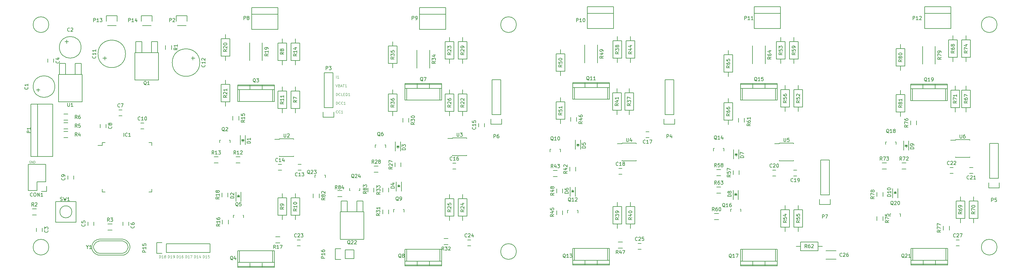
<source format=gto>
G04 #@! TF.FileFunction,Legend,Top*
%FSLAX46Y46*%
G04 Gerber Fmt 4.6, Leading zero omitted, Abs format (unit mm)*
G04 Created by KiCad (PCBNEW (2015-08-28 BZR 6132)-product) date Tuesday, October 27, 2015 'PMt' 02:37:42 PM*
%MOMM*%
G01*
G04 APERTURE LIST*
%ADD10C,0.100000*%
%ADD11C,0.101600*%
%ADD12C,0.150000*%
G04 APERTURE END LIST*
D10*
D11*
X13486191Y-67627500D02*
X13425714Y-67597262D01*
X13335000Y-67597262D01*
X13244286Y-67627500D01*
X13183810Y-67687976D01*
X13153571Y-67748452D01*
X13123333Y-67869405D01*
X13123333Y-67960119D01*
X13153571Y-68081071D01*
X13183810Y-68141548D01*
X13244286Y-68202024D01*
X13335000Y-68232262D01*
X13395476Y-68232262D01*
X13486191Y-68202024D01*
X13516429Y-68171786D01*
X13516429Y-67960119D01*
X13395476Y-67960119D01*
X13788571Y-68232262D02*
X13788571Y-67597262D01*
X14151429Y-68232262D01*
X14151429Y-67597262D01*
X14453809Y-68232262D02*
X14453809Y-67597262D01*
X14605000Y-67597262D01*
X14695714Y-67627500D01*
X14756190Y-67687976D01*
X14786429Y-67748452D01*
X14816667Y-67869405D01*
X14816667Y-67960119D01*
X14786429Y-68081071D01*
X14756190Y-68141548D01*
X14695714Y-68202024D01*
X14605000Y-68232262D01*
X14453809Y-68232262D01*
X102724857Y-53612143D02*
X102688571Y-53648429D01*
X102579714Y-53684714D01*
X102507143Y-53684714D01*
X102398286Y-53648429D01*
X102325714Y-53575857D01*
X102289429Y-53503286D01*
X102253143Y-53358143D01*
X102253143Y-53249286D01*
X102289429Y-53104143D01*
X102325714Y-53031571D01*
X102398286Y-52959000D01*
X102507143Y-52922714D01*
X102579714Y-52922714D01*
X102688571Y-52959000D01*
X102724857Y-52995286D01*
X103486857Y-53612143D02*
X103450571Y-53648429D01*
X103341714Y-53684714D01*
X103269143Y-53684714D01*
X103160286Y-53648429D01*
X103087714Y-53575857D01*
X103051429Y-53503286D01*
X103015143Y-53358143D01*
X103015143Y-53249286D01*
X103051429Y-53104143D01*
X103087714Y-53031571D01*
X103160286Y-52959000D01*
X103269143Y-52922714D01*
X103341714Y-52922714D01*
X103450571Y-52959000D01*
X103486857Y-52995286D01*
X104212571Y-53684714D02*
X103777143Y-53684714D01*
X103994857Y-53684714D02*
X103994857Y-52922714D01*
X103922286Y-53031571D01*
X103849714Y-53104143D01*
X103777143Y-53140429D01*
X102289429Y-51144714D02*
X102289429Y-50382714D01*
X102470857Y-50382714D01*
X102579714Y-50419000D01*
X102652286Y-50491571D01*
X102688571Y-50564143D01*
X102724857Y-50709286D01*
X102724857Y-50818143D01*
X102688571Y-50963286D01*
X102652286Y-51035857D01*
X102579714Y-51108429D01*
X102470857Y-51144714D01*
X102289429Y-51144714D01*
X103486857Y-51072143D02*
X103450571Y-51108429D01*
X103341714Y-51144714D01*
X103269143Y-51144714D01*
X103160286Y-51108429D01*
X103087714Y-51035857D01*
X103051429Y-50963286D01*
X103015143Y-50818143D01*
X103015143Y-50709286D01*
X103051429Y-50564143D01*
X103087714Y-50491571D01*
X103160286Y-50419000D01*
X103269143Y-50382714D01*
X103341714Y-50382714D01*
X103450571Y-50419000D01*
X103486857Y-50455286D01*
X104248857Y-51072143D02*
X104212571Y-51108429D01*
X104103714Y-51144714D01*
X104031143Y-51144714D01*
X103922286Y-51108429D01*
X103849714Y-51035857D01*
X103813429Y-50963286D01*
X103777143Y-50818143D01*
X103777143Y-50709286D01*
X103813429Y-50564143D01*
X103849714Y-50491571D01*
X103922286Y-50419000D01*
X104031143Y-50382714D01*
X104103714Y-50382714D01*
X104212571Y-50419000D01*
X104248857Y-50455286D01*
X104974571Y-51144714D02*
X104539143Y-51144714D01*
X104756857Y-51144714D02*
X104756857Y-50382714D01*
X104684286Y-50491571D01*
X104611714Y-50564143D01*
X104539143Y-50600429D01*
X102289429Y-48604714D02*
X102289429Y-47842714D01*
X102470857Y-47842714D01*
X102579714Y-47879000D01*
X102652286Y-47951571D01*
X102688571Y-48024143D01*
X102724857Y-48169286D01*
X102724857Y-48278143D01*
X102688571Y-48423286D01*
X102652286Y-48495857D01*
X102579714Y-48568429D01*
X102470857Y-48604714D01*
X102289429Y-48604714D01*
X103486857Y-48532143D02*
X103450571Y-48568429D01*
X103341714Y-48604714D01*
X103269143Y-48604714D01*
X103160286Y-48568429D01*
X103087714Y-48495857D01*
X103051429Y-48423286D01*
X103015143Y-48278143D01*
X103015143Y-48169286D01*
X103051429Y-48024143D01*
X103087714Y-47951571D01*
X103160286Y-47879000D01*
X103269143Y-47842714D01*
X103341714Y-47842714D01*
X103450571Y-47879000D01*
X103486857Y-47915286D01*
X104176286Y-48604714D02*
X103813429Y-48604714D01*
X103813429Y-47842714D01*
X104430286Y-48205571D02*
X104684286Y-48205571D01*
X104793143Y-48604714D02*
X104430286Y-48604714D01*
X104430286Y-47842714D01*
X104793143Y-47842714D01*
X105119715Y-48604714D02*
X105119715Y-47842714D01*
X105301143Y-47842714D01*
X105410000Y-47879000D01*
X105482572Y-47951571D01*
X105518857Y-48024143D01*
X105555143Y-48169286D01*
X105555143Y-48278143D01*
X105518857Y-48423286D01*
X105482572Y-48495857D01*
X105410000Y-48568429D01*
X105301143Y-48604714D01*
X105119715Y-48604714D01*
X106280857Y-48604714D02*
X105845429Y-48604714D01*
X106063143Y-48604714D02*
X106063143Y-47842714D01*
X105990572Y-47951571D01*
X105918000Y-48024143D01*
X105845429Y-48060429D01*
X102180571Y-45302714D02*
X102434571Y-46064714D01*
X102688571Y-45302714D01*
X103196572Y-45665571D02*
X103305429Y-45701857D01*
X103341714Y-45738143D01*
X103378000Y-45810714D01*
X103378000Y-45919571D01*
X103341714Y-45992143D01*
X103305429Y-46028429D01*
X103232857Y-46064714D01*
X102942572Y-46064714D01*
X102942572Y-45302714D01*
X103196572Y-45302714D01*
X103269143Y-45339000D01*
X103305429Y-45375286D01*
X103341714Y-45447857D01*
X103341714Y-45520429D01*
X103305429Y-45593000D01*
X103269143Y-45629286D01*
X103196572Y-45665571D01*
X102942572Y-45665571D01*
X103668286Y-45847000D02*
X104031143Y-45847000D01*
X103595714Y-46064714D02*
X103849714Y-45302714D01*
X104103714Y-46064714D01*
X104248857Y-45302714D02*
X104684286Y-45302714D01*
X104466572Y-46064714D02*
X104466572Y-45302714D01*
X105337428Y-46064714D02*
X104902000Y-46064714D01*
X105119714Y-46064714D02*
X105119714Y-45302714D01*
X105047143Y-45411571D01*
X104974571Y-45484143D01*
X104902000Y-45520429D01*
X102289429Y-43524714D02*
X102289429Y-42762714D01*
X103051428Y-43524714D02*
X102616000Y-43524714D01*
X102833714Y-43524714D02*
X102833714Y-42762714D01*
X102761143Y-42871571D01*
X102688571Y-42944143D01*
X102616000Y-42980429D01*
X63590715Y-95848714D02*
X63590715Y-95086714D01*
X63772143Y-95086714D01*
X63881000Y-95123000D01*
X63953572Y-95195571D01*
X63989857Y-95268143D01*
X64026143Y-95413286D01*
X64026143Y-95522143D01*
X63989857Y-95667286D01*
X63953572Y-95739857D01*
X63881000Y-95812429D01*
X63772143Y-95848714D01*
X63590715Y-95848714D01*
X64751857Y-95848714D02*
X64316429Y-95848714D01*
X64534143Y-95848714D02*
X64534143Y-95086714D01*
X64461572Y-95195571D01*
X64389000Y-95268143D01*
X64316429Y-95304429D01*
X65441286Y-95086714D02*
X65078429Y-95086714D01*
X65042143Y-95449571D01*
X65078429Y-95413286D01*
X65151000Y-95377000D01*
X65332429Y-95377000D01*
X65405000Y-95413286D01*
X65441286Y-95449571D01*
X65477571Y-95522143D01*
X65477571Y-95703571D01*
X65441286Y-95776143D01*
X65405000Y-95812429D01*
X65332429Y-95848714D01*
X65151000Y-95848714D01*
X65078429Y-95812429D01*
X65042143Y-95776143D01*
X61050715Y-95848714D02*
X61050715Y-95086714D01*
X61232143Y-95086714D01*
X61341000Y-95123000D01*
X61413572Y-95195571D01*
X61449857Y-95268143D01*
X61486143Y-95413286D01*
X61486143Y-95522143D01*
X61449857Y-95667286D01*
X61413572Y-95739857D01*
X61341000Y-95812429D01*
X61232143Y-95848714D01*
X61050715Y-95848714D01*
X62211857Y-95848714D02*
X61776429Y-95848714D01*
X61994143Y-95848714D02*
X61994143Y-95086714D01*
X61921572Y-95195571D01*
X61849000Y-95268143D01*
X61776429Y-95304429D01*
X62865000Y-95340714D02*
X62865000Y-95848714D01*
X62683571Y-95050429D02*
X62502143Y-95594714D01*
X62973857Y-95594714D01*
X58510715Y-95848714D02*
X58510715Y-95086714D01*
X58692143Y-95086714D01*
X58801000Y-95123000D01*
X58873572Y-95195571D01*
X58909857Y-95268143D01*
X58946143Y-95413286D01*
X58946143Y-95522143D01*
X58909857Y-95667286D01*
X58873572Y-95739857D01*
X58801000Y-95812429D01*
X58692143Y-95848714D01*
X58510715Y-95848714D01*
X59671857Y-95848714D02*
X59236429Y-95848714D01*
X59454143Y-95848714D02*
X59454143Y-95086714D01*
X59381572Y-95195571D01*
X59309000Y-95268143D01*
X59236429Y-95304429D01*
X59925857Y-95086714D02*
X60433857Y-95086714D01*
X60107286Y-95848714D01*
X55970715Y-95848714D02*
X55970715Y-95086714D01*
X56152143Y-95086714D01*
X56261000Y-95123000D01*
X56333572Y-95195571D01*
X56369857Y-95268143D01*
X56406143Y-95413286D01*
X56406143Y-95522143D01*
X56369857Y-95667286D01*
X56333572Y-95739857D01*
X56261000Y-95812429D01*
X56152143Y-95848714D01*
X55970715Y-95848714D01*
X57131857Y-95848714D02*
X56696429Y-95848714D01*
X56914143Y-95848714D02*
X56914143Y-95086714D01*
X56841572Y-95195571D01*
X56769000Y-95268143D01*
X56696429Y-95304429D01*
X57785000Y-95086714D02*
X57639857Y-95086714D01*
X57567286Y-95123000D01*
X57531000Y-95159286D01*
X57458429Y-95268143D01*
X57422143Y-95413286D01*
X57422143Y-95703571D01*
X57458429Y-95776143D01*
X57494714Y-95812429D01*
X57567286Y-95848714D01*
X57712429Y-95848714D01*
X57785000Y-95812429D01*
X57821286Y-95776143D01*
X57857571Y-95703571D01*
X57857571Y-95522143D01*
X57821286Y-95449571D01*
X57785000Y-95413286D01*
X57712429Y-95377000D01*
X57567286Y-95377000D01*
X57494714Y-95413286D01*
X57458429Y-95449571D01*
X57422143Y-95522143D01*
X53430715Y-95848714D02*
X53430715Y-95086714D01*
X53612143Y-95086714D01*
X53721000Y-95123000D01*
X53793572Y-95195571D01*
X53829857Y-95268143D01*
X53866143Y-95413286D01*
X53866143Y-95522143D01*
X53829857Y-95667286D01*
X53793572Y-95739857D01*
X53721000Y-95812429D01*
X53612143Y-95848714D01*
X53430715Y-95848714D01*
X54591857Y-95848714D02*
X54156429Y-95848714D01*
X54374143Y-95848714D02*
X54374143Y-95086714D01*
X54301572Y-95195571D01*
X54229000Y-95268143D01*
X54156429Y-95304429D01*
X54954714Y-95848714D02*
X55099857Y-95848714D01*
X55172429Y-95812429D01*
X55208714Y-95776143D01*
X55281286Y-95667286D01*
X55317571Y-95522143D01*
X55317571Y-95231857D01*
X55281286Y-95159286D01*
X55245000Y-95123000D01*
X55172429Y-95086714D01*
X55027286Y-95086714D01*
X54954714Y-95123000D01*
X54918429Y-95159286D01*
X54882143Y-95231857D01*
X54882143Y-95413286D01*
X54918429Y-95485857D01*
X54954714Y-95522143D01*
X55027286Y-95558429D01*
X55172429Y-95558429D01*
X55245000Y-95522143D01*
X55281286Y-95485857D01*
X55317571Y-95413286D01*
X50890715Y-95848714D02*
X50890715Y-95086714D01*
X51072143Y-95086714D01*
X51181000Y-95123000D01*
X51253572Y-95195571D01*
X51289857Y-95268143D01*
X51326143Y-95413286D01*
X51326143Y-95522143D01*
X51289857Y-95667286D01*
X51253572Y-95739857D01*
X51181000Y-95812429D01*
X51072143Y-95848714D01*
X50890715Y-95848714D01*
X52051857Y-95848714D02*
X51616429Y-95848714D01*
X51834143Y-95848714D02*
X51834143Y-95086714D01*
X51761572Y-95195571D01*
X51689000Y-95268143D01*
X51616429Y-95304429D01*
X52487286Y-95413286D02*
X52414714Y-95377000D01*
X52378429Y-95340714D01*
X52342143Y-95268143D01*
X52342143Y-95231857D01*
X52378429Y-95159286D01*
X52414714Y-95123000D01*
X52487286Y-95086714D01*
X52632429Y-95086714D01*
X52705000Y-95123000D01*
X52741286Y-95159286D01*
X52777571Y-95231857D01*
X52777571Y-95268143D01*
X52741286Y-95340714D01*
X52705000Y-95377000D01*
X52632429Y-95413286D01*
X52487286Y-95413286D01*
X52414714Y-95449571D01*
X52378429Y-95485857D01*
X52342143Y-95558429D01*
X52342143Y-95703571D01*
X52378429Y-95776143D01*
X52414714Y-95812429D01*
X52487286Y-95848714D01*
X52632429Y-95848714D01*
X52705000Y-95812429D01*
X52741286Y-95776143D01*
X52777571Y-95703571D01*
X52777571Y-95558429D01*
X52741286Y-95485857D01*
X52705000Y-95449571D01*
X52632429Y-95413286D01*
D12*
X15199360Y-46974760D02*
X16200120Y-46974760D01*
X15699740Y-47475140D02*
X15699740Y-46474380D01*
X20548600Y-45974000D02*
G75*
G03X20548600Y-45974000I-3149600J0D01*
G01*
X24018240Y-32344360D02*
X24018240Y-33345120D01*
X23517860Y-32844740D02*
X24518620Y-32844740D01*
X28168600Y-34544000D02*
G75*
G03X28168600Y-34544000I-3149600J0D01*
G01*
X16852000Y-88130000D02*
X16852000Y-87130000D01*
X15152000Y-87130000D02*
X15152000Y-88130000D01*
X20154000Y-38854000D02*
X20154000Y-37854000D01*
X18454000Y-37854000D02*
X18454000Y-38854000D01*
X30138000Y-85352000D02*
X30138000Y-86352000D01*
X31838000Y-86352000D02*
X31838000Y-85352000D01*
X40298000Y-85352000D02*
X40298000Y-86352000D01*
X41998000Y-86352000D02*
X41998000Y-85352000D01*
X40124000Y-52744000D02*
X39124000Y-52744000D01*
X39124000Y-54444000D02*
X40124000Y-54444000D01*
X35394000Y-57904000D02*
X35394000Y-56904000D01*
X33694000Y-56904000D02*
X33694000Y-57904000D01*
X24296000Y-71890000D02*
X24296000Y-72890000D01*
X25996000Y-72890000D02*
X25996000Y-71890000D01*
X46474000Y-56554000D02*
X45474000Y-56554000D01*
X45474000Y-58254000D02*
X46474000Y-58254000D01*
X91194000Y-70319000D02*
X92194000Y-70319000D01*
X92194000Y-68619000D02*
X91194000Y-68619000D01*
X86479000Y-68619000D02*
X85479000Y-68619000D01*
X85479000Y-70319000D02*
X86479000Y-70319000D01*
X143676000Y-56650000D02*
X143676000Y-57650000D01*
X145376000Y-57650000D02*
X145376000Y-56650000D01*
X137152000Y-68238000D02*
X136152000Y-68238000D01*
X136152000Y-69938000D02*
X137152000Y-69938000D01*
X192286000Y-60794000D02*
X193286000Y-60794000D01*
X193286000Y-59094000D02*
X192286000Y-59094000D01*
X185412000Y-69762000D02*
X184412000Y-69762000D01*
X184412000Y-71462000D02*
X185412000Y-71462000D01*
X235212000Y-71970000D02*
X236212000Y-71970000D01*
X236212000Y-70270000D02*
X235212000Y-70270000D01*
X230116000Y-70270000D02*
X229116000Y-70270000D01*
X229116000Y-71970000D02*
X230116000Y-71970000D01*
X286393000Y-71208000D02*
X287393000Y-71208000D01*
X287393000Y-69508000D02*
X286393000Y-69508000D01*
X281678000Y-69508000D02*
X280678000Y-69508000D01*
X280678000Y-71208000D02*
X281678000Y-71208000D01*
X17907000Y-73660000D02*
X17907000Y-68580000D01*
X18187000Y-76480000D02*
X16637000Y-76480000D01*
X15367000Y-76200000D02*
X15367000Y-73660000D01*
X15367000Y-73660000D02*
X17907000Y-73660000D01*
X17907000Y-68580000D02*
X12827000Y-68580000D01*
X12827000Y-68580000D02*
X12827000Y-73660000D01*
X18187000Y-76480000D02*
X18187000Y-74930000D01*
X12827000Y-76200000D02*
X15367000Y-76200000D01*
X12827000Y-73660000D02*
X12827000Y-76200000D01*
X74434000Y-60122000D02*
X74434000Y-62822000D01*
X75934000Y-60122000D02*
X75934000Y-62822000D01*
X75034000Y-61622000D02*
X75284000Y-61622000D01*
X75284000Y-61622000D02*
X75134000Y-61472000D01*
X75534000Y-61372000D02*
X74834000Y-61372000D01*
X75184000Y-61722000D02*
X75184000Y-62072000D01*
X75184000Y-61372000D02*
X75534000Y-61722000D01*
X75534000Y-61722000D02*
X74834000Y-61722000D01*
X74834000Y-61722000D02*
X75184000Y-61372000D01*
X74664000Y-79324000D02*
X74664000Y-76624000D01*
X73164000Y-79324000D02*
X73164000Y-76624000D01*
X74064000Y-77824000D02*
X73814000Y-77824000D01*
X73814000Y-77824000D02*
X73964000Y-77974000D01*
X73564000Y-78074000D02*
X74264000Y-78074000D01*
X73914000Y-77724000D02*
X73914000Y-77374000D01*
X73914000Y-78074000D02*
X73564000Y-77724000D01*
X73564000Y-77724000D02*
X74264000Y-77724000D01*
X74264000Y-77724000D02*
X73914000Y-78074000D01*
X119519000Y-62027000D02*
X119519000Y-64727000D01*
X121019000Y-62027000D02*
X121019000Y-64727000D01*
X120119000Y-63527000D02*
X120369000Y-63527000D01*
X120369000Y-63527000D02*
X120219000Y-63377000D01*
X120619000Y-63277000D02*
X119919000Y-63277000D01*
X120269000Y-63627000D02*
X120269000Y-63977000D01*
X120269000Y-63277000D02*
X120619000Y-63627000D01*
X120619000Y-63627000D02*
X119919000Y-63627000D01*
X119919000Y-63627000D02*
X120269000Y-63277000D01*
X121273000Y-76403000D02*
X121273000Y-73703000D01*
X119773000Y-76403000D02*
X119773000Y-73703000D01*
X120673000Y-74903000D02*
X120423000Y-74903000D01*
X120423000Y-74903000D02*
X120573000Y-75053000D01*
X120173000Y-75153000D02*
X120873000Y-75153000D01*
X120523000Y-74803000D02*
X120523000Y-74453000D01*
X120523000Y-75153000D02*
X120173000Y-74803000D01*
X120173000Y-74803000D02*
X120873000Y-74803000D01*
X120873000Y-74803000D02*
X120523000Y-75153000D01*
X171843000Y-61519000D02*
X171843000Y-64219000D01*
X173343000Y-61519000D02*
X173343000Y-64219000D01*
X172443000Y-63019000D02*
X172693000Y-63019000D01*
X172693000Y-63019000D02*
X172543000Y-62869000D01*
X172943000Y-62769000D02*
X172243000Y-62769000D01*
X172593000Y-63119000D02*
X172593000Y-63469000D01*
X172593000Y-62769000D02*
X172943000Y-63119000D01*
X172943000Y-63119000D02*
X172243000Y-63119000D01*
X172243000Y-63119000D02*
X172593000Y-62769000D01*
X171819000Y-77927000D02*
X171819000Y-75227000D01*
X170319000Y-77927000D02*
X170319000Y-75227000D01*
X171219000Y-76427000D02*
X170969000Y-76427000D01*
X170969000Y-76427000D02*
X171119000Y-76577000D01*
X170719000Y-76677000D02*
X171419000Y-76677000D01*
X171069000Y-76327000D02*
X171069000Y-75977000D01*
X171069000Y-76677000D02*
X170719000Y-76327000D01*
X170719000Y-76327000D02*
X171419000Y-76327000D01*
X171419000Y-76327000D02*
X171069000Y-76677000D01*
X217817000Y-64313000D02*
X217817000Y-67013000D01*
X219317000Y-64313000D02*
X219317000Y-67013000D01*
X218417000Y-65813000D02*
X218667000Y-65813000D01*
X218667000Y-65813000D02*
X218517000Y-65663000D01*
X218917000Y-65563000D02*
X218217000Y-65563000D01*
X218567000Y-65913000D02*
X218567000Y-66263000D01*
X218567000Y-65563000D02*
X218917000Y-65913000D01*
X218917000Y-65913000D02*
X218217000Y-65913000D01*
X218217000Y-65913000D02*
X218567000Y-65563000D01*
X219190000Y-78816000D02*
X219190000Y-76116000D01*
X217690000Y-78816000D02*
X217690000Y-76116000D01*
X218590000Y-77316000D02*
X218340000Y-77316000D01*
X218340000Y-77316000D02*
X218490000Y-77466000D01*
X218090000Y-77566000D02*
X218790000Y-77566000D01*
X218440000Y-77216000D02*
X218440000Y-76866000D01*
X218440000Y-77566000D02*
X218090000Y-77216000D01*
X218090000Y-77216000D02*
X218790000Y-77216000D01*
X218790000Y-77216000D02*
X218440000Y-77566000D01*
X267220000Y-61773000D02*
X267220000Y-64473000D01*
X268720000Y-61773000D02*
X268720000Y-64473000D01*
X267820000Y-63273000D02*
X268070000Y-63273000D01*
X268070000Y-63273000D02*
X267920000Y-63123000D01*
X268320000Y-63023000D02*
X267620000Y-63023000D01*
X267970000Y-63373000D02*
X267970000Y-63723000D01*
X267970000Y-63023000D02*
X268320000Y-63373000D01*
X268320000Y-63373000D02*
X267620000Y-63373000D01*
X267620000Y-63373000D02*
X267970000Y-63023000D01*
X265545000Y-78308000D02*
X265545000Y-75608000D01*
X264045000Y-78308000D02*
X264045000Y-75608000D01*
X264945000Y-76808000D02*
X264695000Y-76808000D01*
X264695000Y-76808000D02*
X264845000Y-76958000D01*
X264445000Y-77058000D02*
X265145000Y-77058000D01*
X264795000Y-76708000D02*
X264795000Y-76358000D01*
X264795000Y-77058000D02*
X264445000Y-76708000D01*
X264445000Y-76708000D02*
X265145000Y-76708000D01*
X265145000Y-76708000D02*
X264795000Y-77058000D01*
X34354000Y-62294000D02*
X34354000Y-63094000D01*
X48704000Y-62294000D02*
X48704000Y-63094000D01*
X48704000Y-76644000D02*
X48704000Y-75844000D01*
X34354000Y-76644000D02*
X34354000Y-75844000D01*
X34354000Y-62294000D02*
X35154000Y-62294000D01*
X34354000Y-76644000D02*
X35154000Y-76644000D01*
X48704000Y-76644000D02*
X47904000Y-76644000D01*
X48704000Y-62294000D02*
X47904000Y-62294000D01*
X34354000Y-63094000D02*
X33079000Y-63094000D01*
X19939000Y-58674000D02*
X19939000Y-51054000D01*
X15494000Y-58674000D02*
X15494000Y-51054000D01*
X13589000Y-58674000D02*
X13589000Y-51054000D01*
X13589000Y-66294000D02*
X19939000Y-66294000D01*
X13589000Y-51054000D02*
X19939000Y-51054000D01*
X15494000Y-58674000D02*
X15494000Y-66294000D01*
X13589000Y-66294000D02*
X13589000Y-58674000D01*
X19939000Y-58674000D02*
X19939000Y-66294000D01*
X58954000Y-25374000D02*
X58954000Y-26924000D01*
X55854000Y-26924000D02*
X55854000Y-25374000D01*
X55854000Y-25374000D02*
X58954000Y-25374000D01*
X56134000Y-28194000D02*
X58674000Y-28194000D01*
X101626000Y-53340000D02*
X101626000Y-54890000D01*
X101626000Y-54890000D02*
X98526000Y-54890000D01*
X98526000Y-54890000D02*
X98526000Y-53340000D01*
X98806000Y-52070000D02*
X98806000Y-41910000D01*
X98806000Y-41910000D02*
X101346000Y-41910000D01*
X101346000Y-41910000D02*
X101346000Y-52070000D01*
X98806000Y-52070000D02*
X101346000Y-52070000D01*
X200686000Y-55372000D02*
X200686000Y-56922000D01*
X200686000Y-56922000D02*
X197586000Y-56922000D01*
X197586000Y-56922000D02*
X197586000Y-55372000D01*
X197866000Y-54102000D02*
X197866000Y-43942000D01*
X197866000Y-43942000D02*
X200406000Y-43942000D01*
X200406000Y-43942000D02*
X200406000Y-54102000D01*
X197866000Y-54102000D02*
X200406000Y-54102000D01*
X295047000Y-73914000D02*
X295047000Y-75464000D01*
X295047000Y-75464000D02*
X291947000Y-75464000D01*
X291947000Y-75464000D02*
X291947000Y-73914000D01*
X292227000Y-72644000D02*
X292227000Y-62484000D01*
X292227000Y-62484000D02*
X294767000Y-62484000D01*
X294767000Y-62484000D02*
X294767000Y-72644000D01*
X292227000Y-72644000D02*
X294767000Y-72644000D01*
X150394000Y-55372000D02*
X150394000Y-56922000D01*
X150394000Y-56922000D02*
X147294000Y-56922000D01*
X147294000Y-56922000D02*
X147294000Y-55372000D01*
X147574000Y-54102000D02*
X147574000Y-43942000D01*
X147574000Y-43942000D02*
X150114000Y-43942000D01*
X150114000Y-43942000D02*
X150114000Y-54102000D01*
X147574000Y-54102000D02*
X150114000Y-54102000D01*
X245898000Y-78740000D02*
X245898000Y-80290000D01*
X245898000Y-80290000D02*
X242798000Y-80290000D01*
X242798000Y-80290000D02*
X242798000Y-78740000D01*
X243078000Y-77470000D02*
X243078000Y-67310000D01*
X243078000Y-67310000D02*
X245618000Y-67310000D01*
X245618000Y-67310000D02*
X245618000Y-77470000D01*
X243078000Y-77470000D02*
X245618000Y-77470000D01*
X38634000Y-25374000D02*
X38634000Y-26924000D01*
X35534000Y-26924000D02*
X35534000Y-25374000D01*
X35534000Y-25374000D02*
X38634000Y-25374000D01*
X35814000Y-28194000D02*
X38354000Y-28194000D01*
X48794000Y-25374000D02*
X48794000Y-26924000D01*
X45694000Y-26924000D02*
X45694000Y-25374000D01*
X45694000Y-25374000D02*
X48794000Y-25374000D01*
X45974000Y-28194000D02*
X48514000Y-28194000D01*
X52959000Y-91694000D02*
X65659000Y-91694000D01*
X65659000Y-91694000D02*
X65659000Y-94234000D01*
X65659000Y-94234000D02*
X52959000Y-94234000D01*
X50139000Y-91414000D02*
X51689000Y-91414000D01*
X52959000Y-91694000D02*
X52959000Y-94234000D01*
X51689000Y-94514000D02*
X50139000Y-94514000D01*
X50139000Y-94514000D02*
X50139000Y-91414000D01*
X45847000Y-36068000D02*
X45847000Y-32893000D01*
X45847000Y-32893000D02*
X44069000Y-32893000D01*
X44069000Y-32893000D02*
X44069000Y-36068000D01*
X50419000Y-36068000D02*
X50419000Y-32893000D01*
X50419000Y-32893000D02*
X48641000Y-32893000D01*
X48641000Y-32893000D02*
X48641000Y-36068000D01*
X43815000Y-42164000D02*
X43815000Y-36068000D01*
X43815000Y-36068000D02*
X50673000Y-36068000D01*
X50673000Y-36068000D02*
X50673000Y-43942000D01*
X50673000Y-44069000D02*
X43815000Y-44069000D01*
X43815000Y-43942000D02*
X43815000Y-42164000D01*
X68477180Y-62280800D02*
X68477180Y-61579760D01*
X68477180Y-61579760D02*
X68726100Y-61579760D01*
X71276160Y-61579760D02*
X71476820Y-61579760D01*
X71476820Y-61579760D02*
X71476820Y-62280800D01*
X72414180Y-84124800D02*
X72414180Y-83423760D01*
X72414180Y-83423760D02*
X72663100Y-83423760D01*
X75213160Y-83423760D02*
X75413820Y-83423760D01*
X75413820Y-83423760D02*
X75413820Y-84124800D01*
X113689180Y-63677800D02*
X113689180Y-62976760D01*
X113689180Y-62976760D02*
X113938100Y-62976760D01*
X116488160Y-62976760D02*
X116688820Y-62976760D01*
X116688820Y-62976760D02*
X116688820Y-63677800D01*
X119023180Y-82473800D02*
X119023180Y-81772760D01*
X119023180Y-81772760D02*
X119272100Y-81772760D01*
X121822160Y-81772760D02*
X122022820Y-81772760D01*
X122022820Y-81772760D02*
X122022820Y-82473800D01*
X164489180Y-64947800D02*
X164489180Y-64246760D01*
X164489180Y-64246760D02*
X164738100Y-64246760D01*
X167288160Y-64246760D02*
X167488820Y-64246760D01*
X167488820Y-64246760D02*
X167488820Y-64947800D01*
X169569180Y-82727800D02*
X169569180Y-82026760D01*
X169569180Y-82026760D02*
X169818100Y-82026760D01*
X172368160Y-82026760D02*
X172568820Y-82026760D01*
X172568820Y-82026760D02*
X172568820Y-82727800D01*
X211987180Y-64693800D02*
X211987180Y-63992760D01*
X211987180Y-63992760D02*
X212236100Y-63992760D01*
X214786160Y-63992760D02*
X214986820Y-63992760D01*
X214986820Y-63992760D02*
X214986820Y-64693800D01*
X216940180Y-82346800D02*
X216940180Y-81645760D01*
X216940180Y-81645760D02*
X217189100Y-81645760D01*
X219739160Y-81645760D02*
X219939820Y-81645760D01*
X219939820Y-81645760D02*
X219939820Y-82346800D01*
X262025180Y-62788800D02*
X262025180Y-62087760D01*
X262025180Y-62087760D02*
X262274100Y-62087760D01*
X264824160Y-62087760D02*
X265024820Y-62087760D01*
X265024820Y-62087760D02*
X265024820Y-62788800D01*
X263295180Y-83743800D02*
X263295180Y-83042760D01*
X263295180Y-83042760D02*
X263544100Y-83042760D01*
X266094160Y-83042760D02*
X266294820Y-83042760D01*
X266294820Y-83042760D02*
X266294820Y-83743800D01*
X52719000Y-35144000D02*
X52719000Y-33944000D01*
X54469000Y-33944000D02*
X54469000Y-35144000D01*
X15205000Y-83298000D02*
X14005000Y-83298000D01*
X14005000Y-81548000D02*
X15205000Y-81548000D01*
X37176000Y-87743000D02*
X35976000Y-87743000D01*
X35976000Y-85993000D02*
X37176000Y-85993000D01*
X24349000Y-60819000D02*
X23149000Y-60819000D01*
X23149000Y-59069000D02*
X24349000Y-59069000D01*
X24349000Y-58279000D02*
X23149000Y-58279000D01*
X23149000Y-56529000D02*
X24349000Y-56529000D01*
X24349000Y-55739000D02*
X23149000Y-55739000D01*
X23149000Y-53989000D02*
X24349000Y-53989000D01*
X74387000Y-68185000D02*
X73187000Y-68185000D01*
X73187000Y-66435000D02*
X74387000Y-66435000D01*
X68037000Y-68185000D02*
X66837000Y-68185000D01*
X66837000Y-66435000D02*
X68037000Y-66435000D01*
X72277000Y-55718000D02*
X72277000Y-54518000D01*
X74027000Y-54518000D02*
X74027000Y-55718000D01*
X69229000Y-85944000D02*
X69229000Y-84744000D01*
X70979000Y-84744000D02*
X70979000Y-85944000D01*
X84744000Y-89676000D02*
X85944000Y-89676000D01*
X85944000Y-91426000D02*
X84744000Y-91426000D01*
X70852000Y-76870000D02*
X70852000Y-78070000D01*
X69102000Y-78070000D02*
X69102000Y-76870000D01*
X121144000Y-68107000D02*
X121144000Y-69307000D01*
X119394000Y-69307000D02*
X119394000Y-68107000D01*
X114519000Y-70852000D02*
X113319000Y-70852000D01*
X113319000Y-69102000D02*
X114519000Y-69102000D01*
X121680000Y-56353000D02*
X121680000Y-55153000D01*
X123430000Y-55153000D02*
X123430000Y-56353000D01*
X115838000Y-83023000D02*
X115838000Y-81823000D01*
X117588000Y-81823000D02*
X117588000Y-83023000D01*
X133639000Y-90184000D02*
X134839000Y-90184000D01*
X134839000Y-91934000D02*
X133639000Y-91934000D01*
X117588000Y-75473000D02*
X117588000Y-76673000D01*
X115838000Y-76673000D02*
X115838000Y-75473000D01*
X125810000Y-40573000D02*
X125810000Y-35373000D01*
X129460000Y-35373000D02*
X129460000Y-40573000D01*
X171944000Y-69377000D02*
X171944000Y-70577000D01*
X170194000Y-70577000D02*
X170194000Y-69377000D01*
X166589000Y-72122000D02*
X165389000Y-72122000D01*
X165389000Y-70372000D02*
X166589000Y-70372000D01*
X166384000Y-83277000D02*
X166384000Y-82077000D01*
X168134000Y-82077000D02*
X168134000Y-83277000D01*
X170448000Y-56099000D02*
X170448000Y-54899000D01*
X172198000Y-54899000D02*
X172198000Y-56099000D01*
X184312000Y-91200000D02*
X185512000Y-91200000D01*
X185512000Y-92950000D02*
X184312000Y-92950000D01*
X168134000Y-75727000D02*
X168134000Y-76927000D01*
X166384000Y-76927000D02*
X166384000Y-75727000D01*
X174578000Y-39049000D02*
X174578000Y-33849000D01*
X178228000Y-33849000D02*
X178228000Y-39049000D01*
X219442000Y-70393000D02*
X219442000Y-71593000D01*
X217692000Y-71593000D02*
X217692000Y-70393000D01*
X214087000Y-71868000D02*
X212887000Y-71868000D01*
X212887000Y-70118000D02*
X214087000Y-70118000D01*
X213452000Y-84695000D02*
X212252000Y-84695000D01*
X212252000Y-82945000D02*
X213452000Y-82945000D01*
X214087000Y-76948000D02*
X212887000Y-76948000D01*
X212887000Y-75198000D02*
X214087000Y-75198000D01*
X223346000Y-39303000D02*
X223346000Y-34103000D01*
X226996000Y-34103000D02*
X226996000Y-39303000D01*
X267935000Y-69963000D02*
X266735000Y-69963000D01*
X266735000Y-68213000D02*
X267935000Y-68213000D01*
X262220000Y-69963000D02*
X261020000Y-69963000D01*
X261020000Y-68213000D02*
X262220000Y-68213000D01*
X259475000Y-84928000D02*
X259475000Y-83728000D01*
X261225000Y-83728000D02*
X261225000Y-84928000D01*
X271004000Y-55915000D02*
X271004000Y-57115000D01*
X269254000Y-57115000D02*
X269254000Y-55915000D01*
X280529000Y-86522000D02*
X280529000Y-87722000D01*
X278779000Y-87722000D02*
X278779000Y-86522000D01*
X261225000Y-76743000D02*
X261225000Y-77943000D01*
X259475000Y-77943000D02*
X259475000Y-76743000D01*
X272749000Y-39430000D02*
X272749000Y-34230000D01*
X276399000Y-34230000D02*
X276399000Y-39430000D01*
X23622000Y-42418000D02*
X23622000Y-39243000D01*
X23622000Y-39243000D02*
X21844000Y-39243000D01*
X21844000Y-39243000D02*
X21844000Y-42418000D01*
X28194000Y-42418000D02*
X28194000Y-39243000D01*
X28194000Y-39243000D02*
X26416000Y-39243000D01*
X26416000Y-39243000D02*
X26416000Y-42418000D01*
X21590000Y-48514000D02*
X21590000Y-42418000D01*
X21590000Y-42418000D02*
X28448000Y-42418000D01*
X28448000Y-42418000D02*
X28448000Y-50292000D01*
X28448000Y-50419000D02*
X21590000Y-50419000D01*
X21590000Y-50292000D02*
X21590000Y-48514000D01*
X85809000Y-61179000D02*
X85809000Y-61324000D01*
X89959000Y-61179000D02*
X89959000Y-61324000D01*
X89959000Y-66329000D02*
X89959000Y-66184000D01*
X85809000Y-66329000D02*
X85809000Y-66184000D01*
X85809000Y-61179000D02*
X89959000Y-61179000D01*
X85809000Y-66329000D02*
X89959000Y-66329000D01*
X85809000Y-61324000D02*
X84409000Y-61324000D01*
X136101000Y-60925000D02*
X136101000Y-61070000D01*
X140251000Y-60925000D02*
X140251000Y-61070000D01*
X140251000Y-66075000D02*
X140251000Y-65930000D01*
X136101000Y-66075000D02*
X136101000Y-65930000D01*
X136101000Y-60925000D02*
X140251000Y-60925000D01*
X136101000Y-66075000D02*
X140251000Y-66075000D01*
X136101000Y-61070000D02*
X134701000Y-61070000D01*
X185377000Y-62449000D02*
X185377000Y-62594000D01*
X189527000Y-62449000D02*
X189527000Y-62594000D01*
X189527000Y-67599000D02*
X189527000Y-67454000D01*
X185377000Y-67599000D02*
X185377000Y-67454000D01*
X185377000Y-62449000D02*
X189527000Y-62449000D01*
X185377000Y-67599000D02*
X189527000Y-67599000D01*
X185377000Y-62594000D02*
X183977000Y-62594000D01*
X231097000Y-62449000D02*
X231097000Y-62594000D01*
X235247000Y-62449000D02*
X235247000Y-62594000D01*
X235247000Y-67599000D02*
X235247000Y-67454000D01*
X231097000Y-67599000D02*
X231097000Y-67454000D01*
X231097000Y-62449000D02*
X235247000Y-62449000D01*
X231097000Y-67599000D02*
X235247000Y-67599000D01*
X231097000Y-62594000D02*
X229697000Y-62594000D01*
X282278000Y-61433000D02*
X282278000Y-61578000D01*
X286428000Y-61433000D02*
X286428000Y-61578000D01*
X286428000Y-66583000D02*
X286428000Y-66438000D01*
X282278000Y-66583000D02*
X282278000Y-66438000D01*
X282278000Y-61433000D02*
X286428000Y-61433000D01*
X282278000Y-66583000D02*
X286428000Y-66583000D01*
X282278000Y-61578000D02*
X280878000Y-61578000D01*
X77169000Y-38414000D02*
X77169000Y-33214000D01*
X80819000Y-33214000D02*
X80819000Y-38414000D01*
X220966000Y-55153000D02*
X220966000Y-56353000D01*
X219216000Y-56353000D02*
X219216000Y-55153000D01*
X104902000Y-93472000D02*
X107442000Y-93472000D01*
X102082000Y-93192000D02*
X103632000Y-93192000D01*
X104902000Y-93472000D02*
X104902000Y-96012000D01*
X103632000Y-96292000D02*
X102082000Y-96292000D01*
X102082000Y-96292000D02*
X102082000Y-93192000D01*
X104902000Y-96012000D02*
X107442000Y-96012000D01*
X107442000Y-96012000D02*
X107442000Y-93472000D01*
X95645000Y-78324000D02*
X95645000Y-77124000D01*
X97395000Y-77124000D02*
X97395000Y-78324000D01*
X35059620Y-38249860D02*
X35059620Y-37223700D01*
X34508440Y-37724080D02*
X35560000Y-37724080D01*
X41084500Y-36449000D02*
G75*
G03X41084500Y-36449000I-4000500J0D01*
G01*
X60698380Y-37188140D02*
X60698380Y-38214300D01*
X61249560Y-37713920D02*
X60198000Y-37713920D01*
X62674500Y-38989000D02*
G75*
G03X62674500Y-38989000I-4000500J0D01*
G01*
X89154000Y-52324000D02*
X89154000Y-47244000D01*
X89154000Y-47244000D02*
X91694000Y-47244000D01*
X91694000Y-47244000D02*
X91694000Y-52324000D01*
X91694000Y-52324000D02*
X89154000Y-52324000D01*
X90424000Y-52324000D02*
X90424000Y-53594000D01*
X90424000Y-47244000D02*
X90424000Y-45974000D01*
X85344000Y-38354000D02*
X85344000Y-33274000D01*
X85344000Y-33274000D02*
X87884000Y-33274000D01*
X87884000Y-33274000D02*
X87884000Y-38354000D01*
X87884000Y-38354000D02*
X85344000Y-38354000D01*
X86614000Y-38354000D02*
X86614000Y-39624000D01*
X86614000Y-33274000D02*
X86614000Y-32004000D01*
X85344000Y-83439000D02*
X85344000Y-78359000D01*
X85344000Y-78359000D02*
X87884000Y-78359000D01*
X87884000Y-78359000D02*
X87884000Y-83439000D01*
X87884000Y-83439000D02*
X85344000Y-83439000D01*
X86614000Y-83439000D02*
X86614000Y-84709000D01*
X86614000Y-78359000D02*
X86614000Y-77089000D01*
X91694000Y-78359000D02*
X91694000Y-83439000D01*
X91694000Y-83439000D02*
X89154000Y-83439000D01*
X89154000Y-83439000D02*
X89154000Y-78359000D01*
X89154000Y-78359000D02*
X91694000Y-78359000D01*
X90424000Y-78359000D02*
X90424000Y-77089000D01*
X90424000Y-83439000D02*
X90424000Y-84709000D01*
X87884000Y-47244000D02*
X87884000Y-52324000D01*
X87884000Y-52324000D02*
X85344000Y-52324000D01*
X85344000Y-52324000D02*
X85344000Y-47244000D01*
X85344000Y-47244000D02*
X87884000Y-47244000D01*
X86614000Y-47244000D02*
X86614000Y-45974000D01*
X86614000Y-52324000D02*
X86614000Y-53594000D01*
X71374000Y-45339000D02*
X71374000Y-50419000D01*
X71374000Y-50419000D02*
X68834000Y-50419000D01*
X68834000Y-50419000D02*
X68834000Y-45339000D01*
X68834000Y-45339000D02*
X71374000Y-45339000D01*
X70104000Y-45339000D02*
X70104000Y-44069000D01*
X70104000Y-50419000D02*
X70104000Y-51689000D01*
X137795000Y-53213000D02*
X137795000Y-48133000D01*
X137795000Y-48133000D02*
X140335000Y-48133000D01*
X140335000Y-48133000D02*
X140335000Y-53213000D01*
X140335000Y-53213000D02*
X137795000Y-53213000D01*
X139065000Y-53213000D02*
X139065000Y-54483000D01*
X139065000Y-48133000D02*
X139065000Y-46863000D01*
X133985000Y-37973000D02*
X133985000Y-32893000D01*
X133985000Y-32893000D02*
X136525000Y-32893000D01*
X136525000Y-32893000D02*
X136525000Y-37973000D01*
X136525000Y-37973000D02*
X133985000Y-37973000D01*
X135255000Y-37973000D02*
X135255000Y-39243000D01*
X135255000Y-32893000D02*
X135255000Y-31623000D01*
X137795000Y-83693000D02*
X137795000Y-78613000D01*
X137795000Y-78613000D02*
X140335000Y-78613000D01*
X140335000Y-78613000D02*
X140335000Y-83693000D01*
X140335000Y-83693000D02*
X137795000Y-83693000D01*
X139065000Y-83693000D02*
X139065000Y-84963000D01*
X139065000Y-78613000D02*
X139065000Y-77343000D01*
X136525000Y-78613000D02*
X136525000Y-83693000D01*
X136525000Y-83693000D02*
X133985000Y-83693000D01*
X133985000Y-83693000D02*
X133985000Y-78613000D01*
X133985000Y-78613000D02*
X136525000Y-78613000D01*
X135255000Y-78613000D02*
X135255000Y-77343000D01*
X135255000Y-83693000D02*
X135255000Y-84963000D01*
X136525000Y-48133000D02*
X136525000Y-53213000D01*
X136525000Y-53213000D02*
X133985000Y-53213000D01*
X133985000Y-53213000D02*
X133985000Y-48133000D01*
X133985000Y-48133000D02*
X136525000Y-48133000D01*
X135255000Y-48133000D02*
X135255000Y-46863000D01*
X135255000Y-53213000D02*
X135255000Y-54483000D01*
X137795000Y-37973000D02*
X137795000Y-32893000D01*
X137795000Y-32893000D02*
X140335000Y-32893000D01*
X140335000Y-32893000D02*
X140335000Y-37973000D01*
X140335000Y-37973000D02*
X137795000Y-37973000D01*
X139065000Y-37973000D02*
X139065000Y-39243000D01*
X139065000Y-32893000D02*
X139065000Y-31623000D01*
X120015000Y-34163000D02*
X120015000Y-39243000D01*
X120015000Y-39243000D02*
X117475000Y-39243000D01*
X117475000Y-39243000D02*
X117475000Y-34163000D01*
X117475000Y-34163000D02*
X120015000Y-34163000D01*
X118745000Y-34163000D02*
X118745000Y-32893000D01*
X118745000Y-39243000D02*
X118745000Y-40513000D01*
X120015000Y-48133000D02*
X120015000Y-53213000D01*
X120015000Y-53213000D02*
X117475000Y-53213000D01*
X117475000Y-53213000D02*
X117475000Y-48133000D01*
X117475000Y-48133000D02*
X120015000Y-48133000D01*
X118745000Y-48133000D02*
X118745000Y-46863000D01*
X118745000Y-53213000D02*
X118745000Y-54483000D01*
X186182000Y-52832000D02*
X186182000Y-47752000D01*
X186182000Y-47752000D02*
X188722000Y-47752000D01*
X188722000Y-47752000D02*
X188722000Y-52832000D01*
X188722000Y-52832000D02*
X186182000Y-52832000D01*
X187452000Y-52832000D02*
X187452000Y-54102000D01*
X187452000Y-47752000D02*
X187452000Y-46482000D01*
X182753000Y-37719000D02*
X182753000Y-32639000D01*
X182753000Y-32639000D02*
X185293000Y-32639000D01*
X185293000Y-32639000D02*
X185293000Y-37719000D01*
X185293000Y-37719000D02*
X182753000Y-37719000D01*
X184023000Y-37719000D02*
X184023000Y-38989000D01*
X184023000Y-32639000D02*
X184023000Y-31369000D01*
X182753000Y-85979000D02*
X182753000Y-80899000D01*
X182753000Y-80899000D02*
X185293000Y-80899000D01*
X185293000Y-80899000D02*
X185293000Y-85979000D01*
X185293000Y-85979000D02*
X182753000Y-85979000D01*
X184023000Y-85979000D02*
X184023000Y-87249000D01*
X184023000Y-80899000D02*
X184023000Y-79629000D01*
X189103000Y-80899000D02*
X189103000Y-85979000D01*
X189103000Y-85979000D02*
X186563000Y-85979000D01*
X186563000Y-85979000D02*
X186563000Y-80899000D01*
X186563000Y-80899000D02*
X189103000Y-80899000D01*
X187833000Y-80899000D02*
X187833000Y-79629000D01*
X187833000Y-85979000D02*
X187833000Y-87249000D01*
X185166000Y-47752000D02*
X185166000Y-52832000D01*
X185166000Y-52832000D02*
X182626000Y-52832000D01*
X182626000Y-52832000D02*
X182626000Y-47752000D01*
X182626000Y-47752000D02*
X185166000Y-47752000D01*
X183896000Y-47752000D02*
X183896000Y-46482000D01*
X183896000Y-52832000D02*
X183896000Y-54102000D01*
X168783000Y-36449000D02*
X168783000Y-41529000D01*
X168783000Y-41529000D02*
X166243000Y-41529000D01*
X166243000Y-41529000D02*
X166243000Y-36449000D01*
X166243000Y-36449000D02*
X168783000Y-36449000D01*
X167513000Y-36449000D02*
X167513000Y-35179000D01*
X167513000Y-41529000D02*
X167513000Y-42799000D01*
X168783000Y-50419000D02*
X168783000Y-55499000D01*
X168783000Y-55499000D02*
X166243000Y-55499000D01*
X166243000Y-55499000D02*
X166243000Y-50419000D01*
X166243000Y-50419000D02*
X168783000Y-50419000D01*
X167513000Y-50419000D02*
X167513000Y-49149000D01*
X167513000Y-55499000D02*
X167513000Y-56769000D01*
X235331000Y-51943000D02*
X235331000Y-46863000D01*
X235331000Y-46863000D02*
X237871000Y-46863000D01*
X237871000Y-46863000D02*
X237871000Y-51943000D01*
X237871000Y-51943000D02*
X235331000Y-51943000D01*
X236601000Y-51943000D02*
X236601000Y-53213000D01*
X236601000Y-46863000D02*
X236601000Y-45593000D01*
X230251000Y-37973000D02*
X230251000Y-32893000D01*
X230251000Y-32893000D02*
X232791000Y-32893000D01*
X232791000Y-32893000D02*
X232791000Y-37973000D01*
X232791000Y-37973000D02*
X230251000Y-37973000D01*
X231521000Y-37973000D02*
X231521000Y-39243000D01*
X231521000Y-32893000D02*
X231521000Y-31623000D01*
X231521000Y-86868000D02*
X231521000Y-81788000D01*
X231521000Y-81788000D02*
X234061000Y-81788000D01*
X234061000Y-81788000D02*
X234061000Y-86868000D01*
X234061000Y-86868000D02*
X231521000Y-86868000D01*
X232791000Y-86868000D02*
X232791000Y-88138000D01*
X232791000Y-81788000D02*
X232791000Y-80518000D01*
X237871000Y-81788000D02*
X237871000Y-86868000D01*
X237871000Y-86868000D02*
X235331000Y-86868000D01*
X235331000Y-86868000D02*
X235331000Y-81788000D01*
X235331000Y-81788000D02*
X237871000Y-81788000D01*
X236601000Y-81788000D02*
X236601000Y-80518000D01*
X236601000Y-86868000D02*
X236601000Y-88138000D01*
X234061000Y-46863000D02*
X234061000Y-51943000D01*
X234061000Y-51943000D02*
X231521000Y-51943000D01*
X231521000Y-51943000D02*
X231521000Y-46863000D01*
X231521000Y-46863000D02*
X234061000Y-46863000D01*
X232791000Y-46863000D02*
X232791000Y-45593000D01*
X232791000Y-51943000D02*
X232791000Y-53213000D01*
X234061000Y-37973000D02*
X234061000Y-32893000D01*
X234061000Y-32893000D02*
X236601000Y-32893000D01*
X236601000Y-32893000D02*
X236601000Y-37973000D01*
X236601000Y-37973000D02*
X234061000Y-37973000D01*
X235331000Y-37973000D02*
X235331000Y-39243000D01*
X235331000Y-32893000D02*
X235331000Y-31623000D01*
X217551000Y-36703000D02*
X217551000Y-41783000D01*
X217551000Y-41783000D02*
X215011000Y-41783000D01*
X215011000Y-41783000D02*
X215011000Y-36703000D01*
X215011000Y-36703000D02*
X217551000Y-36703000D01*
X216281000Y-36703000D02*
X216281000Y-35433000D01*
X216281000Y-41783000D02*
X216281000Y-43053000D01*
X217551000Y-50673000D02*
X217551000Y-55753000D01*
X217551000Y-55753000D02*
X215011000Y-55753000D01*
X215011000Y-55753000D02*
X215011000Y-50673000D01*
X215011000Y-50673000D02*
X217551000Y-50673000D01*
X216281000Y-50673000D02*
X216281000Y-49403000D01*
X216281000Y-55753000D02*
X216281000Y-57023000D01*
X284099000Y-52070000D02*
X284099000Y-46990000D01*
X284099000Y-46990000D02*
X286639000Y-46990000D01*
X286639000Y-46990000D02*
X286639000Y-52070000D01*
X286639000Y-52070000D02*
X284099000Y-52070000D01*
X285369000Y-52070000D02*
X285369000Y-53340000D01*
X285369000Y-46990000D02*
X285369000Y-45720000D01*
X280289000Y-37465000D02*
X280289000Y-32385000D01*
X280289000Y-32385000D02*
X282829000Y-32385000D01*
X282829000Y-32385000D02*
X282829000Y-37465000D01*
X282829000Y-37465000D02*
X280289000Y-37465000D01*
X281559000Y-37465000D02*
X281559000Y-38735000D01*
X281559000Y-32385000D02*
X281559000Y-31115000D01*
X282448000Y-84328000D02*
X282448000Y-79248000D01*
X282448000Y-79248000D02*
X284988000Y-79248000D01*
X284988000Y-79248000D02*
X284988000Y-84328000D01*
X284988000Y-84328000D02*
X282448000Y-84328000D01*
X283718000Y-84328000D02*
X283718000Y-85598000D01*
X283718000Y-79248000D02*
X283718000Y-77978000D01*
X288798000Y-79248000D02*
X288798000Y-84328000D01*
X288798000Y-84328000D02*
X286258000Y-84328000D01*
X286258000Y-84328000D02*
X286258000Y-79248000D01*
X286258000Y-79248000D02*
X288798000Y-79248000D01*
X287528000Y-79248000D02*
X287528000Y-77978000D01*
X287528000Y-84328000D02*
X287528000Y-85598000D01*
X283464000Y-46990000D02*
X283464000Y-52070000D01*
X283464000Y-52070000D02*
X280924000Y-52070000D01*
X280924000Y-52070000D02*
X280924000Y-46990000D01*
X280924000Y-46990000D02*
X283464000Y-46990000D01*
X282194000Y-46990000D02*
X282194000Y-45720000D01*
X282194000Y-52070000D02*
X282194000Y-53340000D01*
X284099000Y-37465000D02*
X284099000Y-32385000D01*
X284099000Y-32385000D02*
X286639000Y-32385000D01*
X286639000Y-32385000D02*
X286639000Y-37465000D01*
X286639000Y-37465000D02*
X284099000Y-37465000D01*
X285369000Y-37465000D02*
X285369000Y-38735000D01*
X285369000Y-32385000D02*
X285369000Y-31115000D01*
X267589000Y-34925000D02*
X267589000Y-40005000D01*
X267589000Y-40005000D02*
X265049000Y-40005000D01*
X265049000Y-40005000D02*
X265049000Y-34925000D01*
X265049000Y-34925000D02*
X267589000Y-34925000D01*
X266319000Y-34925000D02*
X266319000Y-33655000D01*
X266319000Y-40005000D02*
X266319000Y-41275000D01*
X267589000Y-48260000D02*
X267589000Y-53340000D01*
X267589000Y-53340000D02*
X265049000Y-53340000D01*
X265049000Y-53340000D02*
X265049000Y-48260000D01*
X265049000Y-48260000D02*
X267589000Y-48260000D01*
X266319000Y-48260000D02*
X266319000Y-46990000D01*
X266319000Y-53340000D02*
X266319000Y-54610000D01*
X71374000Y-32004000D02*
X71374000Y-37084000D01*
X71374000Y-37084000D02*
X68834000Y-37084000D01*
X68834000Y-37084000D02*
X68834000Y-32004000D01*
X68834000Y-32004000D02*
X71374000Y-32004000D01*
X70104000Y-32004000D02*
X70104000Y-30734000D01*
X70104000Y-37084000D02*
X70104000Y-38354000D01*
X89154000Y-38354000D02*
X89154000Y-33274000D01*
X89154000Y-33274000D02*
X91694000Y-33274000D01*
X91694000Y-33274000D02*
X91694000Y-38354000D01*
X91694000Y-38354000D02*
X89154000Y-38354000D01*
X90424000Y-38354000D02*
X90424000Y-39624000D01*
X90424000Y-33274000D02*
X90424000Y-32004000D01*
X18796000Y-27940000D02*
G75*
G03X18796000Y-27940000I-2286000J0D01*
G01*
X18796000Y-92710000D02*
G75*
G03X18796000Y-92710000I-2286000J0D01*
G01*
X294386000Y-92710000D02*
G75*
G03X294386000Y-92710000I-2286000J0D01*
G01*
X294386000Y-27940000D02*
G75*
G03X294386000Y-27940000I-2286000J0D01*
G01*
X154686000Y-93980000D02*
G75*
G03X154686000Y-93980000I-2286000J0D01*
G01*
X154686000Y-27940000D02*
G75*
G03X154686000Y-27940000I-2286000J0D01*
G01*
X186563000Y-37719000D02*
X186563000Y-32639000D01*
X186563000Y-32639000D02*
X189103000Y-32639000D01*
X189103000Y-32639000D02*
X189103000Y-37719000D01*
X189103000Y-37719000D02*
X186563000Y-37719000D01*
X187833000Y-37719000D02*
X187833000Y-38989000D01*
X187833000Y-32639000D02*
X187833000Y-31369000D01*
X41529000Y-91709240D02*
X41729660Y-92110560D01*
X41729660Y-92110560D02*
X41831260Y-92710000D01*
X41831260Y-92710000D02*
X41729660Y-93210380D01*
X41729660Y-93210380D02*
X41330880Y-93908880D01*
X41330880Y-93908880D02*
X40728900Y-94310200D01*
X40728900Y-94310200D02*
X40129460Y-94510860D01*
X40129460Y-94510860D02*
X33530540Y-94510860D01*
X33530540Y-94510860D02*
X32829500Y-94310200D01*
X32829500Y-94310200D02*
X32430720Y-94010480D01*
X32430720Y-94010480D02*
X32029400Y-93510100D01*
X32029400Y-93510100D02*
X31828740Y-92910660D01*
X31828740Y-92910660D02*
X31828740Y-92410280D01*
X31828740Y-92410280D02*
X32029400Y-91909900D01*
X32029400Y-91909900D02*
X32529780Y-91310460D01*
X32529780Y-91310460D02*
X33030160Y-91010740D01*
X33030160Y-91010740D02*
X33530540Y-90909140D01*
X33629600Y-90909140D02*
X40231060Y-90909140D01*
X40231060Y-90909140D02*
X40629840Y-91010740D01*
X40629840Y-91010740D02*
X41130220Y-91310460D01*
X41130220Y-91310460D02*
X41630600Y-91810840D01*
X33639760Y-90380820D02*
X33180020Y-90429080D01*
X33180020Y-90429080D02*
X32781240Y-90540840D01*
X32781240Y-90540840D02*
X32349440Y-90759280D01*
X32349440Y-90759280D02*
X32059880Y-90990420D01*
X32059880Y-90990420D02*
X31729680Y-91340940D01*
X31729680Y-91340940D02*
X31440120Y-91879420D01*
X31440120Y-91879420D02*
X31310580Y-92478860D01*
X31310580Y-92478860D02*
X31310580Y-92989400D01*
X31310580Y-92989400D02*
X31480760Y-93690440D01*
X31480760Y-93690440D02*
X31879540Y-94279720D01*
X31879540Y-94279720D02*
X32339280Y-94650560D01*
X32339280Y-94650560D02*
X32760920Y-94858840D01*
X32760920Y-94858840D02*
X33210500Y-95018860D01*
X33210500Y-95018860D02*
X33649920Y-95049340D01*
X40990520Y-94830900D02*
X41368980Y-94609920D01*
X41368980Y-94609920D02*
X41689020Y-94330520D01*
X41689020Y-94330520D02*
X41940480Y-94000320D01*
X41940480Y-94000320D02*
X42240200Y-93449140D01*
X42240200Y-93449140D02*
X42349420Y-92979240D01*
X42349420Y-92979240D02*
X42369740Y-92519500D01*
X42369740Y-92519500D02*
X42280840Y-92059760D01*
X42280840Y-92059760D02*
X42090340Y-91610180D01*
X42090340Y-91610180D02*
X41729660Y-91140280D01*
X41729660Y-91140280D02*
X41379140Y-90820240D01*
X41379140Y-90820240D02*
X40990520Y-90589100D01*
X40990520Y-90589100D02*
X40561260Y-90449400D01*
X40561260Y-90449400D02*
X40119300Y-90380820D01*
X33629600Y-95039180D02*
X40081200Y-95039180D01*
X40081200Y-95039180D02*
X40500300Y-95001080D01*
X40500300Y-95001080D02*
X40990520Y-94830900D01*
X33629600Y-90380820D02*
X40081200Y-90380820D01*
X25499000Y-82423000D02*
G75*
G03X25499000Y-82423000I-1750000J0D01*
G01*
X26749000Y-85423000D02*
X20749000Y-85423000D01*
X20749000Y-85423000D02*
X20749000Y-79423000D01*
X20749000Y-79423000D02*
X26749000Y-79423000D01*
X26749000Y-85423000D02*
X26749000Y-79423000D01*
X105537000Y-82423000D02*
X105537000Y-79248000D01*
X105537000Y-79248000D02*
X103759000Y-79248000D01*
X103759000Y-79248000D02*
X103759000Y-82423000D01*
X110109000Y-82423000D02*
X110109000Y-79248000D01*
X110109000Y-79248000D02*
X108331000Y-79248000D01*
X108331000Y-79248000D02*
X108331000Y-82423000D01*
X103505000Y-88519000D02*
X103505000Y-82423000D01*
X103505000Y-82423000D02*
X110363000Y-82423000D01*
X110363000Y-82423000D02*
X110363000Y-90297000D01*
X110363000Y-90424000D02*
X103505000Y-90424000D01*
X103505000Y-90297000D02*
X103505000Y-88519000D01*
X96163180Y-72440800D02*
X96163180Y-71739760D01*
X96163180Y-71739760D02*
X96412100Y-71739760D01*
X98962160Y-71739760D02*
X99162820Y-71739760D01*
X99162820Y-71739760D02*
X99162820Y-72440800D01*
X109195820Y-75514200D02*
X109195820Y-76215240D01*
X109195820Y-76215240D02*
X108946900Y-76215240D01*
X106396840Y-76215240D02*
X106196180Y-76215240D01*
X106196180Y-76215240D02*
X106196180Y-75514200D01*
X111520000Y-76673000D02*
X111520000Y-75473000D01*
X113270000Y-75473000D02*
X113270000Y-76673000D01*
X102778000Y-76214000D02*
X103978000Y-76214000D01*
X103978000Y-77964000D02*
X102778000Y-77964000D01*
X122809000Y-96774000D02*
X122809000Y-93345000D01*
X132461000Y-96774000D02*
X132461000Y-93345000D01*
X122301000Y-97917000D02*
X132969000Y-97917000D01*
X125857000Y-96901000D02*
X125857000Y-98171000D01*
X129413000Y-96901000D02*
X129413000Y-98171000D01*
X132969000Y-96774000D02*
X122301000Y-96774000D01*
X122301000Y-93345000D02*
X132969000Y-93345000D01*
X132969000Y-98171000D02*
X132969000Y-93345000D01*
X122301000Y-98171000D02*
X122301000Y-93345000D01*
X122301000Y-98171000D02*
X132969000Y-98171000D01*
X132461000Y-46482000D02*
X132461000Y-49911000D01*
X122809000Y-46482000D02*
X122809000Y-49911000D01*
X132969000Y-45339000D02*
X122301000Y-45339000D01*
X129413000Y-46355000D02*
X129413000Y-45085000D01*
X125857000Y-46355000D02*
X125857000Y-45085000D01*
X122301000Y-46482000D02*
X132969000Y-46482000D01*
X132969000Y-49911000D02*
X122301000Y-49911000D01*
X122301000Y-45085000D02*
X122301000Y-49911000D01*
X132969000Y-45085000D02*
X132969000Y-49911000D01*
X132969000Y-45085000D02*
X122301000Y-45085000D01*
X74168000Y-97155000D02*
X74168000Y-93726000D01*
X83820000Y-97155000D02*
X83820000Y-93726000D01*
X73660000Y-98298000D02*
X84328000Y-98298000D01*
X77216000Y-97282000D02*
X77216000Y-98552000D01*
X80772000Y-97282000D02*
X80772000Y-98552000D01*
X84328000Y-97155000D02*
X73660000Y-97155000D01*
X73660000Y-93726000D02*
X84328000Y-93726000D01*
X84328000Y-98552000D02*
X84328000Y-93726000D01*
X73660000Y-98552000D02*
X73660000Y-93726000D01*
X73660000Y-98552000D02*
X84328000Y-98552000D01*
X83820000Y-46863000D02*
X83820000Y-50292000D01*
X74168000Y-46863000D02*
X74168000Y-50292000D01*
X84328000Y-45720000D02*
X73660000Y-45720000D01*
X80772000Y-46736000D02*
X80772000Y-45466000D01*
X77216000Y-46736000D02*
X77216000Y-45466000D01*
X73660000Y-46863000D02*
X84328000Y-46863000D01*
X84328000Y-50292000D02*
X73660000Y-50292000D01*
X73660000Y-45466000D02*
X73660000Y-50292000D01*
X84328000Y-45466000D02*
X84328000Y-50292000D01*
X84328000Y-45466000D02*
X73660000Y-45466000D01*
X181229000Y-46228000D02*
X181229000Y-49657000D01*
X171577000Y-46228000D02*
X171577000Y-49657000D01*
X181737000Y-45085000D02*
X171069000Y-45085000D01*
X178181000Y-46101000D02*
X178181000Y-44831000D01*
X174625000Y-46101000D02*
X174625000Y-44831000D01*
X171069000Y-46228000D02*
X181737000Y-46228000D01*
X181737000Y-49657000D02*
X171069000Y-49657000D01*
X171069000Y-44831000D02*
X171069000Y-49657000D01*
X181737000Y-44831000D02*
X181737000Y-49657000D01*
X181737000Y-44831000D02*
X171069000Y-44831000D01*
X171577000Y-96520000D02*
X171577000Y-93091000D01*
X181229000Y-96520000D02*
X181229000Y-93091000D01*
X171069000Y-97663000D02*
X181737000Y-97663000D01*
X174625000Y-96647000D02*
X174625000Y-97917000D01*
X178181000Y-96647000D02*
X178181000Y-97917000D01*
X181737000Y-96520000D02*
X171069000Y-96520000D01*
X171069000Y-93091000D02*
X181737000Y-93091000D01*
X181737000Y-97917000D02*
X181737000Y-93091000D01*
X171069000Y-97917000D02*
X171069000Y-93091000D01*
X171069000Y-97917000D02*
X181737000Y-97917000D01*
X229997000Y-46482000D02*
X229997000Y-49911000D01*
X220345000Y-46482000D02*
X220345000Y-49911000D01*
X230505000Y-45339000D02*
X219837000Y-45339000D01*
X226949000Y-46355000D02*
X226949000Y-45085000D01*
X223393000Y-46355000D02*
X223393000Y-45085000D01*
X219837000Y-46482000D02*
X230505000Y-46482000D01*
X230505000Y-49911000D02*
X219837000Y-49911000D01*
X219837000Y-45085000D02*
X219837000Y-49911000D01*
X230505000Y-45085000D02*
X230505000Y-49911000D01*
X230505000Y-45085000D02*
X219837000Y-45085000D01*
X220345000Y-96774000D02*
X220345000Y-93345000D01*
X229997000Y-96774000D02*
X229997000Y-93345000D01*
X219837000Y-97917000D02*
X230505000Y-97917000D01*
X223393000Y-96901000D02*
X223393000Y-98171000D01*
X226949000Y-96901000D02*
X226949000Y-98171000D01*
X230505000Y-96774000D02*
X219837000Y-96774000D01*
X219837000Y-93345000D02*
X230505000Y-93345000D01*
X230505000Y-98171000D02*
X230505000Y-93345000D01*
X219837000Y-98171000D02*
X219837000Y-93345000D01*
X219837000Y-98171000D02*
X230505000Y-98171000D01*
X279400000Y-46609000D02*
X279400000Y-50038000D01*
X269748000Y-46609000D02*
X269748000Y-50038000D01*
X279908000Y-45466000D02*
X269240000Y-45466000D01*
X276352000Y-46482000D02*
X276352000Y-45212000D01*
X272796000Y-46482000D02*
X272796000Y-45212000D01*
X269240000Y-46609000D02*
X279908000Y-46609000D01*
X279908000Y-50038000D02*
X269240000Y-50038000D01*
X269240000Y-45212000D02*
X269240000Y-50038000D01*
X279908000Y-45212000D02*
X279908000Y-50038000D01*
X279908000Y-45212000D02*
X269240000Y-45212000D01*
X269875000Y-96520000D02*
X269875000Y-93091000D01*
X279527000Y-96520000D02*
X279527000Y-93091000D01*
X269367000Y-97663000D02*
X280035000Y-97663000D01*
X272923000Y-96647000D02*
X272923000Y-97917000D01*
X276479000Y-96647000D02*
X276479000Y-97917000D01*
X280035000Y-96520000D02*
X269367000Y-96520000D01*
X269367000Y-93091000D02*
X280035000Y-93091000D01*
X280035000Y-97917000D02*
X280035000Y-93091000D01*
X269367000Y-97917000D02*
X269367000Y-93091000D01*
X269367000Y-97917000D02*
X280035000Y-97917000D01*
X91940000Y-90590000D02*
X90940000Y-90590000D01*
X90940000Y-92290000D02*
X91940000Y-92290000D01*
X141470000Y-90590000D02*
X140470000Y-90590000D01*
X140470000Y-92290000D02*
X141470000Y-92290000D01*
X191000000Y-91606000D02*
X190000000Y-91606000D01*
X190000000Y-93306000D02*
X191000000Y-93306000D01*
X283456000Y-90590000D02*
X282456000Y-90590000D01*
X282456000Y-92290000D02*
X283456000Y-92290000D01*
X244606000Y-93746000D02*
X247606000Y-93746000D01*
X247606000Y-96246000D02*
X244606000Y-96246000D01*
X242316000Y-93726000D02*
X237236000Y-93726000D01*
X237236000Y-93726000D02*
X237236000Y-91186000D01*
X237236000Y-91186000D02*
X242316000Y-91186000D01*
X242316000Y-91186000D02*
X242316000Y-93726000D01*
X242316000Y-92456000D02*
X243586000Y-92456000D01*
X237236000Y-92456000D02*
X235966000Y-92456000D01*
X85344000Y-24892000D02*
X77724000Y-24892000D01*
X85344000Y-29337000D02*
X77724000Y-29337000D01*
X77724000Y-22987000D02*
X85344000Y-22987000D01*
X77724000Y-22987000D02*
X77724000Y-29337000D01*
X85344000Y-22987000D02*
X85344000Y-29337000D01*
X134112000Y-24892000D02*
X126492000Y-24892000D01*
X134112000Y-29337000D02*
X126492000Y-29337000D01*
X126492000Y-22987000D02*
X134112000Y-22987000D01*
X126492000Y-22987000D02*
X126492000Y-29337000D01*
X134112000Y-22987000D02*
X134112000Y-29337000D01*
X182880000Y-24638000D02*
X175260000Y-24638000D01*
X182880000Y-29083000D02*
X175260000Y-29083000D01*
X175260000Y-22733000D02*
X182880000Y-22733000D01*
X175260000Y-22733000D02*
X175260000Y-29083000D01*
X182880000Y-22733000D02*
X182880000Y-29083000D01*
X231394000Y-24638000D02*
X223774000Y-24638000D01*
X231394000Y-29083000D02*
X223774000Y-29083000D01*
X223774000Y-22733000D02*
X231394000Y-22733000D01*
X223774000Y-22733000D02*
X223774000Y-29083000D01*
X231394000Y-22733000D02*
X231394000Y-29083000D01*
X280924000Y-24638000D02*
X273304000Y-24638000D01*
X280924000Y-29083000D02*
X273304000Y-29083000D01*
X273304000Y-22733000D02*
X280924000Y-22733000D01*
X273304000Y-22733000D02*
X273304000Y-29083000D01*
X280924000Y-22733000D02*
X280924000Y-29083000D01*
X12676143Y-46140666D02*
X12723762Y-46188285D01*
X12771381Y-46331142D01*
X12771381Y-46426380D01*
X12723762Y-46569238D01*
X12628524Y-46664476D01*
X12533286Y-46712095D01*
X12342810Y-46759714D01*
X12199952Y-46759714D01*
X12009476Y-46712095D01*
X11914238Y-46664476D01*
X11819000Y-46569238D01*
X11771381Y-46426380D01*
X11771381Y-46331142D01*
X11819000Y-46188285D01*
X11866619Y-46140666D01*
X12771381Y-45188285D02*
X12771381Y-45759714D01*
X12771381Y-45474000D02*
X11771381Y-45474000D01*
X11914238Y-45569238D01*
X12009476Y-45664476D01*
X12057095Y-45759714D01*
X24852334Y-29821143D02*
X24804715Y-29868762D01*
X24661858Y-29916381D01*
X24566620Y-29916381D01*
X24423762Y-29868762D01*
X24328524Y-29773524D01*
X24280905Y-29678286D01*
X24233286Y-29487810D01*
X24233286Y-29344952D01*
X24280905Y-29154476D01*
X24328524Y-29059238D01*
X24423762Y-28964000D01*
X24566620Y-28916381D01*
X24661858Y-28916381D01*
X24804715Y-28964000D01*
X24852334Y-29011619D01*
X25233286Y-29011619D02*
X25280905Y-28964000D01*
X25376143Y-28916381D01*
X25614239Y-28916381D01*
X25709477Y-28964000D01*
X25757096Y-29011619D01*
X25804715Y-29106857D01*
X25804715Y-29202095D01*
X25757096Y-29344952D01*
X25185667Y-29916381D01*
X25804715Y-29916381D01*
X18459143Y-87796666D02*
X18506762Y-87844285D01*
X18554381Y-87987142D01*
X18554381Y-88082380D01*
X18506762Y-88225238D01*
X18411524Y-88320476D01*
X18316286Y-88368095D01*
X18125810Y-88415714D01*
X17982952Y-88415714D01*
X17792476Y-88368095D01*
X17697238Y-88320476D01*
X17602000Y-88225238D01*
X17554381Y-88082380D01*
X17554381Y-87987142D01*
X17602000Y-87844285D01*
X17649619Y-87796666D01*
X17554381Y-87463333D02*
X17554381Y-86844285D01*
X17935333Y-87177619D01*
X17935333Y-87034761D01*
X17982952Y-86939523D01*
X18030571Y-86891904D01*
X18125810Y-86844285D01*
X18363905Y-86844285D01*
X18459143Y-86891904D01*
X18506762Y-86939523D01*
X18554381Y-87034761D01*
X18554381Y-87320476D01*
X18506762Y-87415714D01*
X18459143Y-87463333D01*
X21761143Y-38520666D02*
X21808762Y-38568285D01*
X21856381Y-38711142D01*
X21856381Y-38806380D01*
X21808762Y-38949238D01*
X21713524Y-39044476D01*
X21618286Y-39092095D01*
X21427810Y-39139714D01*
X21284952Y-39139714D01*
X21094476Y-39092095D01*
X20999238Y-39044476D01*
X20904000Y-38949238D01*
X20856381Y-38806380D01*
X20856381Y-38711142D01*
X20904000Y-38568285D01*
X20951619Y-38520666D01*
X21189714Y-37663523D02*
X21856381Y-37663523D01*
X20808762Y-37901619D02*
X21523048Y-38139714D01*
X21523048Y-37520666D01*
X29245143Y-86018666D02*
X29292762Y-86066285D01*
X29340381Y-86209142D01*
X29340381Y-86304380D01*
X29292762Y-86447238D01*
X29197524Y-86542476D01*
X29102286Y-86590095D01*
X28911810Y-86637714D01*
X28768952Y-86637714D01*
X28578476Y-86590095D01*
X28483238Y-86542476D01*
X28388000Y-86447238D01*
X28340381Y-86304380D01*
X28340381Y-86209142D01*
X28388000Y-86066285D01*
X28435619Y-86018666D01*
X28340381Y-85113904D02*
X28340381Y-85590095D01*
X28816571Y-85637714D01*
X28768952Y-85590095D01*
X28721333Y-85494857D01*
X28721333Y-85256761D01*
X28768952Y-85161523D01*
X28816571Y-85113904D01*
X28911810Y-85066285D01*
X29149905Y-85066285D01*
X29245143Y-85113904D01*
X29292762Y-85161523D01*
X29340381Y-85256761D01*
X29340381Y-85494857D01*
X29292762Y-85590095D01*
X29245143Y-85637714D01*
X43537143Y-86526666D02*
X43584762Y-86574285D01*
X43632381Y-86717142D01*
X43632381Y-86812380D01*
X43584762Y-86955238D01*
X43489524Y-87050476D01*
X43394286Y-87098095D01*
X43203810Y-87145714D01*
X43060952Y-87145714D01*
X42870476Y-87098095D01*
X42775238Y-87050476D01*
X42680000Y-86955238D01*
X42632381Y-86812380D01*
X42632381Y-86717142D01*
X42680000Y-86574285D01*
X42727619Y-86526666D01*
X42632381Y-85669523D02*
X42632381Y-85860000D01*
X42680000Y-85955238D01*
X42727619Y-86002857D01*
X42870476Y-86098095D01*
X43060952Y-86145714D01*
X43441905Y-86145714D01*
X43537143Y-86098095D01*
X43584762Y-86050476D01*
X43632381Y-85955238D01*
X43632381Y-85764761D01*
X43584762Y-85669523D01*
X43537143Y-85621904D01*
X43441905Y-85574285D01*
X43203810Y-85574285D01*
X43108571Y-85621904D01*
X43060952Y-85669523D01*
X43013333Y-85764761D01*
X43013333Y-85955238D01*
X43060952Y-86050476D01*
X43108571Y-86098095D01*
X43203810Y-86145714D01*
X39457334Y-51851143D02*
X39409715Y-51898762D01*
X39266858Y-51946381D01*
X39171620Y-51946381D01*
X39028762Y-51898762D01*
X38933524Y-51803524D01*
X38885905Y-51708286D01*
X38838286Y-51517810D01*
X38838286Y-51374952D01*
X38885905Y-51184476D01*
X38933524Y-51089238D01*
X39028762Y-50994000D01*
X39171620Y-50946381D01*
X39266858Y-50946381D01*
X39409715Y-50994000D01*
X39457334Y-51041619D01*
X39790667Y-50946381D02*
X40457334Y-50946381D01*
X40028762Y-51946381D01*
X37001143Y-57570666D02*
X37048762Y-57618285D01*
X37096381Y-57761142D01*
X37096381Y-57856380D01*
X37048762Y-57999238D01*
X36953524Y-58094476D01*
X36858286Y-58142095D01*
X36667810Y-58189714D01*
X36524952Y-58189714D01*
X36334476Y-58142095D01*
X36239238Y-58094476D01*
X36144000Y-57999238D01*
X36096381Y-57856380D01*
X36096381Y-57761142D01*
X36144000Y-57618285D01*
X36191619Y-57570666D01*
X36524952Y-56999238D02*
X36477333Y-57094476D01*
X36429714Y-57142095D01*
X36334476Y-57189714D01*
X36286857Y-57189714D01*
X36191619Y-57142095D01*
X36144000Y-57094476D01*
X36096381Y-56999238D01*
X36096381Y-56808761D01*
X36144000Y-56713523D01*
X36191619Y-56665904D01*
X36286857Y-56618285D01*
X36334476Y-56618285D01*
X36429714Y-56665904D01*
X36477333Y-56713523D01*
X36524952Y-56808761D01*
X36524952Y-56999238D01*
X36572571Y-57094476D01*
X36620190Y-57142095D01*
X36715429Y-57189714D01*
X36905905Y-57189714D01*
X37001143Y-57142095D01*
X37048762Y-57094476D01*
X37096381Y-56999238D01*
X37096381Y-56808761D01*
X37048762Y-56713523D01*
X37001143Y-56665904D01*
X36905905Y-56618285D01*
X36715429Y-56618285D01*
X36620190Y-56665904D01*
X36572571Y-56713523D01*
X36524952Y-56808761D01*
X23403143Y-72556666D02*
X23450762Y-72604285D01*
X23498381Y-72747142D01*
X23498381Y-72842380D01*
X23450762Y-72985238D01*
X23355524Y-73080476D01*
X23260286Y-73128095D01*
X23069810Y-73175714D01*
X22926952Y-73175714D01*
X22736476Y-73128095D01*
X22641238Y-73080476D01*
X22546000Y-72985238D01*
X22498381Y-72842380D01*
X22498381Y-72747142D01*
X22546000Y-72604285D01*
X22593619Y-72556666D01*
X23498381Y-72080476D02*
X23498381Y-71890000D01*
X23450762Y-71794761D01*
X23403143Y-71747142D01*
X23260286Y-71651904D01*
X23069810Y-71604285D01*
X22688857Y-71604285D01*
X22593619Y-71651904D01*
X22546000Y-71699523D01*
X22498381Y-71794761D01*
X22498381Y-71985238D01*
X22546000Y-72080476D01*
X22593619Y-72128095D01*
X22688857Y-72175714D01*
X22926952Y-72175714D01*
X23022190Y-72128095D01*
X23069810Y-72080476D01*
X23117429Y-71985238D01*
X23117429Y-71794761D01*
X23069810Y-71699523D01*
X23022190Y-71651904D01*
X22926952Y-71604285D01*
X45331143Y-55661143D02*
X45283524Y-55708762D01*
X45140667Y-55756381D01*
X45045429Y-55756381D01*
X44902571Y-55708762D01*
X44807333Y-55613524D01*
X44759714Y-55518286D01*
X44712095Y-55327810D01*
X44712095Y-55184952D01*
X44759714Y-54994476D01*
X44807333Y-54899238D01*
X44902571Y-54804000D01*
X45045429Y-54756381D01*
X45140667Y-54756381D01*
X45283524Y-54804000D01*
X45331143Y-54851619D01*
X46283524Y-55756381D02*
X45712095Y-55756381D01*
X45997809Y-55756381D02*
X45997809Y-54756381D01*
X45902571Y-54899238D01*
X45807333Y-54994476D01*
X45712095Y-55042095D01*
X46902571Y-54756381D02*
X46997810Y-54756381D01*
X47093048Y-54804000D01*
X47140667Y-54851619D01*
X47188286Y-54946857D01*
X47235905Y-55137333D01*
X47235905Y-55375429D01*
X47188286Y-55565905D01*
X47140667Y-55661143D01*
X47093048Y-55708762D01*
X46997810Y-55756381D01*
X46902571Y-55756381D01*
X46807333Y-55708762D01*
X46759714Y-55661143D01*
X46712095Y-55565905D01*
X46664476Y-55375429D01*
X46664476Y-55137333D01*
X46712095Y-54946857D01*
X46759714Y-54851619D01*
X46807333Y-54804000D01*
X46902571Y-54756381D01*
X91051143Y-71926143D02*
X91003524Y-71973762D01*
X90860667Y-72021381D01*
X90765429Y-72021381D01*
X90622571Y-71973762D01*
X90527333Y-71878524D01*
X90479714Y-71783286D01*
X90432095Y-71592810D01*
X90432095Y-71449952D01*
X90479714Y-71259476D01*
X90527333Y-71164238D01*
X90622571Y-71069000D01*
X90765429Y-71021381D01*
X90860667Y-71021381D01*
X91003524Y-71069000D01*
X91051143Y-71116619D01*
X92003524Y-72021381D02*
X91432095Y-72021381D01*
X91717809Y-72021381D02*
X91717809Y-71021381D01*
X91622571Y-71164238D01*
X91527333Y-71259476D01*
X91432095Y-71307095D01*
X92336857Y-71021381D02*
X92955905Y-71021381D01*
X92622571Y-71402333D01*
X92765429Y-71402333D01*
X92860667Y-71449952D01*
X92908286Y-71497571D01*
X92955905Y-71592810D01*
X92955905Y-71830905D01*
X92908286Y-71926143D01*
X92860667Y-71973762D01*
X92765429Y-72021381D01*
X92479714Y-72021381D01*
X92384476Y-71973762D01*
X92336857Y-71926143D01*
X85336143Y-67726143D02*
X85288524Y-67773762D01*
X85145667Y-67821381D01*
X85050429Y-67821381D01*
X84907571Y-67773762D01*
X84812333Y-67678524D01*
X84764714Y-67583286D01*
X84717095Y-67392810D01*
X84717095Y-67249952D01*
X84764714Y-67059476D01*
X84812333Y-66964238D01*
X84907571Y-66869000D01*
X85050429Y-66821381D01*
X85145667Y-66821381D01*
X85288524Y-66869000D01*
X85336143Y-66916619D01*
X86288524Y-67821381D02*
X85717095Y-67821381D01*
X86002809Y-67821381D02*
X86002809Y-66821381D01*
X85907571Y-66964238D01*
X85812333Y-67059476D01*
X85717095Y-67107095D01*
X87145667Y-67154714D02*
X87145667Y-67821381D01*
X86907571Y-66773762D02*
X86669476Y-67488048D01*
X87288524Y-67488048D01*
X142783143Y-57792857D02*
X142830762Y-57840476D01*
X142878381Y-57983333D01*
X142878381Y-58078571D01*
X142830762Y-58221429D01*
X142735524Y-58316667D01*
X142640286Y-58364286D01*
X142449810Y-58411905D01*
X142306952Y-58411905D01*
X142116476Y-58364286D01*
X142021238Y-58316667D01*
X141926000Y-58221429D01*
X141878381Y-58078571D01*
X141878381Y-57983333D01*
X141926000Y-57840476D01*
X141973619Y-57792857D01*
X142878381Y-56840476D02*
X142878381Y-57411905D01*
X142878381Y-57126191D02*
X141878381Y-57126191D01*
X142021238Y-57221429D01*
X142116476Y-57316667D01*
X142164095Y-57411905D01*
X141878381Y-55935714D02*
X141878381Y-56411905D01*
X142354571Y-56459524D01*
X142306952Y-56411905D01*
X142259333Y-56316667D01*
X142259333Y-56078571D01*
X142306952Y-55983333D01*
X142354571Y-55935714D01*
X142449810Y-55888095D01*
X142687905Y-55888095D01*
X142783143Y-55935714D01*
X142830762Y-55983333D01*
X142878381Y-56078571D01*
X142878381Y-56316667D01*
X142830762Y-56411905D01*
X142783143Y-56459524D01*
X136009143Y-67345143D02*
X135961524Y-67392762D01*
X135818667Y-67440381D01*
X135723429Y-67440381D01*
X135580571Y-67392762D01*
X135485333Y-67297524D01*
X135437714Y-67202286D01*
X135390095Y-67011810D01*
X135390095Y-66868952D01*
X135437714Y-66678476D01*
X135485333Y-66583238D01*
X135580571Y-66488000D01*
X135723429Y-66440381D01*
X135818667Y-66440381D01*
X135961524Y-66488000D01*
X136009143Y-66535619D01*
X136961524Y-67440381D02*
X136390095Y-67440381D01*
X136675809Y-67440381D02*
X136675809Y-66440381D01*
X136580571Y-66583238D01*
X136485333Y-66678476D01*
X136390095Y-66726095D01*
X137818667Y-66440381D02*
X137628190Y-66440381D01*
X137532952Y-66488000D01*
X137485333Y-66535619D01*
X137390095Y-66678476D01*
X137342476Y-66868952D01*
X137342476Y-67249905D01*
X137390095Y-67345143D01*
X137437714Y-67392762D01*
X137532952Y-67440381D01*
X137723429Y-67440381D01*
X137818667Y-67392762D01*
X137866286Y-67345143D01*
X137913905Y-67249905D01*
X137913905Y-67011810D01*
X137866286Y-66916571D01*
X137818667Y-66868952D01*
X137723429Y-66821333D01*
X137532952Y-66821333D01*
X137437714Y-66868952D01*
X137390095Y-66916571D01*
X137342476Y-67011810D01*
X192143143Y-62401143D02*
X192095524Y-62448762D01*
X191952667Y-62496381D01*
X191857429Y-62496381D01*
X191714571Y-62448762D01*
X191619333Y-62353524D01*
X191571714Y-62258286D01*
X191524095Y-62067810D01*
X191524095Y-61924952D01*
X191571714Y-61734476D01*
X191619333Y-61639238D01*
X191714571Y-61544000D01*
X191857429Y-61496381D01*
X191952667Y-61496381D01*
X192095524Y-61544000D01*
X192143143Y-61591619D01*
X193095524Y-62496381D02*
X192524095Y-62496381D01*
X192809809Y-62496381D02*
X192809809Y-61496381D01*
X192714571Y-61639238D01*
X192619333Y-61734476D01*
X192524095Y-61782095D01*
X193428857Y-61496381D02*
X194095524Y-61496381D01*
X193666952Y-62496381D01*
X184269143Y-68869143D02*
X184221524Y-68916762D01*
X184078667Y-68964381D01*
X183983429Y-68964381D01*
X183840571Y-68916762D01*
X183745333Y-68821524D01*
X183697714Y-68726286D01*
X183650095Y-68535810D01*
X183650095Y-68392952D01*
X183697714Y-68202476D01*
X183745333Y-68107238D01*
X183840571Y-68012000D01*
X183983429Y-67964381D01*
X184078667Y-67964381D01*
X184221524Y-68012000D01*
X184269143Y-68059619D01*
X185221524Y-68964381D02*
X184650095Y-68964381D01*
X184935809Y-68964381D02*
X184935809Y-67964381D01*
X184840571Y-68107238D01*
X184745333Y-68202476D01*
X184650095Y-68250095D01*
X185792952Y-68392952D02*
X185697714Y-68345333D01*
X185650095Y-68297714D01*
X185602476Y-68202476D01*
X185602476Y-68154857D01*
X185650095Y-68059619D01*
X185697714Y-68012000D01*
X185792952Y-67964381D01*
X185983429Y-67964381D01*
X186078667Y-68012000D01*
X186126286Y-68059619D01*
X186173905Y-68154857D01*
X186173905Y-68202476D01*
X186126286Y-68297714D01*
X186078667Y-68345333D01*
X185983429Y-68392952D01*
X185792952Y-68392952D01*
X185697714Y-68440571D01*
X185650095Y-68488190D01*
X185602476Y-68583429D01*
X185602476Y-68773905D01*
X185650095Y-68869143D01*
X185697714Y-68916762D01*
X185792952Y-68964381D01*
X185983429Y-68964381D01*
X186078667Y-68916762D01*
X186126286Y-68869143D01*
X186173905Y-68773905D01*
X186173905Y-68583429D01*
X186126286Y-68488190D01*
X186078667Y-68440571D01*
X185983429Y-68392952D01*
X235069143Y-73577143D02*
X235021524Y-73624762D01*
X234878667Y-73672381D01*
X234783429Y-73672381D01*
X234640571Y-73624762D01*
X234545333Y-73529524D01*
X234497714Y-73434286D01*
X234450095Y-73243810D01*
X234450095Y-73100952D01*
X234497714Y-72910476D01*
X234545333Y-72815238D01*
X234640571Y-72720000D01*
X234783429Y-72672381D01*
X234878667Y-72672381D01*
X235021524Y-72720000D01*
X235069143Y-72767619D01*
X236021524Y-73672381D02*
X235450095Y-73672381D01*
X235735809Y-73672381D02*
X235735809Y-72672381D01*
X235640571Y-72815238D01*
X235545333Y-72910476D01*
X235450095Y-72958095D01*
X236497714Y-73672381D02*
X236688190Y-73672381D01*
X236783429Y-73624762D01*
X236831048Y-73577143D01*
X236926286Y-73434286D01*
X236973905Y-73243810D01*
X236973905Y-72862857D01*
X236926286Y-72767619D01*
X236878667Y-72720000D01*
X236783429Y-72672381D01*
X236592952Y-72672381D01*
X236497714Y-72720000D01*
X236450095Y-72767619D01*
X236402476Y-72862857D01*
X236402476Y-73100952D01*
X236450095Y-73196190D01*
X236497714Y-73243810D01*
X236592952Y-73291429D01*
X236783429Y-73291429D01*
X236878667Y-73243810D01*
X236926286Y-73196190D01*
X236973905Y-73100952D01*
X228973143Y-69377143D02*
X228925524Y-69424762D01*
X228782667Y-69472381D01*
X228687429Y-69472381D01*
X228544571Y-69424762D01*
X228449333Y-69329524D01*
X228401714Y-69234286D01*
X228354095Y-69043810D01*
X228354095Y-68900952D01*
X228401714Y-68710476D01*
X228449333Y-68615238D01*
X228544571Y-68520000D01*
X228687429Y-68472381D01*
X228782667Y-68472381D01*
X228925524Y-68520000D01*
X228973143Y-68567619D01*
X229354095Y-68567619D02*
X229401714Y-68520000D01*
X229496952Y-68472381D01*
X229735048Y-68472381D01*
X229830286Y-68520000D01*
X229877905Y-68567619D01*
X229925524Y-68662857D01*
X229925524Y-68758095D01*
X229877905Y-68900952D01*
X229306476Y-69472381D01*
X229925524Y-69472381D01*
X230544571Y-68472381D02*
X230639810Y-68472381D01*
X230735048Y-68520000D01*
X230782667Y-68567619D01*
X230830286Y-68662857D01*
X230877905Y-68853333D01*
X230877905Y-69091429D01*
X230830286Y-69281905D01*
X230782667Y-69377143D01*
X230735048Y-69424762D01*
X230639810Y-69472381D01*
X230544571Y-69472381D01*
X230449333Y-69424762D01*
X230401714Y-69377143D01*
X230354095Y-69281905D01*
X230306476Y-69091429D01*
X230306476Y-68853333D01*
X230354095Y-68662857D01*
X230401714Y-68567619D01*
X230449333Y-68520000D01*
X230544571Y-68472381D01*
X286250143Y-72815143D02*
X286202524Y-72862762D01*
X286059667Y-72910381D01*
X285964429Y-72910381D01*
X285821571Y-72862762D01*
X285726333Y-72767524D01*
X285678714Y-72672286D01*
X285631095Y-72481810D01*
X285631095Y-72338952D01*
X285678714Y-72148476D01*
X285726333Y-72053238D01*
X285821571Y-71958000D01*
X285964429Y-71910381D01*
X286059667Y-71910381D01*
X286202524Y-71958000D01*
X286250143Y-72005619D01*
X286631095Y-72005619D02*
X286678714Y-71958000D01*
X286773952Y-71910381D01*
X287012048Y-71910381D01*
X287107286Y-71958000D01*
X287154905Y-72005619D01*
X287202524Y-72100857D01*
X287202524Y-72196095D01*
X287154905Y-72338952D01*
X286583476Y-72910381D01*
X287202524Y-72910381D01*
X288154905Y-72910381D02*
X287583476Y-72910381D01*
X287869190Y-72910381D02*
X287869190Y-71910381D01*
X287773952Y-72053238D01*
X287678714Y-72148476D01*
X287583476Y-72196095D01*
X280535143Y-68615143D02*
X280487524Y-68662762D01*
X280344667Y-68710381D01*
X280249429Y-68710381D01*
X280106571Y-68662762D01*
X280011333Y-68567524D01*
X279963714Y-68472286D01*
X279916095Y-68281810D01*
X279916095Y-68138952D01*
X279963714Y-67948476D01*
X280011333Y-67853238D01*
X280106571Y-67758000D01*
X280249429Y-67710381D01*
X280344667Y-67710381D01*
X280487524Y-67758000D01*
X280535143Y-67805619D01*
X280916095Y-67805619D02*
X280963714Y-67758000D01*
X281058952Y-67710381D01*
X281297048Y-67710381D01*
X281392286Y-67758000D01*
X281439905Y-67805619D01*
X281487524Y-67900857D01*
X281487524Y-67996095D01*
X281439905Y-68138952D01*
X280868476Y-68710381D01*
X281487524Y-68710381D01*
X281868476Y-67805619D02*
X281916095Y-67758000D01*
X282011333Y-67710381D01*
X282249429Y-67710381D01*
X282344667Y-67758000D01*
X282392286Y-67805619D01*
X282439905Y-67900857D01*
X282439905Y-67996095D01*
X282392286Y-68138952D01*
X281820857Y-68710381D01*
X282439905Y-68710381D01*
X14025715Y-77827143D02*
X13978096Y-77874762D01*
X13835239Y-77922381D01*
X13740001Y-77922381D01*
X13597143Y-77874762D01*
X13501905Y-77779524D01*
X13454286Y-77684286D01*
X13406667Y-77493810D01*
X13406667Y-77350952D01*
X13454286Y-77160476D01*
X13501905Y-77065238D01*
X13597143Y-76970000D01*
X13740001Y-76922381D01*
X13835239Y-76922381D01*
X13978096Y-76970000D01*
X14025715Y-77017619D01*
X14644762Y-76922381D02*
X14835239Y-76922381D01*
X14930477Y-76970000D01*
X15025715Y-77065238D01*
X15073334Y-77255714D01*
X15073334Y-77589048D01*
X15025715Y-77779524D01*
X14930477Y-77874762D01*
X14835239Y-77922381D01*
X14644762Y-77922381D01*
X14549524Y-77874762D01*
X14454286Y-77779524D01*
X14406667Y-77589048D01*
X14406667Y-77255714D01*
X14454286Y-77065238D01*
X14549524Y-76970000D01*
X14644762Y-76922381D01*
X15501905Y-77922381D02*
X15501905Y-76922381D01*
X16073334Y-77922381D01*
X16073334Y-76922381D01*
X17073334Y-77922381D02*
X16501905Y-77922381D01*
X16787619Y-77922381D02*
X16787619Y-76922381D01*
X16692381Y-77065238D01*
X16597143Y-77160476D01*
X16501905Y-77208095D01*
X77386381Y-62460095D02*
X76386381Y-62460095D01*
X76386381Y-62222000D01*
X76434000Y-62079142D01*
X76529238Y-61983904D01*
X76624476Y-61936285D01*
X76814952Y-61888666D01*
X76957810Y-61888666D01*
X77148286Y-61936285D01*
X77243524Y-61983904D01*
X77338762Y-62079142D01*
X77386381Y-62222000D01*
X77386381Y-62460095D01*
X77386381Y-60936285D02*
X77386381Y-61507714D01*
X77386381Y-61222000D02*
X76386381Y-61222000D01*
X76529238Y-61317238D01*
X76624476Y-61412476D01*
X76672095Y-61507714D01*
X72616381Y-78462095D02*
X71616381Y-78462095D01*
X71616381Y-78224000D01*
X71664000Y-78081142D01*
X71759238Y-77985904D01*
X71854476Y-77938285D01*
X72044952Y-77890666D01*
X72187810Y-77890666D01*
X72378286Y-77938285D01*
X72473524Y-77985904D01*
X72568762Y-78081142D01*
X72616381Y-78224000D01*
X72616381Y-78462095D01*
X71711619Y-77509714D02*
X71664000Y-77462095D01*
X71616381Y-77366857D01*
X71616381Y-77128761D01*
X71664000Y-77033523D01*
X71711619Y-76985904D01*
X71806857Y-76938285D01*
X71902095Y-76938285D01*
X72044952Y-76985904D01*
X72616381Y-77557333D01*
X72616381Y-76938285D01*
X122471381Y-64365095D02*
X121471381Y-64365095D01*
X121471381Y-64127000D01*
X121519000Y-63984142D01*
X121614238Y-63888904D01*
X121709476Y-63841285D01*
X121899952Y-63793666D01*
X122042810Y-63793666D01*
X122233286Y-63841285D01*
X122328524Y-63888904D01*
X122423762Y-63984142D01*
X122471381Y-64127000D01*
X122471381Y-64365095D01*
X121471381Y-63460333D02*
X121471381Y-62841285D01*
X121852333Y-63174619D01*
X121852333Y-63031761D01*
X121899952Y-62936523D01*
X121947571Y-62888904D01*
X122042810Y-62841285D01*
X122280905Y-62841285D01*
X122376143Y-62888904D01*
X122423762Y-62936523D01*
X122471381Y-63031761D01*
X122471381Y-63317476D01*
X122423762Y-63412714D01*
X122376143Y-63460333D01*
X119225381Y-75541095D02*
X118225381Y-75541095D01*
X118225381Y-75303000D01*
X118273000Y-75160142D01*
X118368238Y-75064904D01*
X118463476Y-75017285D01*
X118653952Y-74969666D01*
X118796810Y-74969666D01*
X118987286Y-75017285D01*
X119082524Y-75064904D01*
X119177762Y-75160142D01*
X119225381Y-75303000D01*
X119225381Y-75541095D01*
X118558714Y-74112523D02*
X119225381Y-74112523D01*
X118177762Y-74350619D02*
X118892048Y-74588714D01*
X118892048Y-73969666D01*
X174795381Y-63857095D02*
X173795381Y-63857095D01*
X173795381Y-63619000D01*
X173843000Y-63476142D01*
X173938238Y-63380904D01*
X174033476Y-63333285D01*
X174223952Y-63285666D01*
X174366810Y-63285666D01*
X174557286Y-63333285D01*
X174652524Y-63380904D01*
X174747762Y-63476142D01*
X174795381Y-63619000D01*
X174795381Y-63857095D01*
X173795381Y-62380904D02*
X173795381Y-62857095D01*
X174271571Y-62904714D01*
X174223952Y-62857095D01*
X174176333Y-62761857D01*
X174176333Y-62523761D01*
X174223952Y-62428523D01*
X174271571Y-62380904D01*
X174366810Y-62333285D01*
X174604905Y-62333285D01*
X174700143Y-62380904D01*
X174747762Y-62428523D01*
X174795381Y-62523761D01*
X174795381Y-62761857D01*
X174747762Y-62857095D01*
X174700143Y-62904714D01*
X169771381Y-77065095D02*
X168771381Y-77065095D01*
X168771381Y-76827000D01*
X168819000Y-76684142D01*
X168914238Y-76588904D01*
X169009476Y-76541285D01*
X169199952Y-76493666D01*
X169342810Y-76493666D01*
X169533286Y-76541285D01*
X169628524Y-76588904D01*
X169723762Y-76684142D01*
X169771381Y-76827000D01*
X169771381Y-77065095D01*
X168771381Y-75636523D02*
X168771381Y-75827000D01*
X168819000Y-75922238D01*
X168866619Y-75969857D01*
X169009476Y-76065095D01*
X169199952Y-76112714D01*
X169580905Y-76112714D01*
X169676143Y-76065095D01*
X169723762Y-76017476D01*
X169771381Y-75922238D01*
X169771381Y-75731761D01*
X169723762Y-75636523D01*
X169676143Y-75588904D01*
X169580905Y-75541285D01*
X169342810Y-75541285D01*
X169247571Y-75588904D01*
X169199952Y-75636523D01*
X169152333Y-75731761D01*
X169152333Y-75922238D01*
X169199952Y-76017476D01*
X169247571Y-76065095D01*
X169342810Y-76112714D01*
X220769381Y-66651095D02*
X219769381Y-66651095D01*
X219769381Y-66413000D01*
X219817000Y-66270142D01*
X219912238Y-66174904D01*
X220007476Y-66127285D01*
X220197952Y-66079666D01*
X220340810Y-66079666D01*
X220531286Y-66127285D01*
X220626524Y-66174904D01*
X220721762Y-66270142D01*
X220769381Y-66413000D01*
X220769381Y-66651095D01*
X219769381Y-65746333D02*
X219769381Y-65079666D01*
X220769381Y-65508238D01*
X217142381Y-77954095D02*
X216142381Y-77954095D01*
X216142381Y-77716000D01*
X216190000Y-77573142D01*
X216285238Y-77477904D01*
X216380476Y-77430285D01*
X216570952Y-77382666D01*
X216713810Y-77382666D01*
X216904286Y-77430285D01*
X216999524Y-77477904D01*
X217094762Y-77573142D01*
X217142381Y-77716000D01*
X217142381Y-77954095D01*
X216570952Y-76811238D02*
X216523333Y-76906476D01*
X216475714Y-76954095D01*
X216380476Y-77001714D01*
X216332857Y-77001714D01*
X216237619Y-76954095D01*
X216190000Y-76906476D01*
X216142381Y-76811238D01*
X216142381Y-76620761D01*
X216190000Y-76525523D01*
X216237619Y-76477904D01*
X216332857Y-76430285D01*
X216380476Y-76430285D01*
X216475714Y-76477904D01*
X216523333Y-76525523D01*
X216570952Y-76620761D01*
X216570952Y-76811238D01*
X216618571Y-76906476D01*
X216666190Y-76954095D01*
X216761429Y-77001714D01*
X216951905Y-77001714D01*
X217047143Y-76954095D01*
X217094762Y-76906476D01*
X217142381Y-76811238D01*
X217142381Y-76620761D01*
X217094762Y-76525523D01*
X217047143Y-76477904D01*
X216951905Y-76430285D01*
X216761429Y-76430285D01*
X216666190Y-76477904D01*
X216618571Y-76525523D01*
X216570952Y-76620761D01*
X270172381Y-64111095D02*
X269172381Y-64111095D01*
X269172381Y-63873000D01*
X269220000Y-63730142D01*
X269315238Y-63634904D01*
X269410476Y-63587285D01*
X269600952Y-63539666D01*
X269743810Y-63539666D01*
X269934286Y-63587285D01*
X270029524Y-63634904D01*
X270124762Y-63730142D01*
X270172381Y-63873000D01*
X270172381Y-64111095D01*
X270172381Y-63063476D02*
X270172381Y-62873000D01*
X270124762Y-62777761D01*
X270077143Y-62730142D01*
X269934286Y-62634904D01*
X269743810Y-62587285D01*
X269362857Y-62587285D01*
X269267619Y-62634904D01*
X269220000Y-62682523D01*
X269172381Y-62777761D01*
X269172381Y-62968238D01*
X269220000Y-63063476D01*
X269267619Y-63111095D01*
X269362857Y-63158714D01*
X269600952Y-63158714D01*
X269696190Y-63111095D01*
X269743810Y-63063476D01*
X269791429Y-62968238D01*
X269791429Y-62777761D01*
X269743810Y-62682523D01*
X269696190Y-62634904D01*
X269600952Y-62587285D01*
X263497381Y-77922286D02*
X262497381Y-77922286D01*
X262497381Y-77684191D01*
X262545000Y-77541333D01*
X262640238Y-77446095D01*
X262735476Y-77398476D01*
X262925952Y-77350857D01*
X263068810Y-77350857D01*
X263259286Y-77398476D01*
X263354524Y-77446095D01*
X263449762Y-77541333D01*
X263497381Y-77684191D01*
X263497381Y-77922286D01*
X263497381Y-76398476D02*
X263497381Y-76969905D01*
X263497381Y-76684191D02*
X262497381Y-76684191D01*
X262640238Y-76779429D01*
X262735476Y-76874667D01*
X262783095Y-76969905D01*
X262497381Y-75779429D02*
X262497381Y-75684190D01*
X262545000Y-75588952D01*
X262592619Y-75541333D01*
X262687857Y-75493714D01*
X262878333Y-75446095D01*
X263116429Y-75446095D01*
X263306905Y-75493714D01*
X263402143Y-75541333D01*
X263449762Y-75588952D01*
X263497381Y-75684190D01*
X263497381Y-75779429D01*
X263449762Y-75874667D01*
X263402143Y-75922286D01*
X263306905Y-75969905D01*
X263116429Y-76017524D01*
X262878333Y-76017524D01*
X262687857Y-75969905D01*
X262592619Y-75922286D01*
X262545000Y-75874667D01*
X262497381Y-75779429D01*
X40552810Y-60471381D02*
X40552810Y-59471381D01*
X41600429Y-60376143D02*
X41552810Y-60423762D01*
X41409953Y-60471381D01*
X41314715Y-60471381D01*
X41171857Y-60423762D01*
X41076619Y-60328524D01*
X41029000Y-60233286D01*
X40981381Y-60042810D01*
X40981381Y-59899952D01*
X41029000Y-59709476D01*
X41076619Y-59614238D01*
X41171857Y-59519000D01*
X41314715Y-59471381D01*
X41409953Y-59471381D01*
X41552810Y-59519000D01*
X41600429Y-59566619D01*
X42552810Y-60471381D02*
X41981381Y-60471381D01*
X42267095Y-60471381D02*
X42267095Y-59471381D01*
X42171857Y-59614238D01*
X42076619Y-59709476D01*
X41981381Y-59757095D01*
X13466381Y-59412095D02*
X12466381Y-59412095D01*
X12466381Y-59031142D01*
X12514000Y-58935904D01*
X12561619Y-58888285D01*
X12656857Y-58840666D01*
X12799714Y-58840666D01*
X12894952Y-58888285D01*
X12942571Y-58935904D01*
X12990190Y-59031142D01*
X12990190Y-59412095D01*
X13466381Y-57888285D02*
X13466381Y-58459714D01*
X13466381Y-58174000D02*
X12466381Y-58174000D01*
X12609238Y-58269238D01*
X12704476Y-58364476D01*
X12752095Y-58459714D01*
X53871905Y-27122381D02*
X53871905Y-26122381D01*
X54252858Y-26122381D01*
X54348096Y-26170000D01*
X54395715Y-26217619D01*
X54443334Y-26312857D01*
X54443334Y-26455714D01*
X54395715Y-26550952D01*
X54348096Y-26598571D01*
X54252858Y-26646190D01*
X53871905Y-26646190D01*
X54824286Y-26217619D02*
X54871905Y-26170000D01*
X54967143Y-26122381D01*
X55205239Y-26122381D01*
X55300477Y-26170000D01*
X55348096Y-26217619D01*
X55395715Y-26312857D01*
X55395715Y-26408095D01*
X55348096Y-26550952D01*
X54776667Y-27122381D01*
X55395715Y-27122381D01*
X99337905Y-41092381D02*
X99337905Y-40092381D01*
X99718858Y-40092381D01*
X99814096Y-40140000D01*
X99861715Y-40187619D01*
X99909334Y-40282857D01*
X99909334Y-40425714D01*
X99861715Y-40520952D01*
X99814096Y-40568571D01*
X99718858Y-40616190D01*
X99337905Y-40616190D01*
X100242667Y-40092381D02*
X100861715Y-40092381D01*
X100528381Y-40473333D01*
X100671239Y-40473333D01*
X100766477Y-40520952D01*
X100814096Y-40568571D01*
X100861715Y-40663810D01*
X100861715Y-40901905D01*
X100814096Y-40997143D01*
X100766477Y-41044762D01*
X100671239Y-41092381D01*
X100385524Y-41092381D01*
X100290286Y-41044762D01*
X100242667Y-40997143D01*
X198397905Y-60924381D02*
X198397905Y-59924381D01*
X198778858Y-59924381D01*
X198874096Y-59972000D01*
X198921715Y-60019619D01*
X198969334Y-60114857D01*
X198969334Y-60257714D01*
X198921715Y-60352952D01*
X198874096Y-60400571D01*
X198778858Y-60448190D01*
X198397905Y-60448190D01*
X199826477Y-60257714D02*
X199826477Y-60924381D01*
X199588381Y-59876762D02*
X199350286Y-60591048D01*
X199969334Y-60591048D01*
X292758905Y-79466381D02*
X292758905Y-78466381D01*
X293139858Y-78466381D01*
X293235096Y-78514000D01*
X293282715Y-78561619D01*
X293330334Y-78656857D01*
X293330334Y-78799714D01*
X293282715Y-78894952D01*
X293235096Y-78942571D01*
X293139858Y-78990190D01*
X292758905Y-78990190D01*
X294235096Y-78466381D02*
X293758905Y-78466381D01*
X293711286Y-78942571D01*
X293758905Y-78894952D01*
X293854143Y-78847333D01*
X294092239Y-78847333D01*
X294187477Y-78894952D01*
X294235096Y-78942571D01*
X294282715Y-79037810D01*
X294282715Y-79275905D01*
X294235096Y-79371143D01*
X294187477Y-79418762D01*
X294092239Y-79466381D01*
X293854143Y-79466381D01*
X293758905Y-79418762D01*
X293711286Y-79371143D01*
X148105905Y-60924381D02*
X148105905Y-59924381D01*
X148486858Y-59924381D01*
X148582096Y-59972000D01*
X148629715Y-60019619D01*
X148677334Y-60114857D01*
X148677334Y-60257714D01*
X148629715Y-60352952D01*
X148582096Y-60400571D01*
X148486858Y-60448190D01*
X148105905Y-60448190D01*
X149534477Y-59924381D02*
X149344000Y-59924381D01*
X149248762Y-59972000D01*
X149201143Y-60019619D01*
X149105905Y-60162476D01*
X149058286Y-60352952D01*
X149058286Y-60733905D01*
X149105905Y-60829143D01*
X149153524Y-60876762D01*
X149248762Y-60924381D01*
X149439239Y-60924381D01*
X149534477Y-60876762D01*
X149582096Y-60829143D01*
X149629715Y-60733905D01*
X149629715Y-60495810D01*
X149582096Y-60400571D01*
X149534477Y-60352952D01*
X149439239Y-60305333D01*
X149248762Y-60305333D01*
X149153524Y-60352952D01*
X149105905Y-60400571D01*
X149058286Y-60495810D01*
X243609905Y-84292381D02*
X243609905Y-83292381D01*
X243990858Y-83292381D01*
X244086096Y-83340000D01*
X244133715Y-83387619D01*
X244181334Y-83482857D01*
X244181334Y-83625714D01*
X244133715Y-83720952D01*
X244086096Y-83768571D01*
X243990858Y-83816190D01*
X243609905Y-83816190D01*
X244514667Y-83292381D02*
X245181334Y-83292381D01*
X244752762Y-84292381D01*
X31805714Y-27122381D02*
X31805714Y-26122381D01*
X32186667Y-26122381D01*
X32281905Y-26170000D01*
X32329524Y-26217619D01*
X32377143Y-26312857D01*
X32377143Y-26455714D01*
X32329524Y-26550952D01*
X32281905Y-26598571D01*
X32186667Y-26646190D01*
X31805714Y-26646190D01*
X33329524Y-27122381D02*
X32758095Y-27122381D01*
X33043809Y-27122381D02*
X33043809Y-26122381D01*
X32948571Y-26265238D01*
X32853333Y-26360476D01*
X32758095Y-26408095D01*
X33662857Y-26122381D02*
X34281905Y-26122381D01*
X33948571Y-26503333D01*
X34091429Y-26503333D01*
X34186667Y-26550952D01*
X34234286Y-26598571D01*
X34281905Y-26693810D01*
X34281905Y-26931905D01*
X34234286Y-27027143D01*
X34186667Y-27074762D01*
X34091429Y-27122381D01*
X33805714Y-27122381D01*
X33710476Y-27074762D01*
X33662857Y-27027143D01*
X41965714Y-27122381D02*
X41965714Y-26122381D01*
X42346667Y-26122381D01*
X42441905Y-26170000D01*
X42489524Y-26217619D01*
X42537143Y-26312857D01*
X42537143Y-26455714D01*
X42489524Y-26550952D01*
X42441905Y-26598571D01*
X42346667Y-26646190D01*
X41965714Y-26646190D01*
X43489524Y-27122381D02*
X42918095Y-27122381D01*
X43203809Y-27122381D02*
X43203809Y-26122381D01*
X43108571Y-26265238D01*
X43013333Y-26360476D01*
X42918095Y-26408095D01*
X44346667Y-26455714D02*
X44346667Y-27122381D01*
X44108571Y-26074762D02*
X43870476Y-26789048D01*
X44489524Y-26789048D01*
X47041381Y-94178286D02*
X46041381Y-94178286D01*
X46041381Y-93797333D01*
X46089000Y-93702095D01*
X46136619Y-93654476D01*
X46231857Y-93606857D01*
X46374714Y-93606857D01*
X46469952Y-93654476D01*
X46517571Y-93702095D01*
X46565190Y-93797333D01*
X46565190Y-94178286D01*
X47041381Y-92654476D02*
X47041381Y-93225905D01*
X47041381Y-92940191D02*
X46041381Y-92940191D01*
X46184238Y-93035429D01*
X46279476Y-93130667D01*
X46327095Y-93225905D01*
X46041381Y-91749714D02*
X46041381Y-92225905D01*
X46517571Y-92273524D01*
X46469952Y-92225905D01*
X46422333Y-92130667D01*
X46422333Y-91892571D01*
X46469952Y-91797333D01*
X46517571Y-91749714D01*
X46612810Y-91702095D01*
X46850905Y-91702095D01*
X46946143Y-91749714D01*
X46993762Y-91797333D01*
X47041381Y-91892571D01*
X47041381Y-92130667D01*
X46993762Y-92225905D01*
X46946143Y-92273524D01*
X47148762Y-45505619D02*
X47053524Y-45458000D01*
X46958286Y-45362762D01*
X46815429Y-45219905D01*
X46720190Y-45172286D01*
X46624952Y-45172286D01*
X46672571Y-45410381D02*
X46577333Y-45362762D01*
X46482095Y-45267524D01*
X46434476Y-45077048D01*
X46434476Y-44743714D01*
X46482095Y-44553238D01*
X46577333Y-44458000D01*
X46672571Y-44410381D01*
X46863048Y-44410381D01*
X46958286Y-44458000D01*
X47053524Y-44553238D01*
X47101143Y-44743714D01*
X47101143Y-45077048D01*
X47053524Y-45267524D01*
X46958286Y-45362762D01*
X46863048Y-45410381D01*
X46672571Y-45410381D01*
X48053524Y-45410381D02*
X47482095Y-45410381D01*
X47767809Y-45410381D02*
X47767809Y-44410381D01*
X47672571Y-44553238D01*
X47577333Y-44648476D01*
X47482095Y-44696095D01*
X69881762Y-58967619D02*
X69786524Y-58920000D01*
X69691286Y-58824762D01*
X69548429Y-58681905D01*
X69453190Y-58634286D01*
X69357952Y-58634286D01*
X69405571Y-58872381D02*
X69310333Y-58824762D01*
X69215095Y-58729524D01*
X69167476Y-58539048D01*
X69167476Y-58205714D01*
X69215095Y-58015238D01*
X69310333Y-57920000D01*
X69405571Y-57872381D01*
X69596048Y-57872381D01*
X69691286Y-57920000D01*
X69786524Y-58015238D01*
X69834143Y-58205714D01*
X69834143Y-58539048D01*
X69786524Y-58729524D01*
X69691286Y-58824762D01*
X69596048Y-58872381D01*
X69405571Y-58872381D01*
X70215095Y-57967619D02*
X70262714Y-57920000D01*
X70357952Y-57872381D01*
X70596048Y-57872381D01*
X70691286Y-57920000D01*
X70738905Y-57967619D01*
X70786524Y-58062857D01*
X70786524Y-58158095D01*
X70738905Y-58300952D01*
X70167476Y-58872381D01*
X70786524Y-58872381D01*
X73818762Y-80811619D02*
X73723524Y-80764000D01*
X73628286Y-80668762D01*
X73485429Y-80525905D01*
X73390190Y-80478286D01*
X73294952Y-80478286D01*
X73342571Y-80716381D02*
X73247333Y-80668762D01*
X73152095Y-80573524D01*
X73104476Y-80383048D01*
X73104476Y-80049714D01*
X73152095Y-79859238D01*
X73247333Y-79764000D01*
X73342571Y-79716381D01*
X73533048Y-79716381D01*
X73628286Y-79764000D01*
X73723524Y-79859238D01*
X73771143Y-80049714D01*
X73771143Y-80383048D01*
X73723524Y-80573524D01*
X73628286Y-80668762D01*
X73533048Y-80716381D01*
X73342571Y-80716381D01*
X74675905Y-79716381D02*
X74199714Y-79716381D01*
X74152095Y-80192571D01*
X74199714Y-80144952D01*
X74294952Y-80097333D01*
X74533048Y-80097333D01*
X74628286Y-80144952D01*
X74675905Y-80192571D01*
X74723524Y-80287810D01*
X74723524Y-80525905D01*
X74675905Y-80621143D01*
X74628286Y-80668762D01*
X74533048Y-80716381D01*
X74294952Y-80716381D01*
X74199714Y-80668762D01*
X74152095Y-80621143D01*
X115093762Y-60364619D02*
X114998524Y-60317000D01*
X114903286Y-60221762D01*
X114760429Y-60078905D01*
X114665190Y-60031286D01*
X114569952Y-60031286D01*
X114617571Y-60269381D02*
X114522333Y-60221762D01*
X114427095Y-60126524D01*
X114379476Y-59936048D01*
X114379476Y-59602714D01*
X114427095Y-59412238D01*
X114522333Y-59317000D01*
X114617571Y-59269381D01*
X114808048Y-59269381D01*
X114903286Y-59317000D01*
X114998524Y-59412238D01*
X115046143Y-59602714D01*
X115046143Y-59936048D01*
X114998524Y-60126524D01*
X114903286Y-60221762D01*
X114808048Y-60269381D01*
X114617571Y-60269381D01*
X115903286Y-59269381D02*
X115712809Y-59269381D01*
X115617571Y-59317000D01*
X115569952Y-59364619D01*
X115474714Y-59507476D01*
X115427095Y-59697952D01*
X115427095Y-60078905D01*
X115474714Y-60174143D01*
X115522333Y-60221762D01*
X115617571Y-60269381D01*
X115808048Y-60269381D01*
X115903286Y-60221762D01*
X115950905Y-60174143D01*
X115998524Y-60078905D01*
X115998524Y-59840810D01*
X115950905Y-59745571D01*
X115903286Y-59697952D01*
X115808048Y-59650333D01*
X115617571Y-59650333D01*
X115522333Y-59697952D01*
X115474714Y-59745571D01*
X115427095Y-59840810D01*
X120427762Y-79160619D02*
X120332524Y-79113000D01*
X120237286Y-79017762D01*
X120094429Y-78874905D01*
X119999190Y-78827286D01*
X119903952Y-78827286D01*
X119951571Y-79065381D02*
X119856333Y-79017762D01*
X119761095Y-78922524D01*
X119713476Y-78732048D01*
X119713476Y-78398714D01*
X119761095Y-78208238D01*
X119856333Y-78113000D01*
X119951571Y-78065381D01*
X120142048Y-78065381D01*
X120237286Y-78113000D01*
X120332524Y-78208238D01*
X120380143Y-78398714D01*
X120380143Y-78732048D01*
X120332524Y-78922524D01*
X120237286Y-79017762D01*
X120142048Y-79065381D01*
X119951571Y-79065381D01*
X120856333Y-79065381D02*
X121046809Y-79065381D01*
X121142048Y-79017762D01*
X121189667Y-78970143D01*
X121284905Y-78827286D01*
X121332524Y-78636810D01*
X121332524Y-78255857D01*
X121284905Y-78160619D01*
X121237286Y-78113000D01*
X121142048Y-78065381D01*
X120951571Y-78065381D01*
X120856333Y-78113000D01*
X120808714Y-78160619D01*
X120761095Y-78255857D01*
X120761095Y-78493952D01*
X120808714Y-78589190D01*
X120856333Y-78636810D01*
X120951571Y-78684429D01*
X121142048Y-78684429D01*
X121237286Y-78636810D01*
X121284905Y-78589190D01*
X121332524Y-78493952D01*
X165417572Y-61634619D02*
X165322334Y-61587000D01*
X165227096Y-61491762D01*
X165084239Y-61348905D01*
X164989000Y-61301286D01*
X164893762Y-61301286D01*
X164941381Y-61539381D02*
X164846143Y-61491762D01*
X164750905Y-61396524D01*
X164703286Y-61206048D01*
X164703286Y-60872714D01*
X164750905Y-60682238D01*
X164846143Y-60587000D01*
X164941381Y-60539381D01*
X165131858Y-60539381D01*
X165227096Y-60587000D01*
X165322334Y-60682238D01*
X165369953Y-60872714D01*
X165369953Y-61206048D01*
X165322334Y-61396524D01*
X165227096Y-61491762D01*
X165131858Y-61539381D01*
X164941381Y-61539381D01*
X166322334Y-61539381D02*
X165750905Y-61539381D01*
X166036619Y-61539381D02*
X166036619Y-60539381D01*
X165941381Y-60682238D01*
X165846143Y-60777476D01*
X165750905Y-60825095D01*
X166941381Y-60539381D02*
X167036620Y-60539381D01*
X167131858Y-60587000D01*
X167179477Y-60634619D01*
X167227096Y-60729857D01*
X167274715Y-60920333D01*
X167274715Y-61158429D01*
X167227096Y-61348905D01*
X167179477Y-61444143D01*
X167131858Y-61491762D01*
X167036620Y-61539381D01*
X166941381Y-61539381D01*
X166846143Y-61491762D01*
X166798524Y-61444143D01*
X166750905Y-61348905D01*
X166703286Y-61158429D01*
X166703286Y-60920333D01*
X166750905Y-60729857D01*
X166798524Y-60634619D01*
X166846143Y-60587000D01*
X166941381Y-60539381D01*
X170497572Y-79414619D02*
X170402334Y-79367000D01*
X170307096Y-79271762D01*
X170164239Y-79128905D01*
X170069000Y-79081286D01*
X169973762Y-79081286D01*
X170021381Y-79319381D02*
X169926143Y-79271762D01*
X169830905Y-79176524D01*
X169783286Y-78986048D01*
X169783286Y-78652714D01*
X169830905Y-78462238D01*
X169926143Y-78367000D01*
X170021381Y-78319381D01*
X170211858Y-78319381D01*
X170307096Y-78367000D01*
X170402334Y-78462238D01*
X170449953Y-78652714D01*
X170449953Y-78986048D01*
X170402334Y-79176524D01*
X170307096Y-79271762D01*
X170211858Y-79319381D01*
X170021381Y-79319381D01*
X171402334Y-79319381D02*
X170830905Y-79319381D01*
X171116619Y-79319381D02*
X171116619Y-78319381D01*
X171021381Y-78462238D01*
X170926143Y-78557476D01*
X170830905Y-78605095D01*
X171783286Y-78414619D02*
X171830905Y-78367000D01*
X171926143Y-78319381D01*
X172164239Y-78319381D01*
X172259477Y-78367000D01*
X172307096Y-78414619D01*
X172354715Y-78509857D01*
X172354715Y-78605095D01*
X172307096Y-78747952D01*
X171735667Y-79319381D01*
X172354715Y-79319381D01*
X212915572Y-61380619D02*
X212820334Y-61333000D01*
X212725096Y-61237762D01*
X212582239Y-61094905D01*
X212487000Y-61047286D01*
X212391762Y-61047286D01*
X212439381Y-61285381D02*
X212344143Y-61237762D01*
X212248905Y-61142524D01*
X212201286Y-60952048D01*
X212201286Y-60618714D01*
X212248905Y-60428238D01*
X212344143Y-60333000D01*
X212439381Y-60285381D01*
X212629858Y-60285381D01*
X212725096Y-60333000D01*
X212820334Y-60428238D01*
X212867953Y-60618714D01*
X212867953Y-60952048D01*
X212820334Y-61142524D01*
X212725096Y-61237762D01*
X212629858Y-61285381D01*
X212439381Y-61285381D01*
X213820334Y-61285381D02*
X213248905Y-61285381D01*
X213534619Y-61285381D02*
X213534619Y-60285381D01*
X213439381Y-60428238D01*
X213344143Y-60523476D01*
X213248905Y-60571095D01*
X214677477Y-60618714D02*
X214677477Y-61285381D01*
X214439381Y-60237762D02*
X214201286Y-60952048D01*
X214820334Y-60952048D01*
X215328572Y-81065619D02*
X215233334Y-81018000D01*
X215138096Y-80922762D01*
X214995239Y-80779905D01*
X214900000Y-80732286D01*
X214804762Y-80732286D01*
X214852381Y-80970381D02*
X214757143Y-80922762D01*
X214661905Y-80827524D01*
X214614286Y-80637048D01*
X214614286Y-80303714D01*
X214661905Y-80113238D01*
X214757143Y-80018000D01*
X214852381Y-79970381D01*
X215042858Y-79970381D01*
X215138096Y-80018000D01*
X215233334Y-80113238D01*
X215280953Y-80303714D01*
X215280953Y-80637048D01*
X215233334Y-80827524D01*
X215138096Y-80922762D01*
X215042858Y-80970381D01*
X214852381Y-80970381D01*
X216233334Y-80970381D02*
X215661905Y-80970381D01*
X215947619Y-80970381D02*
X215947619Y-79970381D01*
X215852381Y-80113238D01*
X215757143Y-80208476D01*
X215661905Y-80256095D01*
X217090477Y-79970381D02*
X216900000Y-79970381D01*
X216804762Y-80018000D01*
X216757143Y-80065619D01*
X216661905Y-80208476D01*
X216614286Y-80398952D01*
X216614286Y-80779905D01*
X216661905Y-80875143D01*
X216709524Y-80922762D01*
X216804762Y-80970381D01*
X216995239Y-80970381D01*
X217090477Y-80922762D01*
X217138096Y-80875143D01*
X217185715Y-80779905D01*
X217185715Y-80541810D01*
X217138096Y-80446571D01*
X217090477Y-80398952D01*
X216995239Y-80351333D01*
X216804762Y-80351333D01*
X216709524Y-80398952D01*
X216661905Y-80446571D01*
X216614286Y-80541810D01*
X262953572Y-59475619D02*
X262858334Y-59428000D01*
X262763096Y-59332762D01*
X262620239Y-59189905D01*
X262525000Y-59142286D01*
X262429762Y-59142286D01*
X262477381Y-59380381D02*
X262382143Y-59332762D01*
X262286905Y-59237524D01*
X262239286Y-59047048D01*
X262239286Y-58713714D01*
X262286905Y-58523238D01*
X262382143Y-58428000D01*
X262477381Y-58380381D01*
X262667858Y-58380381D01*
X262763096Y-58428000D01*
X262858334Y-58523238D01*
X262905953Y-58713714D01*
X262905953Y-59047048D01*
X262858334Y-59237524D01*
X262763096Y-59332762D01*
X262667858Y-59380381D01*
X262477381Y-59380381D01*
X263858334Y-59380381D02*
X263286905Y-59380381D01*
X263572619Y-59380381D02*
X263572619Y-58380381D01*
X263477381Y-58523238D01*
X263382143Y-58618476D01*
X263286905Y-58666095D01*
X264429762Y-58808952D02*
X264334524Y-58761333D01*
X264286905Y-58713714D01*
X264239286Y-58618476D01*
X264239286Y-58570857D01*
X264286905Y-58475619D01*
X264334524Y-58428000D01*
X264429762Y-58380381D01*
X264620239Y-58380381D01*
X264715477Y-58428000D01*
X264763096Y-58475619D01*
X264810715Y-58570857D01*
X264810715Y-58618476D01*
X264763096Y-58713714D01*
X264715477Y-58761333D01*
X264620239Y-58808952D01*
X264429762Y-58808952D01*
X264334524Y-58856571D01*
X264286905Y-58904190D01*
X264239286Y-58999429D01*
X264239286Y-59189905D01*
X264286905Y-59285143D01*
X264334524Y-59332762D01*
X264429762Y-59380381D01*
X264620239Y-59380381D01*
X264715477Y-59332762D01*
X264763096Y-59285143D01*
X264810715Y-59189905D01*
X264810715Y-58999429D01*
X264763096Y-58904190D01*
X264715477Y-58856571D01*
X264620239Y-58808952D01*
X264223572Y-80430619D02*
X264128334Y-80383000D01*
X264033096Y-80287762D01*
X263890239Y-80144905D01*
X263795000Y-80097286D01*
X263699762Y-80097286D01*
X263747381Y-80335381D02*
X263652143Y-80287762D01*
X263556905Y-80192524D01*
X263509286Y-80002048D01*
X263509286Y-79668714D01*
X263556905Y-79478238D01*
X263652143Y-79383000D01*
X263747381Y-79335381D01*
X263937858Y-79335381D01*
X264033096Y-79383000D01*
X264128334Y-79478238D01*
X264175953Y-79668714D01*
X264175953Y-80002048D01*
X264128334Y-80192524D01*
X264033096Y-80287762D01*
X263937858Y-80335381D01*
X263747381Y-80335381D01*
X264556905Y-79430619D02*
X264604524Y-79383000D01*
X264699762Y-79335381D01*
X264937858Y-79335381D01*
X265033096Y-79383000D01*
X265080715Y-79430619D01*
X265128334Y-79525857D01*
X265128334Y-79621095D01*
X265080715Y-79763952D01*
X264509286Y-80335381D01*
X265128334Y-80335381D01*
X265747381Y-79335381D02*
X265842620Y-79335381D01*
X265937858Y-79383000D01*
X265985477Y-79430619D01*
X266033096Y-79525857D01*
X266080715Y-79716333D01*
X266080715Y-79954429D01*
X266033096Y-80144905D01*
X265985477Y-80240143D01*
X265937858Y-80287762D01*
X265842620Y-80335381D01*
X265747381Y-80335381D01*
X265652143Y-80287762D01*
X265604524Y-80240143D01*
X265556905Y-80144905D01*
X265509286Y-79954429D01*
X265509286Y-79716333D01*
X265556905Y-79525857D01*
X265604524Y-79430619D01*
X265652143Y-79383000D01*
X265747381Y-79335381D01*
X56146381Y-34710666D02*
X55670190Y-35044000D01*
X56146381Y-35282095D02*
X55146381Y-35282095D01*
X55146381Y-34901142D01*
X55194000Y-34805904D01*
X55241619Y-34758285D01*
X55336857Y-34710666D01*
X55479714Y-34710666D01*
X55574952Y-34758285D01*
X55622571Y-34805904D01*
X55670190Y-34901142D01*
X55670190Y-35282095D01*
X56146381Y-33758285D02*
X56146381Y-34329714D01*
X56146381Y-34044000D02*
X55146381Y-34044000D01*
X55289238Y-34139238D01*
X55384476Y-34234476D01*
X55432095Y-34329714D01*
X14438334Y-80775381D02*
X14105000Y-80299190D01*
X13866905Y-80775381D02*
X13866905Y-79775381D01*
X14247858Y-79775381D01*
X14343096Y-79823000D01*
X14390715Y-79870619D01*
X14438334Y-79965857D01*
X14438334Y-80108714D01*
X14390715Y-80203952D01*
X14343096Y-80251571D01*
X14247858Y-80299190D01*
X13866905Y-80299190D01*
X14819286Y-79870619D02*
X14866905Y-79823000D01*
X14962143Y-79775381D01*
X15200239Y-79775381D01*
X15295477Y-79823000D01*
X15343096Y-79870619D01*
X15390715Y-79965857D01*
X15390715Y-80061095D01*
X15343096Y-80203952D01*
X14771667Y-80775381D01*
X15390715Y-80775381D01*
X36409334Y-85220381D02*
X36076000Y-84744190D01*
X35837905Y-85220381D02*
X35837905Y-84220381D01*
X36218858Y-84220381D01*
X36314096Y-84268000D01*
X36361715Y-84315619D01*
X36409334Y-84410857D01*
X36409334Y-84553714D01*
X36361715Y-84648952D01*
X36314096Y-84696571D01*
X36218858Y-84744190D01*
X35837905Y-84744190D01*
X36742667Y-84220381D02*
X37361715Y-84220381D01*
X37028381Y-84601333D01*
X37171239Y-84601333D01*
X37266477Y-84648952D01*
X37314096Y-84696571D01*
X37361715Y-84791810D01*
X37361715Y-85029905D01*
X37314096Y-85125143D01*
X37266477Y-85172762D01*
X37171239Y-85220381D01*
X36885524Y-85220381D01*
X36790286Y-85172762D01*
X36742667Y-85125143D01*
X27011334Y-60396381D02*
X26678000Y-59920190D01*
X26439905Y-60396381D02*
X26439905Y-59396381D01*
X26820858Y-59396381D01*
X26916096Y-59444000D01*
X26963715Y-59491619D01*
X27011334Y-59586857D01*
X27011334Y-59729714D01*
X26963715Y-59824952D01*
X26916096Y-59872571D01*
X26820858Y-59920190D01*
X26439905Y-59920190D01*
X27868477Y-59729714D02*
X27868477Y-60396381D01*
X27630381Y-59348762D02*
X27392286Y-60063048D01*
X28011334Y-60063048D01*
X27011334Y-57856381D02*
X26678000Y-57380190D01*
X26439905Y-57856381D02*
X26439905Y-56856381D01*
X26820858Y-56856381D01*
X26916096Y-56904000D01*
X26963715Y-56951619D01*
X27011334Y-57046857D01*
X27011334Y-57189714D01*
X26963715Y-57284952D01*
X26916096Y-57332571D01*
X26820858Y-57380190D01*
X26439905Y-57380190D01*
X27916096Y-56856381D02*
X27439905Y-56856381D01*
X27392286Y-57332571D01*
X27439905Y-57284952D01*
X27535143Y-57237333D01*
X27773239Y-57237333D01*
X27868477Y-57284952D01*
X27916096Y-57332571D01*
X27963715Y-57427810D01*
X27963715Y-57665905D01*
X27916096Y-57761143D01*
X27868477Y-57808762D01*
X27773239Y-57856381D01*
X27535143Y-57856381D01*
X27439905Y-57808762D01*
X27392286Y-57761143D01*
X27011334Y-55316381D02*
X26678000Y-54840190D01*
X26439905Y-55316381D02*
X26439905Y-54316381D01*
X26820858Y-54316381D01*
X26916096Y-54364000D01*
X26963715Y-54411619D01*
X27011334Y-54506857D01*
X27011334Y-54649714D01*
X26963715Y-54744952D01*
X26916096Y-54792571D01*
X26820858Y-54840190D01*
X26439905Y-54840190D01*
X27868477Y-54316381D02*
X27678000Y-54316381D01*
X27582762Y-54364000D01*
X27535143Y-54411619D01*
X27439905Y-54554476D01*
X27392286Y-54744952D01*
X27392286Y-55125905D01*
X27439905Y-55221143D01*
X27487524Y-55268762D01*
X27582762Y-55316381D01*
X27773239Y-55316381D01*
X27868477Y-55268762D01*
X27916096Y-55221143D01*
X27963715Y-55125905D01*
X27963715Y-54887810D01*
X27916096Y-54792571D01*
X27868477Y-54744952D01*
X27773239Y-54697333D01*
X27582762Y-54697333D01*
X27487524Y-54744952D01*
X27439905Y-54792571D01*
X27392286Y-54887810D01*
X73144143Y-65662381D02*
X72810809Y-65186190D01*
X72572714Y-65662381D02*
X72572714Y-64662381D01*
X72953667Y-64662381D01*
X73048905Y-64710000D01*
X73096524Y-64757619D01*
X73144143Y-64852857D01*
X73144143Y-64995714D01*
X73096524Y-65090952D01*
X73048905Y-65138571D01*
X72953667Y-65186190D01*
X72572714Y-65186190D01*
X74096524Y-65662381D02*
X73525095Y-65662381D01*
X73810809Y-65662381D02*
X73810809Y-64662381D01*
X73715571Y-64805238D01*
X73620333Y-64900476D01*
X73525095Y-64948095D01*
X74477476Y-64757619D02*
X74525095Y-64710000D01*
X74620333Y-64662381D01*
X74858429Y-64662381D01*
X74953667Y-64710000D01*
X75001286Y-64757619D01*
X75048905Y-64852857D01*
X75048905Y-64948095D01*
X75001286Y-65090952D01*
X74429857Y-65662381D01*
X75048905Y-65662381D01*
X66794143Y-65662381D02*
X66460809Y-65186190D01*
X66222714Y-65662381D02*
X66222714Y-64662381D01*
X66603667Y-64662381D01*
X66698905Y-64710000D01*
X66746524Y-64757619D01*
X66794143Y-64852857D01*
X66794143Y-64995714D01*
X66746524Y-65090952D01*
X66698905Y-65138571D01*
X66603667Y-65186190D01*
X66222714Y-65186190D01*
X67746524Y-65662381D02*
X67175095Y-65662381D01*
X67460809Y-65662381D02*
X67460809Y-64662381D01*
X67365571Y-64805238D01*
X67270333Y-64900476D01*
X67175095Y-64948095D01*
X68079857Y-64662381D02*
X68698905Y-64662381D01*
X68365571Y-65043333D01*
X68508429Y-65043333D01*
X68603667Y-65090952D01*
X68651286Y-65138571D01*
X68698905Y-65233810D01*
X68698905Y-65471905D01*
X68651286Y-65567143D01*
X68603667Y-65614762D01*
X68508429Y-65662381D01*
X68222714Y-65662381D01*
X68127476Y-65614762D01*
X68079857Y-65567143D01*
X75704381Y-55760857D02*
X75228190Y-56094191D01*
X75704381Y-56332286D02*
X74704381Y-56332286D01*
X74704381Y-55951333D01*
X74752000Y-55856095D01*
X74799619Y-55808476D01*
X74894857Y-55760857D01*
X75037714Y-55760857D01*
X75132952Y-55808476D01*
X75180571Y-55856095D01*
X75228190Y-55951333D01*
X75228190Y-56332286D01*
X75704381Y-54808476D02*
X75704381Y-55379905D01*
X75704381Y-55094191D02*
X74704381Y-55094191D01*
X74847238Y-55189429D01*
X74942476Y-55284667D01*
X74990095Y-55379905D01*
X74704381Y-53903714D02*
X74704381Y-54379905D01*
X75180571Y-54427524D01*
X75132952Y-54379905D01*
X75085333Y-54284667D01*
X75085333Y-54046571D01*
X75132952Y-53951333D01*
X75180571Y-53903714D01*
X75275810Y-53856095D01*
X75513905Y-53856095D01*
X75609143Y-53903714D01*
X75656762Y-53951333D01*
X75704381Y-54046571D01*
X75704381Y-54284667D01*
X75656762Y-54379905D01*
X75609143Y-54427524D01*
X68524381Y-85986857D02*
X68048190Y-86320191D01*
X68524381Y-86558286D02*
X67524381Y-86558286D01*
X67524381Y-86177333D01*
X67572000Y-86082095D01*
X67619619Y-86034476D01*
X67714857Y-85986857D01*
X67857714Y-85986857D01*
X67952952Y-86034476D01*
X68000571Y-86082095D01*
X68048190Y-86177333D01*
X68048190Y-86558286D01*
X68524381Y-85034476D02*
X68524381Y-85605905D01*
X68524381Y-85320191D02*
X67524381Y-85320191D01*
X67667238Y-85415429D01*
X67762476Y-85510667D01*
X67810095Y-85605905D01*
X67524381Y-84177333D02*
X67524381Y-84367810D01*
X67572000Y-84463048D01*
X67619619Y-84510667D01*
X67762476Y-84605905D01*
X67952952Y-84653524D01*
X68333905Y-84653524D01*
X68429143Y-84605905D01*
X68476762Y-84558286D01*
X68524381Y-84463048D01*
X68524381Y-84272571D01*
X68476762Y-84177333D01*
X68429143Y-84129714D01*
X68333905Y-84082095D01*
X68095810Y-84082095D01*
X68000571Y-84129714D01*
X67952952Y-84177333D01*
X67905333Y-84272571D01*
X67905333Y-84463048D01*
X67952952Y-84558286D01*
X68000571Y-84605905D01*
X68095810Y-84653524D01*
X84701143Y-93103381D02*
X84367809Y-92627190D01*
X84129714Y-93103381D02*
X84129714Y-92103381D01*
X84510667Y-92103381D01*
X84605905Y-92151000D01*
X84653524Y-92198619D01*
X84701143Y-92293857D01*
X84701143Y-92436714D01*
X84653524Y-92531952D01*
X84605905Y-92579571D01*
X84510667Y-92627190D01*
X84129714Y-92627190D01*
X85653524Y-93103381D02*
X85082095Y-93103381D01*
X85367809Y-93103381D02*
X85367809Y-92103381D01*
X85272571Y-92246238D01*
X85177333Y-92341476D01*
X85082095Y-92389095D01*
X85986857Y-92103381D02*
X86653524Y-92103381D01*
X86224952Y-93103381D01*
X68329381Y-78112857D02*
X67853190Y-78446191D01*
X68329381Y-78684286D02*
X67329381Y-78684286D01*
X67329381Y-78303333D01*
X67377000Y-78208095D01*
X67424619Y-78160476D01*
X67519857Y-78112857D01*
X67662714Y-78112857D01*
X67757952Y-78160476D01*
X67805571Y-78208095D01*
X67853190Y-78303333D01*
X67853190Y-78684286D01*
X68329381Y-77160476D02*
X68329381Y-77731905D01*
X68329381Y-77446191D02*
X67329381Y-77446191D01*
X67472238Y-77541429D01*
X67567476Y-77636667D01*
X67615095Y-77731905D01*
X67757952Y-76589048D02*
X67710333Y-76684286D01*
X67662714Y-76731905D01*
X67567476Y-76779524D01*
X67519857Y-76779524D01*
X67424619Y-76731905D01*
X67377000Y-76684286D01*
X67329381Y-76589048D01*
X67329381Y-76398571D01*
X67377000Y-76303333D01*
X67424619Y-76255714D01*
X67519857Y-76208095D01*
X67567476Y-76208095D01*
X67662714Y-76255714D01*
X67710333Y-76303333D01*
X67757952Y-76398571D01*
X67757952Y-76589048D01*
X67805571Y-76684286D01*
X67853190Y-76731905D01*
X67948429Y-76779524D01*
X68138905Y-76779524D01*
X68234143Y-76731905D01*
X68281762Y-76684286D01*
X68329381Y-76589048D01*
X68329381Y-76398571D01*
X68281762Y-76303333D01*
X68234143Y-76255714D01*
X68138905Y-76208095D01*
X67948429Y-76208095D01*
X67853190Y-76255714D01*
X67805571Y-76303333D01*
X67757952Y-76398571D01*
X118621381Y-69349857D02*
X118145190Y-69683191D01*
X118621381Y-69921286D02*
X117621381Y-69921286D01*
X117621381Y-69540333D01*
X117669000Y-69445095D01*
X117716619Y-69397476D01*
X117811857Y-69349857D01*
X117954714Y-69349857D01*
X118049952Y-69397476D01*
X118097571Y-69445095D01*
X118145190Y-69540333D01*
X118145190Y-69921286D01*
X117716619Y-68968905D02*
X117669000Y-68921286D01*
X117621381Y-68826048D01*
X117621381Y-68587952D01*
X117669000Y-68492714D01*
X117716619Y-68445095D01*
X117811857Y-68397476D01*
X117907095Y-68397476D01*
X118049952Y-68445095D01*
X118621381Y-69016524D01*
X118621381Y-68397476D01*
X117621381Y-68064143D02*
X117621381Y-67397476D01*
X118621381Y-67826048D01*
X113276143Y-68329381D02*
X112942809Y-67853190D01*
X112704714Y-68329381D02*
X112704714Y-67329381D01*
X113085667Y-67329381D01*
X113180905Y-67377000D01*
X113228524Y-67424619D01*
X113276143Y-67519857D01*
X113276143Y-67662714D01*
X113228524Y-67757952D01*
X113180905Y-67805571D01*
X113085667Y-67853190D01*
X112704714Y-67853190D01*
X113657095Y-67424619D02*
X113704714Y-67377000D01*
X113799952Y-67329381D01*
X114038048Y-67329381D01*
X114133286Y-67377000D01*
X114180905Y-67424619D01*
X114228524Y-67519857D01*
X114228524Y-67615095D01*
X114180905Y-67757952D01*
X113609476Y-68329381D01*
X114228524Y-68329381D01*
X114799952Y-67757952D02*
X114704714Y-67710333D01*
X114657095Y-67662714D01*
X114609476Y-67567476D01*
X114609476Y-67519857D01*
X114657095Y-67424619D01*
X114704714Y-67377000D01*
X114799952Y-67329381D01*
X114990429Y-67329381D01*
X115085667Y-67377000D01*
X115133286Y-67424619D01*
X115180905Y-67519857D01*
X115180905Y-67567476D01*
X115133286Y-67662714D01*
X115085667Y-67710333D01*
X114990429Y-67757952D01*
X114799952Y-67757952D01*
X114704714Y-67805571D01*
X114657095Y-67853190D01*
X114609476Y-67948429D01*
X114609476Y-68138905D01*
X114657095Y-68234143D01*
X114704714Y-68281762D01*
X114799952Y-68329381D01*
X114990429Y-68329381D01*
X115085667Y-68281762D01*
X115133286Y-68234143D01*
X115180905Y-68138905D01*
X115180905Y-67948429D01*
X115133286Y-67853190D01*
X115085667Y-67805571D01*
X114990429Y-67757952D01*
X125107381Y-56395857D02*
X124631190Y-56729191D01*
X125107381Y-56967286D02*
X124107381Y-56967286D01*
X124107381Y-56586333D01*
X124155000Y-56491095D01*
X124202619Y-56443476D01*
X124297857Y-56395857D01*
X124440714Y-56395857D01*
X124535952Y-56443476D01*
X124583571Y-56491095D01*
X124631190Y-56586333D01*
X124631190Y-56967286D01*
X124107381Y-56062524D02*
X124107381Y-55443476D01*
X124488333Y-55776810D01*
X124488333Y-55633952D01*
X124535952Y-55538714D01*
X124583571Y-55491095D01*
X124678810Y-55443476D01*
X124916905Y-55443476D01*
X125012143Y-55491095D01*
X125059762Y-55538714D01*
X125107381Y-55633952D01*
X125107381Y-55919667D01*
X125059762Y-56014905D01*
X125012143Y-56062524D01*
X124107381Y-54824429D02*
X124107381Y-54729190D01*
X124155000Y-54633952D01*
X124202619Y-54586333D01*
X124297857Y-54538714D01*
X124488333Y-54491095D01*
X124726429Y-54491095D01*
X124916905Y-54538714D01*
X125012143Y-54586333D01*
X125059762Y-54633952D01*
X125107381Y-54729190D01*
X125107381Y-54824429D01*
X125059762Y-54919667D01*
X125012143Y-54967286D01*
X124916905Y-55014905D01*
X124726429Y-55062524D01*
X124488333Y-55062524D01*
X124297857Y-55014905D01*
X124202619Y-54967286D01*
X124155000Y-54919667D01*
X124107381Y-54824429D01*
X115006381Y-82938857D02*
X114530190Y-83272191D01*
X115006381Y-83510286D02*
X114006381Y-83510286D01*
X114006381Y-83129333D01*
X114054000Y-83034095D01*
X114101619Y-82986476D01*
X114196857Y-82938857D01*
X114339714Y-82938857D01*
X114434952Y-82986476D01*
X114482571Y-83034095D01*
X114530190Y-83129333D01*
X114530190Y-83510286D01*
X114006381Y-82605524D02*
X114006381Y-81986476D01*
X114387333Y-82319810D01*
X114387333Y-82176952D01*
X114434952Y-82081714D01*
X114482571Y-82034095D01*
X114577810Y-81986476D01*
X114815905Y-81986476D01*
X114911143Y-82034095D01*
X114958762Y-82081714D01*
X115006381Y-82176952D01*
X115006381Y-82462667D01*
X114958762Y-82557905D01*
X114911143Y-82605524D01*
X115006381Y-81034095D02*
X115006381Y-81605524D01*
X115006381Y-81319810D02*
X114006381Y-81319810D01*
X114149238Y-81415048D01*
X114244476Y-81510286D01*
X114292095Y-81605524D01*
X133596143Y-93611381D02*
X133262809Y-93135190D01*
X133024714Y-93611381D02*
X133024714Y-92611381D01*
X133405667Y-92611381D01*
X133500905Y-92659000D01*
X133548524Y-92706619D01*
X133596143Y-92801857D01*
X133596143Y-92944714D01*
X133548524Y-93039952D01*
X133500905Y-93087571D01*
X133405667Y-93135190D01*
X133024714Y-93135190D01*
X133929476Y-92611381D02*
X134548524Y-92611381D01*
X134215190Y-92992333D01*
X134358048Y-92992333D01*
X134453286Y-93039952D01*
X134500905Y-93087571D01*
X134548524Y-93182810D01*
X134548524Y-93420905D01*
X134500905Y-93516143D01*
X134453286Y-93563762D01*
X134358048Y-93611381D01*
X134072333Y-93611381D01*
X133977095Y-93563762D01*
X133929476Y-93516143D01*
X134929476Y-92706619D02*
X134977095Y-92659000D01*
X135072333Y-92611381D01*
X135310429Y-92611381D01*
X135405667Y-92659000D01*
X135453286Y-92706619D01*
X135500905Y-92801857D01*
X135500905Y-92897095D01*
X135453286Y-93039952D01*
X134881857Y-93611381D01*
X135500905Y-93611381D01*
X115065381Y-76715857D02*
X114589190Y-77049191D01*
X115065381Y-77287286D02*
X114065381Y-77287286D01*
X114065381Y-76906333D01*
X114113000Y-76811095D01*
X114160619Y-76763476D01*
X114255857Y-76715857D01*
X114398714Y-76715857D01*
X114493952Y-76763476D01*
X114541571Y-76811095D01*
X114589190Y-76906333D01*
X114589190Y-77287286D01*
X114065381Y-76382524D02*
X114065381Y-75763476D01*
X114446333Y-76096810D01*
X114446333Y-75953952D01*
X114493952Y-75858714D01*
X114541571Y-75811095D01*
X114636810Y-75763476D01*
X114874905Y-75763476D01*
X114970143Y-75811095D01*
X115017762Y-75858714D01*
X115065381Y-75953952D01*
X115065381Y-76239667D01*
X115017762Y-76334905D01*
X114970143Y-76382524D01*
X114065381Y-75430143D02*
X114065381Y-74811095D01*
X114446333Y-75144429D01*
X114446333Y-75001571D01*
X114493952Y-74906333D01*
X114541571Y-74858714D01*
X114636810Y-74811095D01*
X114874905Y-74811095D01*
X114970143Y-74858714D01*
X115017762Y-74906333D01*
X115065381Y-75001571D01*
X115065381Y-75287286D01*
X115017762Y-75382524D01*
X114970143Y-75430143D01*
X131187381Y-38615857D02*
X130711190Y-38949191D01*
X131187381Y-39187286D02*
X130187381Y-39187286D01*
X130187381Y-38806333D01*
X130235000Y-38711095D01*
X130282619Y-38663476D01*
X130377857Y-38615857D01*
X130520714Y-38615857D01*
X130615952Y-38663476D01*
X130663571Y-38711095D01*
X130711190Y-38806333D01*
X130711190Y-39187286D01*
X130187381Y-38282524D02*
X130187381Y-37663476D01*
X130568333Y-37996810D01*
X130568333Y-37853952D01*
X130615952Y-37758714D01*
X130663571Y-37711095D01*
X130758810Y-37663476D01*
X130996905Y-37663476D01*
X131092143Y-37711095D01*
X131139762Y-37758714D01*
X131187381Y-37853952D01*
X131187381Y-38139667D01*
X131139762Y-38234905D01*
X131092143Y-38282524D01*
X130520714Y-36806333D02*
X131187381Y-36806333D01*
X130139762Y-37044429D02*
X130854048Y-37282524D01*
X130854048Y-36663476D01*
X169421381Y-70619857D02*
X168945190Y-70953191D01*
X169421381Y-71191286D02*
X168421381Y-71191286D01*
X168421381Y-70810333D01*
X168469000Y-70715095D01*
X168516619Y-70667476D01*
X168611857Y-70619857D01*
X168754714Y-70619857D01*
X168849952Y-70667476D01*
X168897571Y-70715095D01*
X168945190Y-70810333D01*
X168945190Y-71191286D01*
X168754714Y-69762714D02*
X169421381Y-69762714D01*
X168373762Y-70000810D02*
X169088048Y-70238905D01*
X169088048Y-69619857D01*
X168516619Y-69286524D02*
X168469000Y-69238905D01*
X168421381Y-69143667D01*
X168421381Y-68905571D01*
X168469000Y-68810333D01*
X168516619Y-68762714D01*
X168611857Y-68715095D01*
X168707095Y-68715095D01*
X168849952Y-68762714D01*
X169421381Y-69334143D01*
X169421381Y-68715095D01*
X165346143Y-69599381D02*
X165012809Y-69123190D01*
X164774714Y-69599381D02*
X164774714Y-68599381D01*
X165155667Y-68599381D01*
X165250905Y-68647000D01*
X165298524Y-68694619D01*
X165346143Y-68789857D01*
X165346143Y-68932714D01*
X165298524Y-69027952D01*
X165250905Y-69075571D01*
X165155667Y-69123190D01*
X164774714Y-69123190D01*
X166203286Y-68932714D02*
X166203286Y-69599381D01*
X165965190Y-68551762D02*
X165727095Y-69266048D01*
X166346143Y-69266048D01*
X166631857Y-68599381D02*
X167250905Y-68599381D01*
X166917571Y-68980333D01*
X167060429Y-68980333D01*
X167155667Y-69027952D01*
X167203286Y-69075571D01*
X167250905Y-69170810D01*
X167250905Y-69408905D01*
X167203286Y-69504143D01*
X167155667Y-69551762D01*
X167060429Y-69599381D01*
X166774714Y-69599381D01*
X166679476Y-69551762D01*
X166631857Y-69504143D01*
X165552381Y-83192857D02*
X165076190Y-83526191D01*
X165552381Y-83764286D02*
X164552381Y-83764286D01*
X164552381Y-83383333D01*
X164600000Y-83288095D01*
X164647619Y-83240476D01*
X164742857Y-83192857D01*
X164885714Y-83192857D01*
X164980952Y-83240476D01*
X165028571Y-83288095D01*
X165076190Y-83383333D01*
X165076190Y-83764286D01*
X164885714Y-82335714D02*
X165552381Y-82335714D01*
X164504762Y-82573810D02*
X165219048Y-82811905D01*
X165219048Y-82192857D01*
X164552381Y-81335714D02*
X164552381Y-81811905D01*
X165028571Y-81859524D01*
X164980952Y-81811905D01*
X164933333Y-81716667D01*
X164933333Y-81478571D01*
X164980952Y-81383333D01*
X165028571Y-81335714D01*
X165123810Y-81288095D01*
X165361905Y-81288095D01*
X165457143Y-81335714D01*
X165504762Y-81383333D01*
X165552381Y-81478571D01*
X165552381Y-81716667D01*
X165504762Y-81811905D01*
X165457143Y-81859524D01*
X173875381Y-56141857D02*
X173399190Y-56475191D01*
X173875381Y-56713286D02*
X172875381Y-56713286D01*
X172875381Y-56332333D01*
X172923000Y-56237095D01*
X172970619Y-56189476D01*
X173065857Y-56141857D01*
X173208714Y-56141857D01*
X173303952Y-56189476D01*
X173351571Y-56237095D01*
X173399190Y-56332333D01*
X173399190Y-56713286D01*
X173208714Y-55284714D02*
X173875381Y-55284714D01*
X172827762Y-55522810D02*
X173542048Y-55760905D01*
X173542048Y-55141857D01*
X172875381Y-54332333D02*
X172875381Y-54522810D01*
X172923000Y-54618048D01*
X172970619Y-54665667D01*
X173113476Y-54760905D01*
X173303952Y-54808524D01*
X173684905Y-54808524D01*
X173780143Y-54760905D01*
X173827762Y-54713286D01*
X173875381Y-54618048D01*
X173875381Y-54427571D01*
X173827762Y-54332333D01*
X173780143Y-54284714D01*
X173684905Y-54237095D01*
X173446810Y-54237095D01*
X173351571Y-54284714D01*
X173303952Y-54332333D01*
X173256333Y-54427571D01*
X173256333Y-54618048D01*
X173303952Y-54713286D01*
X173351571Y-54760905D01*
X173446810Y-54808524D01*
X184269143Y-94627381D02*
X183935809Y-94151190D01*
X183697714Y-94627381D02*
X183697714Y-93627381D01*
X184078667Y-93627381D01*
X184173905Y-93675000D01*
X184221524Y-93722619D01*
X184269143Y-93817857D01*
X184269143Y-93960714D01*
X184221524Y-94055952D01*
X184173905Y-94103571D01*
X184078667Y-94151190D01*
X183697714Y-94151190D01*
X185126286Y-93960714D02*
X185126286Y-94627381D01*
X184888190Y-93579762D02*
X184650095Y-94294048D01*
X185269143Y-94294048D01*
X185554857Y-93627381D02*
X186221524Y-93627381D01*
X185792952Y-94627381D01*
X165611381Y-76969857D02*
X165135190Y-77303191D01*
X165611381Y-77541286D02*
X164611381Y-77541286D01*
X164611381Y-77160333D01*
X164659000Y-77065095D01*
X164706619Y-77017476D01*
X164801857Y-76969857D01*
X164944714Y-76969857D01*
X165039952Y-77017476D01*
X165087571Y-77065095D01*
X165135190Y-77160333D01*
X165135190Y-77541286D01*
X164944714Y-76112714D02*
X165611381Y-76112714D01*
X164563762Y-76350810D02*
X165278048Y-76588905D01*
X165278048Y-75969857D01*
X165039952Y-75446048D02*
X164992333Y-75541286D01*
X164944714Y-75588905D01*
X164849476Y-75636524D01*
X164801857Y-75636524D01*
X164706619Y-75588905D01*
X164659000Y-75541286D01*
X164611381Y-75446048D01*
X164611381Y-75255571D01*
X164659000Y-75160333D01*
X164706619Y-75112714D01*
X164801857Y-75065095D01*
X164849476Y-75065095D01*
X164944714Y-75112714D01*
X164992333Y-75160333D01*
X165039952Y-75255571D01*
X165039952Y-75446048D01*
X165087571Y-75541286D01*
X165135190Y-75588905D01*
X165230429Y-75636524D01*
X165420905Y-75636524D01*
X165516143Y-75588905D01*
X165563762Y-75541286D01*
X165611381Y-75446048D01*
X165611381Y-75255571D01*
X165563762Y-75160333D01*
X165516143Y-75112714D01*
X165420905Y-75065095D01*
X165230429Y-75065095D01*
X165135190Y-75112714D01*
X165087571Y-75160333D01*
X165039952Y-75255571D01*
X179955381Y-37091857D02*
X179479190Y-37425191D01*
X179955381Y-37663286D02*
X178955381Y-37663286D01*
X178955381Y-37282333D01*
X179003000Y-37187095D01*
X179050619Y-37139476D01*
X179145857Y-37091857D01*
X179288714Y-37091857D01*
X179383952Y-37139476D01*
X179431571Y-37187095D01*
X179479190Y-37282333D01*
X179479190Y-37663286D01*
X179288714Y-36234714D02*
X179955381Y-36234714D01*
X178907762Y-36472810D02*
X179622048Y-36710905D01*
X179622048Y-36091857D01*
X179955381Y-35663286D02*
X179955381Y-35472810D01*
X179907762Y-35377571D01*
X179860143Y-35329952D01*
X179717286Y-35234714D01*
X179526810Y-35187095D01*
X179145857Y-35187095D01*
X179050619Y-35234714D01*
X179003000Y-35282333D01*
X178955381Y-35377571D01*
X178955381Y-35568048D01*
X179003000Y-35663286D01*
X179050619Y-35710905D01*
X179145857Y-35758524D01*
X179383952Y-35758524D01*
X179479190Y-35710905D01*
X179526810Y-35663286D01*
X179574429Y-35568048D01*
X179574429Y-35377571D01*
X179526810Y-35282333D01*
X179479190Y-35234714D01*
X179383952Y-35187095D01*
X216919381Y-71635857D02*
X216443190Y-71969191D01*
X216919381Y-72207286D02*
X215919381Y-72207286D01*
X215919381Y-71826333D01*
X215967000Y-71731095D01*
X216014619Y-71683476D01*
X216109857Y-71635857D01*
X216252714Y-71635857D01*
X216347952Y-71683476D01*
X216395571Y-71731095D01*
X216443190Y-71826333D01*
X216443190Y-72207286D01*
X215919381Y-70731095D02*
X215919381Y-71207286D01*
X216395571Y-71254905D01*
X216347952Y-71207286D01*
X216300333Y-71112048D01*
X216300333Y-70873952D01*
X216347952Y-70778714D01*
X216395571Y-70731095D01*
X216490810Y-70683476D01*
X216728905Y-70683476D01*
X216824143Y-70731095D01*
X216871762Y-70778714D01*
X216919381Y-70873952D01*
X216919381Y-71112048D01*
X216871762Y-71207286D01*
X216824143Y-71254905D01*
X215919381Y-70350143D02*
X215919381Y-69683476D01*
X216919381Y-70112048D01*
X212844143Y-69345381D02*
X212510809Y-68869190D01*
X212272714Y-69345381D02*
X212272714Y-68345381D01*
X212653667Y-68345381D01*
X212748905Y-68393000D01*
X212796524Y-68440619D01*
X212844143Y-68535857D01*
X212844143Y-68678714D01*
X212796524Y-68773952D01*
X212748905Y-68821571D01*
X212653667Y-68869190D01*
X212272714Y-68869190D01*
X213748905Y-68345381D02*
X213272714Y-68345381D01*
X213225095Y-68821571D01*
X213272714Y-68773952D01*
X213367952Y-68726333D01*
X213606048Y-68726333D01*
X213701286Y-68773952D01*
X213748905Y-68821571D01*
X213796524Y-68916810D01*
X213796524Y-69154905D01*
X213748905Y-69250143D01*
X213701286Y-69297762D01*
X213606048Y-69345381D01*
X213367952Y-69345381D01*
X213272714Y-69297762D01*
X213225095Y-69250143D01*
X214367952Y-68773952D02*
X214272714Y-68726333D01*
X214225095Y-68678714D01*
X214177476Y-68583476D01*
X214177476Y-68535857D01*
X214225095Y-68440619D01*
X214272714Y-68393000D01*
X214367952Y-68345381D01*
X214558429Y-68345381D01*
X214653667Y-68393000D01*
X214701286Y-68440619D01*
X214748905Y-68535857D01*
X214748905Y-68583476D01*
X214701286Y-68678714D01*
X214653667Y-68726333D01*
X214558429Y-68773952D01*
X214367952Y-68773952D01*
X214272714Y-68821571D01*
X214225095Y-68869190D01*
X214177476Y-68964429D01*
X214177476Y-69154905D01*
X214225095Y-69250143D01*
X214272714Y-69297762D01*
X214367952Y-69345381D01*
X214558429Y-69345381D01*
X214653667Y-69297762D01*
X214701286Y-69250143D01*
X214748905Y-69154905D01*
X214748905Y-68964429D01*
X214701286Y-68869190D01*
X214653667Y-68821571D01*
X214558429Y-68773952D01*
X212209143Y-82172381D02*
X211875809Y-81696190D01*
X211637714Y-82172381D02*
X211637714Y-81172381D01*
X212018667Y-81172381D01*
X212113905Y-81220000D01*
X212161524Y-81267619D01*
X212209143Y-81362857D01*
X212209143Y-81505714D01*
X212161524Y-81600952D01*
X212113905Y-81648571D01*
X212018667Y-81696190D01*
X211637714Y-81696190D01*
X213066286Y-81172381D02*
X212875809Y-81172381D01*
X212780571Y-81220000D01*
X212732952Y-81267619D01*
X212637714Y-81410476D01*
X212590095Y-81600952D01*
X212590095Y-81981905D01*
X212637714Y-82077143D01*
X212685333Y-82124762D01*
X212780571Y-82172381D01*
X212971048Y-82172381D01*
X213066286Y-82124762D01*
X213113905Y-82077143D01*
X213161524Y-81981905D01*
X213161524Y-81743810D01*
X213113905Y-81648571D01*
X213066286Y-81600952D01*
X212971048Y-81553333D01*
X212780571Y-81553333D01*
X212685333Y-81600952D01*
X212637714Y-81648571D01*
X212590095Y-81743810D01*
X213780571Y-81172381D02*
X213875810Y-81172381D01*
X213971048Y-81220000D01*
X214018667Y-81267619D01*
X214066286Y-81362857D01*
X214113905Y-81553333D01*
X214113905Y-81791429D01*
X214066286Y-81981905D01*
X214018667Y-82077143D01*
X213971048Y-82124762D01*
X213875810Y-82172381D01*
X213780571Y-82172381D01*
X213685333Y-82124762D01*
X213637714Y-82077143D01*
X213590095Y-81981905D01*
X213542476Y-81791429D01*
X213542476Y-81553333D01*
X213590095Y-81362857D01*
X213637714Y-81267619D01*
X213685333Y-81220000D01*
X213780571Y-81172381D01*
X212844143Y-74425381D02*
X212510809Y-73949190D01*
X212272714Y-74425381D02*
X212272714Y-73425381D01*
X212653667Y-73425381D01*
X212748905Y-73473000D01*
X212796524Y-73520619D01*
X212844143Y-73615857D01*
X212844143Y-73758714D01*
X212796524Y-73853952D01*
X212748905Y-73901571D01*
X212653667Y-73949190D01*
X212272714Y-73949190D01*
X213701286Y-73425381D02*
X213510809Y-73425381D01*
X213415571Y-73473000D01*
X213367952Y-73520619D01*
X213272714Y-73663476D01*
X213225095Y-73853952D01*
X213225095Y-74234905D01*
X213272714Y-74330143D01*
X213320333Y-74377762D01*
X213415571Y-74425381D01*
X213606048Y-74425381D01*
X213701286Y-74377762D01*
X213748905Y-74330143D01*
X213796524Y-74234905D01*
X213796524Y-73996810D01*
X213748905Y-73901571D01*
X213701286Y-73853952D01*
X213606048Y-73806333D01*
X213415571Y-73806333D01*
X213320333Y-73853952D01*
X213272714Y-73901571D01*
X213225095Y-73996810D01*
X214129857Y-73425381D02*
X214748905Y-73425381D01*
X214415571Y-73806333D01*
X214558429Y-73806333D01*
X214653667Y-73853952D01*
X214701286Y-73901571D01*
X214748905Y-73996810D01*
X214748905Y-74234905D01*
X214701286Y-74330143D01*
X214653667Y-74377762D01*
X214558429Y-74425381D01*
X214272714Y-74425381D01*
X214177476Y-74377762D01*
X214129857Y-74330143D01*
X228723381Y-37345857D02*
X228247190Y-37679191D01*
X228723381Y-37917286D02*
X227723381Y-37917286D01*
X227723381Y-37536333D01*
X227771000Y-37441095D01*
X227818619Y-37393476D01*
X227913857Y-37345857D01*
X228056714Y-37345857D01*
X228151952Y-37393476D01*
X228199571Y-37441095D01*
X228247190Y-37536333D01*
X228247190Y-37917286D01*
X227723381Y-36488714D02*
X227723381Y-36679191D01*
X227771000Y-36774429D01*
X227818619Y-36822048D01*
X227961476Y-36917286D01*
X228151952Y-36964905D01*
X228532905Y-36964905D01*
X228628143Y-36917286D01*
X228675762Y-36869667D01*
X228723381Y-36774429D01*
X228723381Y-36583952D01*
X228675762Y-36488714D01*
X228628143Y-36441095D01*
X228532905Y-36393476D01*
X228294810Y-36393476D01*
X228199571Y-36441095D01*
X228151952Y-36488714D01*
X228104333Y-36583952D01*
X228104333Y-36774429D01*
X228151952Y-36869667D01*
X228199571Y-36917286D01*
X228294810Y-36964905D01*
X228056714Y-35536333D02*
X228723381Y-35536333D01*
X227675762Y-35774429D02*
X228390048Y-36012524D01*
X228390048Y-35393476D01*
X266692143Y-67440381D02*
X266358809Y-66964190D01*
X266120714Y-67440381D02*
X266120714Y-66440381D01*
X266501667Y-66440381D01*
X266596905Y-66488000D01*
X266644524Y-66535619D01*
X266692143Y-66630857D01*
X266692143Y-66773714D01*
X266644524Y-66868952D01*
X266596905Y-66916571D01*
X266501667Y-66964190D01*
X266120714Y-66964190D01*
X267025476Y-66440381D02*
X267692143Y-66440381D01*
X267263571Y-67440381D01*
X268025476Y-66535619D02*
X268073095Y-66488000D01*
X268168333Y-66440381D01*
X268406429Y-66440381D01*
X268501667Y-66488000D01*
X268549286Y-66535619D01*
X268596905Y-66630857D01*
X268596905Y-66726095D01*
X268549286Y-66868952D01*
X267977857Y-67440381D01*
X268596905Y-67440381D01*
X260977143Y-67440381D02*
X260643809Y-66964190D01*
X260405714Y-67440381D02*
X260405714Y-66440381D01*
X260786667Y-66440381D01*
X260881905Y-66488000D01*
X260929524Y-66535619D01*
X260977143Y-66630857D01*
X260977143Y-66773714D01*
X260929524Y-66868952D01*
X260881905Y-66916571D01*
X260786667Y-66964190D01*
X260405714Y-66964190D01*
X261310476Y-66440381D02*
X261977143Y-66440381D01*
X261548571Y-67440381D01*
X262262857Y-66440381D02*
X262881905Y-66440381D01*
X262548571Y-66821333D01*
X262691429Y-66821333D01*
X262786667Y-66868952D01*
X262834286Y-66916571D01*
X262881905Y-67011810D01*
X262881905Y-67249905D01*
X262834286Y-67345143D01*
X262786667Y-67392762D01*
X262691429Y-67440381D01*
X262405714Y-67440381D01*
X262310476Y-67392762D01*
X262262857Y-67345143D01*
X262902381Y-84970857D02*
X262426190Y-85304191D01*
X262902381Y-85542286D02*
X261902381Y-85542286D01*
X261902381Y-85161333D01*
X261950000Y-85066095D01*
X261997619Y-85018476D01*
X262092857Y-84970857D01*
X262235714Y-84970857D01*
X262330952Y-85018476D01*
X262378571Y-85066095D01*
X262426190Y-85161333D01*
X262426190Y-85542286D01*
X261902381Y-84637524D02*
X261902381Y-83970857D01*
X262902381Y-84399429D01*
X261902381Y-83113714D02*
X261902381Y-83589905D01*
X262378571Y-83637524D01*
X262330952Y-83589905D01*
X262283333Y-83494667D01*
X262283333Y-83256571D01*
X262330952Y-83161333D01*
X262378571Y-83113714D01*
X262473810Y-83066095D01*
X262711905Y-83066095D01*
X262807143Y-83113714D01*
X262854762Y-83161333D01*
X262902381Y-83256571D01*
X262902381Y-83494667D01*
X262854762Y-83589905D01*
X262807143Y-83637524D01*
X268481381Y-57157857D02*
X268005190Y-57491191D01*
X268481381Y-57729286D02*
X267481381Y-57729286D01*
X267481381Y-57348333D01*
X267529000Y-57253095D01*
X267576619Y-57205476D01*
X267671857Y-57157857D01*
X267814714Y-57157857D01*
X267909952Y-57205476D01*
X267957571Y-57253095D01*
X268005190Y-57348333D01*
X268005190Y-57729286D01*
X267481381Y-56824524D02*
X267481381Y-56157857D01*
X268481381Y-56586429D01*
X267481381Y-55348333D02*
X267481381Y-55538810D01*
X267529000Y-55634048D01*
X267576619Y-55681667D01*
X267719476Y-55776905D01*
X267909952Y-55824524D01*
X268290905Y-55824524D01*
X268386143Y-55776905D01*
X268433762Y-55729286D01*
X268481381Y-55634048D01*
X268481381Y-55443571D01*
X268433762Y-55348333D01*
X268386143Y-55300714D01*
X268290905Y-55253095D01*
X268052810Y-55253095D01*
X267957571Y-55300714D01*
X267909952Y-55348333D01*
X267862333Y-55443571D01*
X267862333Y-55634048D01*
X267909952Y-55729286D01*
X267957571Y-55776905D01*
X268052810Y-55824524D01*
X278006381Y-87764857D02*
X277530190Y-88098191D01*
X278006381Y-88336286D02*
X277006381Y-88336286D01*
X277006381Y-87955333D01*
X277054000Y-87860095D01*
X277101619Y-87812476D01*
X277196857Y-87764857D01*
X277339714Y-87764857D01*
X277434952Y-87812476D01*
X277482571Y-87860095D01*
X277530190Y-87955333D01*
X277530190Y-88336286D01*
X277006381Y-87431524D02*
X277006381Y-86764857D01*
X278006381Y-87193429D01*
X277006381Y-86479143D02*
X277006381Y-85812476D01*
X278006381Y-86241048D01*
X258702381Y-77985857D02*
X258226190Y-78319191D01*
X258702381Y-78557286D02*
X257702381Y-78557286D01*
X257702381Y-78176333D01*
X257750000Y-78081095D01*
X257797619Y-78033476D01*
X257892857Y-77985857D01*
X258035714Y-77985857D01*
X258130952Y-78033476D01*
X258178571Y-78081095D01*
X258226190Y-78176333D01*
X258226190Y-78557286D01*
X257702381Y-77652524D02*
X257702381Y-76985857D01*
X258702381Y-77414429D01*
X258130952Y-76462048D02*
X258083333Y-76557286D01*
X258035714Y-76604905D01*
X257940476Y-76652524D01*
X257892857Y-76652524D01*
X257797619Y-76604905D01*
X257750000Y-76557286D01*
X257702381Y-76462048D01*
X257702381Y-76271571D01*
X257750000Y-76176333D01*
X257797619Y-76128714D01*
X257892857Y-76081095D01*
X257940476Y-76081095D01*
X258035714Y-76128714D01*
X258083333Y-76176333D01*
X258130952Y-76271571D01*
X258130952Y-76462048D01*
X258178571Y-76557286D01*
X258226190Y-76604905D01*
X258321429Y-76652524D01*
X258511905Y-76652524D01*
X258607143Y-76604905D01*
X258654762Y-76557286D01*
X258702381Y-76462048D01*
X258702381Y-76271571D01*
X258654762Y-76176333D01*
X258607143Y-76128714D01*
X258511905Y-76081095D01*
X258321429Y-76081095D01*
X258226190Y-76128714D01*
X258178571Y-76176333D01*
X258130952Y-76271571D01*
X278126381Y-37472857D02*
X277650190Y-37806191D01*
X278126381Y-38044286D02*
X277126381Y-38044286D01*
X277126381Y-37663333D01*
X277174000Y-37568095D01*
X277221619Y-37520476D01*
X277316857Y-37472857D01*
X277459714Y-37472857D01*
X277554952Y-37520476D01*
X277602571Y-37568095D01*
X277650190Y-37663333D01*
X277650190Y-38044286D01*
X277126381Y-37139524D02*
X277126381Y-36472857D01*
X278126381Y-36901429D01*
X278126381Y-36044286D02*
X278126381Y-35853810D01*
X278078762Y-35758571D01*
X278031143Y-35710952D01*
X277888286Y-35615714D01*
X277697810Y-35568095D01*
X277316857Y-35568095D01*
X277221619Y-35615714D01*
X277174000Y-35663333D01*
X277126381Y-35758571D01*
X277126381Y-35949048D01*
X277174000Y-36044286D01*
X277221619Y-36091905D01*
X277316857Y-36139524D01*
X277554952Y-36139524D01*
X277650190Y-36091905D01*
X277697810Y-36044286D01*
X277745429Y-35949048D01*
X277745429Y-35758571D01*
X277697810Y-35663333D01*
X277650190Y-35615714D01*
X277554952Y-35568095D01*
X24257095Y-50760381D02*
X24257095Y-51569905D01*
X24304714Y-51665143D01*
X24352333Y-51712762D01*
X24447571Y-51760381D01*
X24638048Y-51760381D01*
X24733286Y-51712762D01*
X24780905Y-51665143D01*
X24828524Y-51569905D01*
X24828524Y-50760381D01*
X25828524Y-51760381D02*
X25257095Y-51760381D01*
X25542809Y-51760381D02*
X25542809Y-50760381D01*
X25447571Y-50903238D01*
X25352333Y-50998476D01*
X25257095Y-51046095D01*
X87122095Y-59706381D02*
X87122095Y-60515905D01*
X87169714Y-60611143D01*
X87217333Y-60658762D01*
X87312571Y-60706381D01*
X87503048Y-60706381D01*
X87598286Y-60658762D01*
X87645905Y-60611143D01*
X87693524Y-60515905D01*
X87693524Y-59706381D01*
X88122095Y-59801619D02*
X88169714Y-59754000D01*
X88264952Y-59706381D01*
X88503048Y-59706381D01*
X88598286Y-59754000D01*
X88645905Y-59801619D01*
X88693524Y-59896857D01*
X88693524Y-59992095D01*
X88645905Y-60134952D01*
X88074476Y-60706381D01*
X88693524Y-60706381D01*
X137414095Y-59452381D02*
X137414095Y-60261905D01*
X137461714Y-60357143D01*
X137509333Y-60404762D01*
X137604571Y-60452381D01*
X137795048Y-60452381D01*
X137890286Y-60404762D01*
X137937905Y-60357143D01*
X137985524Y-60261905D01*
X137985524Y-59452381D01*
X138366476Y-59452381D02*
X138985524Y-59452381D01*
X138652190Y-59833333D01*
X138795048Y-59833333D01*
X138890286Y-59880952D01*
X138937905Y-59928571D01*
X138985524Y-60023810D01*
X138985524Y-60261905D01*
X138937905Y-60357143D01*
X138890286Y-60404762D01*
X138795048Y-60452381D01*
X138509333Y-60452381D01*
X138414095Y-60404762D01*
X138366476Y-60357143D01*
X186690095Y-60976381D02*
X186690095Y-61785905D01*
X186737714Y-61881143D01*
X186785333Y-61928762D01*
X186880571Y-61976381D01*
X187071048Y-61976381D01*
X187166286Y-61928762D01*
X187213905Y-61881143D01*
X187261524Y-61785905D01*
X187261524Y-60976381D01*
X188166286Y-61309714D02*
X188166286Y-61976381D01*
X187928190Y-60928762D02*
X187690095Y-61643048D01*
X188309143Y-61643048D01*
X232410095Y-60976381D02*
X232410095Y-61785905D01*
X232457714Y-61881143D01*
X232505333Y-61928762D01*
X232600571Y-61976381D01*
X232791048Y-61976381D01*
X232886286Y-61928762D01*
X232933905Y-61881143D01*
X232981524Y-61785905D01*
X232981524Y-60976381D01*
X233933905Y-60976381D02*
X233457714Y-60976381D01*
X233410095Y-61452571D01*
X233457714Y-61404952D01*
X233552952Y-61357333D01*
X233791048Y-61357333D01*
X233886286Y-61404952D01*
X233933905Y-61452571D01*
X233981524Y-61547810D01*
X233981524Y-61785905D01*
X233933905Y-61881143D01*
X233886286Y-61928762D01*
X233791048Y-61976381D01*
X233552952Y-61976381D01*
X233457714Y-61928762D01*
X233410095Y-61881143D01*
X283591095Y-59960381D02*
X283591095Y-60769905D01*
X283638714Y-60865143D01*
X283686333Y-60912762D01*
X283781571Y-60960381D01*
X283972048Y-60960381D01*
X284067286Y-60912762D01*
X284114905Y-60865143D01*
X284162524Y-60769905D01*
X284162524Y-59960381D01*
X285067286Y-59960381D02*
X284876809Y-59960381D01*
X284781571Y-60008000D01*
X284733952Y-60055619D01*
X284638714Y-60198476D01*
X284591095Y-60388952D01*
X284591095Y-60769905D01*
X284638714Y-60865143D01*
X284686333Y-60912762D01*
X284781571Y-60960381D01*
X284972048Y-60960381D01*
X285067286Y-60912762D01*
X285114905Y-60865143D01*
X285162524Y-60769905D01*
X285162524Y-60531810D01*
X285114905Y-60436571D01*
X285067286Y-60388952D01*
X284972048Y-60341333D01*
X284781571Y-60341333D01*
X284686333Y-60388952D01*
X284638714Y-60436571D01*
X284591095Y-60531810D01*
X82546381Y-36456857D02*
X82070190Y-36790191D01*
X82546381Y-37028286D02*
X81546381Y-37028286D01*
X81546381Y-36647333D01*
X81594000Y-36552095D01*
X81641619Y-36504476D01*
X81736857Y-36456857D01*
X81879714Y-36456857D01*
X81974952Y-36504476D01*
X82022571Y-36552095D01*
X82070190Y-36647333D01*
X82070190Y-37028286D01*
X82546381Y-35504476D02*
X82546381Y-36075905D01*
X82546381Y-35790191D02*
X81546381Y-35790191D01*
X81689238Y-35885429D01*
X81784476Y-35980667D01*
X81832095Y-36075905D01*
X82546381Y-35028286D02*
X82546381Y-34837810D01*
X82498762Y-34742571D01*
X82451143Y-34694952D01*
X82308286Y-34599714D01*
X82117810Y-34552095D01*
X81736857Y-34552095D01*
X81641619Y-34599714D01*
X81594000Y-34647333D01*
X81546381Y-34742571D01*
X81546381Y-34933048D01*
X81594000Y-35028286D01*
X81641619Y-35075905D01*
X81736857Y-35123524D01*
X81974952Y-35123524D01*
X82070190Y-35075905D01*
X82117810Y-35028286D01*
X82165429Y-34933048D01*
X82165429Y-34742571D01*
X82117810Y-34647333D01*
X82070190Y-34599714D01*
X81974952Y-34552095D01*
X222702381Y-56776857D02*
X222226190Y-57110191D01*
X222702381Y-57348286D02*
X221702381Y-57348286D01*
X221702381Y-56967333D01*
X221750000Y-56872095D01*
X221797619Y-56824476D01*
X221892857Y-56776857D01*
X222035714Y-56776857D01*
X222130952Y-56824476D01*
X222178571Y-56872095D01*
X222226190Y-56967333D01*
X222226190Y-57348286D01*
X221702381Y-55919714D02*
X221702381Y-56110191D01*
X221750000Y-56205429D01*
X221797619Y-56253048D01*
X221940476Y-56348286D01*
X222130952Y-56395905D01*
X222511905Y-56395905D01*
X222607143Y-56348286D01*
X222654762Y-56300667D01*
X222702381Y-56205429D01*
X222702381Y-56014952D01*
X222654762Y-55919714D01*
X222607143Y-55872095D01*
X222511905Y-55824476D01*
X222273810Y-55824476D01*
X222178571Y-55872095D01*
X222130952Y-55919714D01*
X222083333Y-56014952D01*
X222083333Y-56205429D01*
X222130952Y-56300667D01*
X222178571Y-56348286D01*
X222273810Y-56395905D01*
X222702381Y-54872095D02*
X222702381Y-55443524D01*
X222702381Y-55157810D02*
X221702381Y-55157810D01*
X221845238Y-55253048D01*
X221940476Y-55348286D01*
X221988095Y-55443524D01*
X98984381Y-95956286D02*
X97984381Y-95956286D01*
X97984381Y-95575333D01*
X98032000Y-95480095D01*
X98079619Y-95432476D01*
X98174857Y-95384857D01*
X98317714Y-95384857D01*
X98412952Y-95432476D01*
X98460571Y-95480095D01*
X98508190Y-95575333D01*
X98508190Y-95956286D01*
X98984381Y-94432476D02*
X98984381Y-95003905D01*
X98984381Y-94718191D02*
X97984381Y-94718191D01*
X98127238Y-94813429D01*
X98222476Y-94908667D01*
X98270095Y-95003905D01*
X97984381Y-93575333D02*
X97984381Y-93765810D01*
X98032000Y-93861048D01*
X98079619Y-93908667D01*
X98222476Y-94003905D01*
X98412952Y-94051524D01*
X98793905Y-94051524D01*
X98889143Y-94003905D01*
X98936762Y-93956286D01*
X98984381Y-93861048D01*
X98984381Y-93670571D01*
X98936762Y-93575333D01*
X98889143Y-93527714D01*
X98793905Y-93480095D01*
X98555810Y-93480095D01*
X98460571Y-93527714D01*
X98412952Y-93575333D01*
X98365333Y-93670571D01*
X98365333Y-93861048D01*
X98412952Y-93956286D01*
X98460571Y-94003905D01*
X98555810Y-94051524D01*
X99072381Y-78366857D02*
X98596190Y-78700191D01*
X99072381Y-78938286D02*
X98072381Y-78938286D01*
X98072381Y-78557333D01*
X98120000Y-78462095D01*
X98167619Y-78414476D01*
X98262857Y-78366857D01*
X98405714Y-78366857D01*
X98500952Y-78414476D01*
X98548571Y-78462095D01*
X98596190Y-78557333D01*
X98596190Y-78938286D01*
X98500952Y-77795429D02*
X98453333Y-77890667D01*
X98405714Y-77938286D01*
X98310476Y-77985905D01*
X98262857Y-77985905D01*
X98167619Y-77938286D01*
X98120000Y-77890667D01*
X98072381Y-77795429D01*
X98072381Y-77604952D01*
X98120000Y-77509714D01*
X98167619Y-77462095D01*
X98262857Y-77414476D01*
X98310476Y-77414476D01*
X98405714Y-77462095D01*
X98453333Y-77509714D01*
X98500952Y-77604952D01*
X98500952Y-77795429D01*
X98548571Y-77890667D01*
X98596190Y-77938286D01*
X98691429Y-77985905D01*
X98881905Y-77985905D01*
X98977143Y-77938286D01*
X99024762Y-77890667D01*
X99072381Y-77795429D01*
X99072381Y-77604952D01*
X99024762Y-77509714D01*
X98977143Y-77462095D01*
X98881905Y-77414476D01*
X98691429Y-77414476D01*
X98596190Y-77462095D01*
X98548571Y-77509714D01*
X98500952Y-77604952D01*
X98167619Y-77033524D02*
X98120000Y-76985905D01*
X98072381Y-76890667D01*
X98072381Y-76652571D01*
X98120000Y-76557333D01*
X98167619Y-76509714D01*
X98262857Y-76462095D01*
X98358095Y-76462095D01*
X98500952Y-76509714D01*
X99072381Y-77081143D01*
X99072381Y-76462095D01*
X32361143Y-37091857D02*
X32408762Y-37139476D01*
X32456381Y-37282333D01*
X32456381Y-37377571D01*
X32408762Y-37520429D01*
X32313524Y-37615667D01*
X32218286Y-37663286D01*
X32027810Y-37710905D01*
X31884952Y-37710905D01*
X31694476Y-37663286D01*
X31599238Y-37615667D01*
X31504000Y-37520429D01*
X31456381Y-37377571D01*
X31456381Y-37282333D01*
X31504000Y-37139476D01*
X31551619Y-37091857D01*
X32456381Y-36139476D02*
X32456381Y-36710905D01*
X32456381Y-36425191D02*
X31456381Y-36425191D01*
X31599238Y-36520429D01*
X31694476Y-36615667D01*
X31742095Y-36710905D01*
X32456381Y-35187095D02*
X32456381Y-35758524D01*
X32456381Y-35472810D02*
X31456381Y-35472810D01*
X31599238Y-35568048D01*
X31694476Y-35663286D01*
X31742095Y-35758524D01*
X64111143Y-39631857D02*
X64158762Y-39679476D01*
X64206381Y-39822333D01*
X64206381Y-39917571D01*
X64158762Y-40060429D01*
X64063524Y-40155667D01*
X63968286Y-40203286D01*
X63777810Y-40250905D01*
X63634952Y-40250905D01*
X63444476Y-40203286D01*
X63349238Y-40155667D01*
X63254000Y-40060429D01*
X63206381Y-39917571D01*
X63206381Y-39822333D01*
X63254000Y-39679476D01*
X63301619Y-39631857D01*
X64206381Y-38679476D02*
X64206381Y-39250905D01*
X64206381Y-38965191D02*
X63206381Y-38965191D01*
X63349238Y-39060429D01*
X63444476Y-39155667D01*
X63492095Y-39250905D01*
X63301619Y-38298524D02*
X63254000Y-38250905D01*
X63206381Y-38155667D01*
X63206381Y-37917571D01*
X63254000Y-37822333D01*
X63301619Y-37774714D01*
X63396857Y-37727095D01*
X63492095Y-37727095D01*
X63634952Y-37774714D01*
X64206381Y-38346143D01*
X64206381Y-37727095D01*
X90876381Y-49950666D02*
X90400190Y-50284000D01*
X90876381Y-50522095D02*
X89876381Y-50522095D01*
X89876381Y-50141142D01*
X89924000Y-50045904D01*
X89971619Y-49998285D01*
X90066857Y-49950666D01*
X90209714Y-49950666D01*
X90304952Y-49998285D01*
X90352571Y-50045904D01*
X90400190Y-50141142D01*
X90400190Y-50522095D01*
X89876381Y-49617333D02*
X89876381Y-48950666D01*
X90876381Y-49379238D01*
X87066381Y-35980666D02*
X86590190Y-36314000D01*
X87066381Y-36552095D02*
X86066381Y-36552095D01*
X86066381Y-36171142D01*
X86114000Y-36075904D01*
X86161619Y-36028285D01*
X86256857Y-35980666D01*
X86399714Y-35980666D01*
X86494952Y-36028285D01*
X86542571Y-36075904D01*
X86590190Y-36171142D01*
X86590190Y-36552095D01*
X86494952Y-35409238D02*
X86447333Y-35504476D01*
X86399714Y-35552095D01*
X86304476Y-35599714D01*
X86256857Y-35599714D01*
X86161619Y-35552095D01*
X86114000Y-35504476D01*
X86066381Y-35409238D01*
X86066381Y-35218761D01*
X86114000Y-35123523D01*
X86161619Y-35075904D01*
X86256857Y-35028285D01*
X86304476Y-35028285D01*
X86399714Y-35075904D01*
X86447333Y-35123523D01*
X86494952Y-35218761D01*
X86494952Y-35409238D01*
X86542571Y-35504476D01*
X86590190Y-35552095D01*
X86685429Y-35599714D01*
X86875905Y-35599714D01*
X86971143Y-35552095D01*
X87018762Y-35504476D01*
X87066381Y-35409238D01*
X87066381Y-35218761D01*
X87018762Y-35123523D01*
X86971143Y-35075904D01*
X86875905Y-35028285D01*
X86685429Y-35028285D01*
X86590190Y-35075904D01*
X86542571Y-35123523D01*
X86494952Y-35218761D01*
X87066381Y-81065666D02*
X86590190Y-81399000D01*
X87066381Y-81637095D02*
X86066381Y-81637095D01*
X86066381Y-81256142D01*
X86114000Y-81160904D01*
X86161619Y-81113285D01*
X86256857Y-81065666D01*
X86399714Y-81065666D01*
X86494952Y-81113285D01*
X86542571Y-81160904D01*
X86590190Y-81256142D01*
X86590190Y-81637095D01*
X87066381Y-80589476D02*
X87066381Y-80399000D01*
X87018762Y-80303761D01*
X86971143Y-80256142D01*
X86828286Y-80160904D01*
X86637810Y-80113285D01*
X86256857Y-80113285D01*
X86161619Y-80160904D01*
X86114000Y-80208523D01*
X86066381Y-80303761D01*
X86066381Y-80494238D01*
X86114000Y-80589476D01*
X86161619Y-80637095D01*
X86256857Y-80684714D01*
X86494952Y-80684714D01*
X86590190Y-80637095D01*
X86637810Y-80589476D01*
X86685429Y-80494238D01*
X86685429Y-80303761D01*
X86637810Y-80208523D01*
X86590190Y-80160904D01*
X86494952Y-80113285D01*
X90876381Y-81541857D02*
X90400190Y-81875191D01*
X90876381Y-82113286D02*
X89876381Y-82113286D01*
X89876381Y-81732333D01*
X89924000Y-81637095D01*
X89971619Y-81589476D01*
X90066857Y-81541857D01*
X90209714Y-81541857D01*
X90304952Y-81589476D01*
X90352571Y-81637095D01*
X90400190Y-81732333D01*
X90400190Y-82113286D01*
X90876381Y-80589476D02*
X90876381Y-81160905D01*
X90876381Y-80875191D02*
X89876381Y-80875191D01*
X90019238Y-80970429D01*
X90114476Y-81065667D01*
X90162095Y-81160905D01*
X89876381Y-79970429D02*
X89876381Y-79875190D01*
X89924000Y-79779952D01*
X89971619Y-79732333D01*
X90066857Y-79684714D01*
X90257333Y-79637095D01*
X90495429Y-79637095D01*
X90685905Y-79684714D01*
X90781143Y-79732333D01*
X90828762Y-79779952D01*
X90876381Y-79875190D01*
X90876381Y-79970429D01*
X90828762Y-80065667D01*
X90781143Y-80113286D01*
X90685905Y-80160905D01*
X90495429Y-80208524D01*
X90257333Y-80208524D01*
X90066857Y-80160905D01*
X89971619Y-80113286D01*
X89924000Y-80065667D01*
X89876381Y-79970429D01*
X87066381Y-50426857D02*
X86590190Y-50760191D01*
X87066381Y-50998286D02*
X86066381Y-50998286D01*
X86066381Y-50617333D01*
X86114000Y-50522095D01*
X86161619Y-50474476D01*
X86256857Y-50426857D01*
X86399714Y-50426857D01*
X86494952Y-50474476D01*
X86542571Y-50522095D01*
X86590190Y-50617333D01*
X86590190Y-50998286D01*
X87066381Y-49474476D02*
X87066381Y-50045905D01*
X87066381Y-49760191D02*
X86066381Y-49760191D01*
X86209238Y-49855429D01*
X86304476Y-49950667D01*
X86352095Y-50045905D01*
X87066381Y-48522095D02*
X87066381Y-49093524D01*
X87066381Y-48807810D02*
X86066381Y-48807810D01*
X86209238Y-48903048D01*
X86304476Y-48998286D01*
X86352095Y-49093524D01*
X70556381Y-48521857D02*
X70080190Y-48855191D01*
X70556381Y-49093286D02*
X69556381Y-49093286D01*
X69556381Y-48712333D01*
X69604000Y-48617095D01*
X69651619Y-48569476D01*
X69746857Y-48521857D01*
X69889714Y-48521857D01*
X69984952Y-48569476D01*
X70032571Y-48617095D01*
X70080190Y-48712333D01*
X70080190Y-49093286D01*
X69651619Y-48140905D02*
X69604000Y-48093286D01*
X69556381Y-47998048D01*
X69556381Y-47759952D01*
X69604000Y-47664714D01*
X69651619Y-47617095D01*
X69746857Y-47569476D01*
X69842095Y-47569476D01*
X69984952Y-47617095D01*
X70556381Y-48188524D01*
X70556381Y-47569476D01*
X70556381Y-46617095D02*
X70556381Y-47188524D01*
X70556381Y-46902810D02*
X69556381Y-46902810D01*
X69699238Y-46998048D01*
X69794476Y-47093286D01*
X69842095Y-47188524D01*
X139517381Y-51315857D02*
X139041190Y-51649191D01*
X139517381Y-51887286D02*
X138517381Y-51887286D01*
X138517381Y-51506333D01*
X138565000Y-51411095D01*
X138612619Y-51363476D01*
X138707857Y-51315857D01*
X138850714Y-51315857D01*
X138945952Y-51363476D01*
X138993571Y-51411095D01*
X139041190Y-51506333D01*
X139041190Y-51887286D01*
X138612619Y-50934905D02*
X138565000Y-50887286D01*
X138517381Y-50792048D01*
X138517381Y-50553952D01*
X138565000Y-50458714D01*
X138612619Y-50411095D01*
X138707857Y-50363476D01*
X138803095Y-50363476D01*
X138945952Y-50411095D01*
X139517381Y-50982524D01*
X139517381Y-50363476D01*
X138612619Y-49982524D02*
X138565000Y-49934905D01*
X138517381Y-49839667D01*
X138517381Y-49601571D01*
X138565000Y-49506333D01*
X138612619Y-49458714D01*
X138707857Y-49411095D01*
X138803095Y-49411095D01*
X138945952Y-49458714D01*
X139517381Y-50030143D01*
X139517381Y-49411095D01*
X135707381Y-36075857D02*
X135231190Y-36409191D01*
X135707381Y-36647286D02*
X134707381Y-36647286D01*
X134707381Y-36266333D01*
X134755000Y-36171095D01*
X134802619Y-36123476D01*
X134897857Y-36075857D01*
X135040714Y-36075857D01*
X135135952Y-36123476D01*
X135183571Y-36171095D01*
X135231190Y-36266333D01*
X135231190Y-36647286D01*
X134802619Y-35694905D02*
X134755000Y-35647286D01*
X134707381Y-35552048D01*
X134707381Y-35313952D01*
X134755000Y-35218714D01*
X134802619Y-35171095D01*
X134897857Y-35123476D01*
X134993095Y-35123476D01*
X135135952Y-35171095D01*
X135707381Y-35742524D01*
X135707381Y-35123476D01*
X134707381Y-34790143D02*
X134707381Y-34171095D01*
X135088333Y-34504429D01*
X135088333Y-34361571D01*
X135135952Y-34266333D01*
X135183571Y-34218714D01*
X135278810Y-34171095D01*
X135516905Y-34171095D01*
X135612143Y-34218714D01*
X135659762Y-34266333D01*
X135707381Y-34361571D01*
X135707381Y-34647286D01*
X135659762Y-34742524D01*
X135612143Y-34790143D01*
X139517381Y-81795857D02*
X139041190Y-82129191D01*
X139517381Y-82367286D02*
X138517381Y-82367286D01*
X138517381Y-81986333D01*
X138565000Y-81891095D01*
X138612619Y-81843476D01*
X138707857Y-81795857D01*
X138850714Y-81795857D01*
X138945952Y-81843476D01*
X138993571Y-81891095D01*
X139041190Y-81986333D01*
X139041190Y-82367286D01*
X138612619Y-81414905D02*
X138565000Y-81367286D01*
X138517381Y-81272048D01*
X138517381Y-81033952D01*
X138565000Y-80938714D01*
X138612619Y-80891095D01*
X138707857Y-80843476D01*
X138803095Y-80843476D01*
X138945952Y-80891095D01*
X139517381Y-81462524D01*
X139517381Y-80843476D01*
X138850714Y-79986333D02*
X139517381Y-79986333D01*
X138469762Y-80224429D02*
X139184048Y-80462524D01*
X139184048Y-79843476D01*
X135707381Y-81795857D02*
X135231190Y-82129191D01*
X135707381Y-82367286D02*
X134707381Y-82367286D01*
X134707381Y-81986333D01*
X134755000Y-81891095D01*
X134802619Y-81843476D01*
X134897857Y-81795857D01*
X135040714Y-81795857D01*
X135135952Y-81843476D01*
X135183571Y-81891095D01*
X135231190Y-81986333D01*
X135231190Y-82367286D01*
X134802619Y-81414905D02*
X134755000Y-81367286D01*
X134707381Y-81272048D01*
X134707381Y-81033952D01*
X134755000Y-80938714D01*
X134802619Y-80891095D01*
X134897857Y-80843476D01*
X134993095Y-80843476D01*
X135135952Y-80891095D01*
X135707381Y-81462524D01*
X135707381Y-80843476D01*
X134707381Y-79938714D02*
X134707381Y-80414905D01*
X135183571Y-80462524D01*
X135135952Y-80414905D01*
X135088333Y-80319667D01*
X135088333Y-80081571D01*
X135135952Y-79986333D01*
X135183571Y-79938714D01*
X135278810Y-79891095D01*
X135516905Y-79891095D01*
X135612143Y-79938714D01*
X135659762Y-79986333D01*
X135707381Y-80081571D01*
X135707381Y-80319667D01*
X135659762Y-80414905D01*
X135612143Y-80462524D01*
X135707381Y-51315857D02*
X135231190Y-51649191D01*
X135707381Y-51887286D02*
X134707381Y-51887286D01*
X134707381Y-51506333D01*
X134755000Y-51411095D01*
X134802619Y-51363476D01*
X134897857Y-51315857D01*
X135040714Y-51315857D01*
X135135952Y-51363476D01*
X135183571Y-51411095D01*
X135231190Y-51506333D01*
X135231190Y-51887286D01*
X134802619Y-50934905D02*
X134755000Y-50887286D01*
X134707381Y-50792048D01*
X134707381Y-50553952D01*
X134755000Y-50458714D01*
X134802619Y-50411095D01*
X134897857Y-50363476D01*
X134993095Y-50363476D01*
X135135952Y-50411095D01*
X135707381Y-50982524D01*
X135707381Y-50363476D01*
X134707381Y-49506333D02*
X134707381Y-49696810D01*
X134755000Y-49792048D01*
X134802619Y-49839667D01*
X134945476Y-49934905D01*
X135135952Y-49982524D01*
X135516905Y-49982524D01*
X135612143Y-49934905D01*
X135659762Y-49887286D01*
X135707381Y-49792048D01*
X135707381Y-49601571D01*
X135659762Y-49506333D01*
X135612143Y-49458714D01*
X135516905Y-49411095D01*
X135278810Y-49411095D01*
X135183571Y-49458714D01*
X135135952Y-49506333D01*
X135088333Y-49601571D01*
X135088333Y-49792048D01*
X135135952Y-49887286D01*
X135183571Y-49934905D01*
X135278810Y-49982524D01*
X139517381Y-36075857D02*
X139041190Y-36409191D01*
X139517381Y-36647286D02*
X138517381Y-36647286D01*
X138517381Y-36266333D01*
X138565000Y-36171095D01*
X138612619Y-36123476D01*
X138707857Y-36075857D01*
X138850714Y-36075857D01*
X138945952Y-36123476D01*
X138993571Y-36171095D01*
X139041190Y-36266333D01*
X139041190Y-36647286D01*
X138612619Y-35694905D02*
X138565000Y-35647286D01*
X138517381Y-35552048D01*
X138517381Y-35313952D01*
X138565000Y-35218714D01*
X138612619Y-35171095D01*
X138707857Y-35123476D01*
X138803095Y-35123476D01*
X138945952Y-35171095D01*
X139517381Y-35742524D01*
X139517381Y-35123476D01*
X139517381Y-34647286D02*
X139517381Y-34456810D01*
X139469762Y-34361571D01*
X139422143Y-34313952D01*
X139279286Y-34218714D01*
X139088810Y-34171095D01*
X138707857Y-34171095D01*
X138612619Y-34218714D01*
X138565000Y-34266333D01*
X138517381Y-34361571D01*
X138517381Y-34552048D01*
X138565000Y-34647286D01*
X138612619Y-34694905D01*
X138707857Y-34742524D01*
X138945952Y-34742524D01*
X139041190Y-34694905D01*
X139088810Y-34647286D01*
X139136429Y-34552048D01*
X139136429Y-34361571D01*
X139088810Y-34266333D01*
X139041190Y-34218714D01*
X138945952Y-34171095D01*
X119197381Y-37345857D02*
X118721190Y-37679191D01*
X119197381Y-37917286D02*
X118197381Y-37917286D01*
X118197381Y-37536333D01*
X118245000Y-37441095D01*
X118292619Y-37393476D01*
X118387857Y-37345857D01*
X118530714Y-37345857D01*
X118625952Y-37393476D01*
X118673571Y-37441095D01*
X118721190Y-37536333D01*
X118721190Y-37917286D01*
X118197381Y-37012524D02*
X118197381Y-36393476D01*
X118578333Y-36726810D01*
X118578333Y-36583952D01*
X118625952Y-36488714D01*
X118673571Y-36441095D01*
X118768810Y-36393476D01*
X119006905Y-36393476D01*
X119102143Y-36441095D01*
X119149762Y-36488714D01*
X119197381Y-36583952D01*
X119197381Y-36869667D01*
X119149762Y-36964905D01*
X119102143Y-37012524D01*
X118197381Y-35488714D02*
X118197381Y-35964905D01*
X118673571Y-36012524D01*
X118625952Y-35964905D01*
X118578333Y-35869667D01*
X118578333Y-35631571D01*
X118625952Y-35536333D01*
X118673571Y-35488714D01*
X118768810Y-35441095D01*
X119006905Y-35441095D01*
X119102143Y-35488714D01*
X119149762Y-35536333D01*
X119197381Y-35631571D01*
X119197381Y-35869667D01*
X119149762Y-35964905D01*
X119102143Y-36012524D01*
X119197381Y-51315857D02*
X118721190Y-51649191D01*
X119197381Y-51887286D02*
X118197381Y-51887286D01*
X118197381Y-51506333D01*
X118245000Y-51411095D01*
X118292619Y-51363476D01*
X118387857Y-51315857D01*
X118530714Y-51315857D01*
X118625952Y-51363476D01*
X118673571Y-51411095D01*
X118721190Y-51506333D01*
X118721190Y-51887286D01*
X118197381Y-50982524D02*
X118197381Y-50363476D01*
X118578333Y-50696810D01*
X118578333Y-50553952D01*
X118625952Y-50458714D01*
X118673571Y-50411095D01*
X118768810Y-50363476D01*
X119006905Y-50363476D01*
X119102143Y-50411095D01*
X119149762Y-50458714D01*
X119197381Y-50553952D01*
X119197381Y-50839667D01*
X119149762Y-50934905D01*
X119102143Y-50982524D01*
X118197381Y-49506333D02*
X118197381Y-49696810D01*
X118245000Y-49792048D01*
X118292619Y-49839667D01*
X118435476Y-49934905D01*
X118625952Y-49982524D01*
X119006905Y-49982524D01*
X119102143Y-49934905D01*
X119149762Y-49887286D01*
X119197381Y-49792048D01*
X119197381Y-49601571D01*
X119149762Y-49506333D01*
X119102143Y-49458714D01*
X119006905Y-49411095D01*
X118768810Y-49411095D01*
X118673571Y-49458714D01*
X118625952Y-49506333D01*
X118578333Y-49601571D01*
X118578333Y-49792048D01*
X118625952Y-49887286D01*
X118673571Y-49934905D01*
X118768810Y-49982524D01*
X187904381Y-50934857D02*
X187428190Y-51268191D01*
X187904381Y-51506286D02*
X186904381Y-51506286D01*
X186904381Y-51125333D01*
X186952000Y-51030095D01*
X186999619Y-50982476D01*
X187094857Y-50934857D01*
X187237714Y-50934857D01*
X187332952Y-50982476D01*
X187380571Y-51030095D01*
X187428190Y-51125333D01*
X187428190Y-51506286D01*
X186904381Y-50601524D02*
X186904381Y-49982476D01*
X187285333Y-50315810D01*
X187285333Y-50172952D01*
X187332952Y-50077714D01*
X187380571Y-50030095D01*
X187475810Y-49982476D01*
X187713905Y-49982476D01*
X187809143Y-50030095D01*
X187856762Y-50077714D01*
X187904381Y-50172952D01*
X187904381Y-50458667D01*
X187856762Y-50553905D01*
X187809143Y-50601524D01*
X186904381Y-49649143D02*
X186904381Y-48982476D01*
X187904381Y-49411048D01*
X184475381Y-35821857D02*
X183999190Y-36155191D01*
X184475381Y-36393286D02*
X183475381Y-36393286D01*
X183475381Y-36012333D01*
X183523000Y-35917095D01*
X183570619Y-35869476D01*
X183665857Y-35821857D01*
X183808714Y-35821857D01*
X183903952Y-35869476D01*
X183951571Y-35917095D01*
X183999190Y-36012333D01*
X183999190Y-36393286D01*
X183475381Y-35488524D02*
X183475381Y-34869476D01*
X183856333Y-35202810D01*
X183856333Y-35059952D01*
X183903952Y-34964714D01*
X183951571Y-34917095D01*
X184046810Y-34869476D01*
X184284905Y-34869476D01*
X184380143Y-34917095D01*
X184427762Y-34964714D01*
X184475381Y-35059952D01*
X184475381Y-35345667D01*
X184427762Y-35440905D01*
X184380143Y-35488524D01*
X183903952Y-34298048D02*
X183856333Y-34393286D01*
X183808714Y-34440905D01*
X183713476Y-34488524D01*
X183665857Y-34488524D01*
X183570619Y-34440905D01*
X183523000Y-34393286D01*
X183475381Y-34298048D01*
X183475381Y-34107571D01*
X183523000Y-34012333D01*
X183570619Y-33964714D01*
X183665857Y-33917095D01*
X183713476Y-33917095D01*
X183808714Y-33964714D01*
X183856333Y-34012333D01*
X183903952Y-34107571D01*
X183903952Y-34298048D01*
X183951571Y-34393286D01*
X183999190Y-34440905D01*
X184094429Y-34488524D01*
X184284905Y-34488524D01*
X184380143Y-34440905D01*
X184427762Y-34393286D01*
X184475381Y-34298048D01*
X184475381Y-34107571D01*
X184427762Y-34012333D01*
X184380143Y-33964714D01*
X184284905Y-33917095D01*
X184094429Y-33917095D01*
X183999190Y-33964714D01*
X183951571Y-34012333D01*
X183903952Y-34107571D01*
X184475381Y-84081857D02*
X183999190Y-84415191D01*
X184475381Y-84653286D02*
X183475381Y-84653286D01*
X183475381Y-84272333D01*
X183523000Y-84177095D01*
X183570619Y-84129476D01*
X183665857Y-84081857D01*
X183808714Y-84081857D01*
X183903952Y-84129476D01*
X183951571Y-84177095D01*
X183999190Y-84272333D01*
X183999190Y-84653286D01*
X183475381Y-83748524D02*
X183475381Y-83129476D01*
X183856333Y-83462810D01*
X183856333Y-83319952D01*
X183903952Y-83224714D01*
X183951571Y-83177095D01*
X184046810Y-83129476D01*
X184284905Y-83129476D01*
X184380143Y-83177095D01*
X184427762Y-83224714D01*
X184475381Y-83319952D01*
X184475381Y-83605667D01*
X184427762Y-83700905D01*
X184380143Y-83748524D01*
X184475381Y-82653286D02*
X184475381Y-82462810D01*
X184427762Y-82367571D01*
X184380143Y-82319952D01*
X184237286Y-82224714D01*
X184046810Y-82177095D01*
X183665857Y-82177095D01*
X183570619Y-82224714D01*
X183523000Y-82272333D01*
X183475381Y-82367571D01*
X183475381Y-82558048D01*
X183523000Y-82653286D01*
X183570619Y-82700905D01*
X183665857Y-82748524D01*
X183903952Y-82748524D01*
X183999190Y-82700905D01*
X184046810Y-82653286D01*
X184094429Y-82558048D01*
X184094429Y-82367571D01*
X184046810Y-82272333D01*
X183999190Y-82224714D01*
X183903952Y-82177095D01*
X188285381Y-84081857D02*
X187809190Y-84415191D01*
X188285381Y-84653286D02*
X187285381Y-84653286D01*
X187285381Y-84272333D01*
X187333000Y-84177095D01*
X187380619Y-84129476D01*
X187475857Y-84081857D01*
X187618714Y-84081857D01*
X187713952Y-84129476D01*
X187761571Y-84177095D01*
X187809190Y-84272333D01*
X187809190Y-84653286D01*
X187618714Y-83224714D02*
X188285381Y-83224714D01*
X187237762Y-83462810D02*
X187952048Y-83700905D01*
X187952048Y-83081857D01*
X187285381Y-82510429D02*
X187285381Y-82415190D01*
X187333000Y-82319952D01*
X187380619Y-82272333D01*
X187475857Y-82224714D01*
X187666333Y-82177095D01*
X187904429Y-82177095D01*
X188094905Y-82224714D01*
X188190143Y-82272333D01*
X188237762Y-82319952D01*
X188285381Y-82415190D01*
X188285381Y-82510429D01*
X188237762Y-82605667D01*
X188190143Y-82653286D01*
X188094905Y-82700905D01*
X187904429Y-82748524D01*
X187666333Y-82748524D01*
X187475857Y-82700905D01*
X187380619Y-82653286D01*
X187333000Y-82605667D01*
X187285381Y-82510429D01*
X184348381Y-50934857D02*
X183872190Y-51268191D01*
X184348381Y-51506286D02*
X183348381Y-51506286D01*
X183348381Y-51125333D01*
X183396000Y-51030095D01*
X183443619Y-50982476D01*
X183538857Y-50934857D01*
X183681714Y-50934857D01*
X183776952Y-50982476D01*
X183824571Y-51030095D01*
X183872190Y-51125333D01*
X183872190Y-51506286D01*
X183681714Y-50077714D02*
X184348381Y-50077714D01*
X183300762Y-50315810D02*
X184015048Y-50553905D01*
X184015048Y-49934857D01*
X184348381Y-49030095D02*
X184348381Y-49601524D01*
X184348381Y-49315810D02*
X183348381Y-49315810D01*
X183491238Y-49411048D01*
X183586476Y-49506286D01*
X183634095Y-49601524D01*
X167965381Y-39631857D02*
X167489190Y-39965191D01*
X167965381Y-40203286D02*
X166965381Y-40203286D01*
X166965381Y-39822333D01*
X167013000Y-39727095D01*
X167060619Y-39679476D01*
X167155857Y-39631857D01*
X167298714Y-39631857D01*
X167393952Y-39679476D01*
X167441571Y-39727095D01*
X167489190Y-39822333D01*
X167489190Y-40203286D01*
X166965381Y-38727095D02*
X166965381Y-39203286D01*
X167441571Y-39250905D01*
X167393952Y-39203286D01*
X167346333Y-39108048D01*
X167346333Y-38869952D01*
X167393952Y-38774714D01*
X167441571Y-38727095D01*
X167536810Y-38679476D01*
X167774905Y-38679476D01*
X167870143Y-38727095D01*
X167917762Y-38774714D01*
X167965381Y-38869952D01*
X167965381Y-39108048D01*
X167917762Y-39203286D01*
X167870143Y-39250905D01*
X166965381Y-38060429D02*
X166965381Y-37965190D01*
X167013000Y-37869952D01*
X167060619Y-37822333D01*
X167155857Y-37774714D01*
X167346333Y-37727095D01*
X167584429Y-37727095D01*
X167774905Y-37774714D01*
X167870143Y-37822333D01*
X167917762Y-37869952D01*
X167965381Y-37965190D01*
X167965381Y-38060429D01*
X167917762Y-38155667D01*
X167870143Y-38203286D01*
X167774905Y-38250905D01*
X167584429Y-38298524D01*
X167346333Y-38298524D01*
X167155857Y-38250905D01*
X167060619Y-38203286D01*
X167013000Y-38155667D01*
X166965381Y-38060429D01*
X167965381Y-53601857D02*
X167489190Y-53935191D01*
X167965381Y-54173286D02*
X166965381Y-54173286D01*
X166965381Y-53792333D01*
X167013000Y-53697095D01*
X167060619Y-53649476D01*
X167155857Y-53601857D01*
X167298714Y-53601857D01*
X167393952Y-53649476D01*
X167441571Y-53697095D01*
X167489190Y-53792333D01*
X167489190Y-54173286D01*
X166965381Y-52697095D02*
X166965381Y-53173286D01*
X167441571Y-53220905D01*
X167393952Y-53173286D01*
X167346333Y-53078048D01*
X167346333Y-52839952D01*
X167393952Y-52744714D01*
X167441571Y-52697095D01*
X167536810Y-52649476D01*
X167774905Y-52649476D01*
X167870143Y-52697095D01*
X167917762Y-52744714D01*
X167965381Y-52839952D01*
X167965381Y-53078048D01*
X167917762Y-53173286D01*
X167870143Y-53220905D01*
X167965381Y-51697095D02*
X167965381Y-52268524D01*
X167965381Y-51982810D02*
X166965381Y-51982810D01*
X167108238Y-52078048D01*
X167203476Y-52173286D01*
X167251095Y-52268524D01*
X237053381Y-50045857D02*
X236577190Y-50379191D01*
X237053381Y-50617286D02*
X236053381Y-50617286D01*
X236053381Y-50236333D01*
X236101000Y-50141095D01*
X236148619Y-50093476D01*
X236243857Y-50045857D01*
X236386714Y-50045857D01*
X236481952Y-50093476D01*
X236529571Y-50141095D01*
X236577190Y-50236333D01*
X236577190Y-50617286D01*
X236053381Y-49141095D02*
X236053381Y-49617286D01*
X236529571Y-49664905D01*
X236481952Y-49617286D01*
X236434333Y-49522048D01*
X236434333Y-49283952D01*
X236481952Y-49188714D01*
X236529571Y-49141095D01*
X236624810Y-49093476D01*
X236862905Y-49093476D01*
X236958143Y-49141095D01*
X237005762Y-49188714D01*
X237053381Y-49283952D01*
X237053381Y-49522048D01*
X237005762Y-49617286D01*
X236958143Y-49664905D01*
X236148619Y-48712524D02*
X236101000Y-48664905D01*
X236053381Y-48569667D01*
X236053381Y-48331571D01*
X236101000Y-48236333D01*
X236148619Y-48188714D01*
X236243857Y-48141095D01*
X236339095Y-48141095D01*
X236481952Y-48188714D01*
X237053381Y-48760143D01*
X237053381Y-48141095D01*
X231973381Y-36075857D02*
X231497190Y-36409191D01*
X231973381Y-36647286D02*
X230973381Y-36647286D01*
X230973381Y-36266333D01*
X231021000Y-36171095D01*
X231068619Y-36123476D01*
X231163857Y-36075857D01*
X231306714Y-36075857D01*
X231401952Y-36123476D01*
X231449571Y-36171095D01*
X231497190Y-36266333D01*
X231497190Y-36647286D01*
X230973381Y-35171095D02*
X230973381Y-35647286D01*
X231449571Y-35694905D01*
X231401952Y-35647286D01*
X231354333Y-35552048D01*
X231354333Y-35313952D01*
X231401952Y-35218714D01*
X231449571Y-35171095D01*
X231544810Y-35123476D01*
X231782905Y-35123476D01*
X231878143Y-35171095D01*
X231925762Y-35218714D01*
X231973381Y-35313952D01*
X231973381Y-35552048D01*
X231925762Y-35647286D01*
X231878143Y-35694905D01*
X230973381Y-34790143D02*
X230973381Y-34171095D01*
X231354333Y-34504429D01*
X231354333Y-34361571D01*
X231401952Y-34266333D01*
X231449571Y-34218714D01*
X231544810Y-34171095D01*
X231782905Y-34171095D01*
X231878143Y-34218714D01*
X231925762Y-34266333D01*
X231973381Y-34361571D01*
X231973381Y-34647286D01*
X231925762Y-34742524D01*
X231878143Y-34790143D01*
X233243381Y-84970857D02*
X232767190Y-85304191D01*
X233243381Y-85542286D02*
X232243381Y-85542286D01*
X232243381Y-85161333D01*
X232291000Y-85066095D01*
X232338619Y-85018476D01*
X232433857Y-84970857D01*
X232576714Y-84970857D01*
X232671952Y-85018476D01*
X232719571Y-85066095D01*
X232767190Y-85161333D01*
X232767190Y-85542286D01*
X232243381Y-84066095D02*
X232243381Y-84542286D01*
X232719571Y-84589905D01*
X232671952Y-84542286D01*
X232624333Y-84447048D01*
X232624333Y-84208952D01*
X232671952Y-84113714D01*
X232719571Y-84066095D01*
X232814810Y-84018476D01*
X233052905Y-84018476D01*
X233148143Y-84066095D01*
X233195762Y-84113714D01*
X233243381Y-84208952D01*
X233243381Y-84447048D01*
X233195762Y-84542286D01*
X233148143Y-84589905D01*
X232576714Y-83161333D02*
X233243381Y-83161333D01*
X232195762Y-83399429D02*
X232910048Y-83637524D01*
X232910048Y-83018476D01*
X237053381Y-84970857D02*
X236577190Y-85304191D01*
X237053381Y-85542286D02*
X236053381Y-85542286D01*
X236053381Y-85161333D01*
X236101000Y-85066095D01*
X236148619Y-85018476D01*
X236243857Y-84970857D01*
X236386714Y-84970857D01*
X236481952Y-85018476D01*
X236529571Y-85066095D01*
X236577190Y-85161333D01*
X236577190Y-85542286D01*
X236053381Y-84066095D02*
X236053381Y-84542286D01*
X236529571Y-84589905D01*
X236481952Y-84542286D01*
X236434333Y-84447048D01*
X236434333Y-84208952D01*
X236481952Y-84113714D01*
X236529571Y-84066095D01*
X236624810Y-84018476D01*
X236862905Y-84018476D01*
X236958143Y-84066095D01*
X237005762Y-84113714D01*
X237053381Y-84208952D01*
X237053381Y-84447048D01*
X237005762Y-84542286D01*
X236958143Y-84589905D01*
X236053381Y-83113714D02*
X236053381Y-83589905D01*
X236529571Y-83637524D01*
X236481952Y-83589905D01*
X236434333Y-83494667D01*
X236434333Y-83256571D01*
X236481952Y-83161333D01*
X236529571Y-83113714D01*
X236624810Y-83066095D01*
X236862905Y-83066095D01*
X236958143Y-83113714D01*
X237005762Y-83161333D01*
X237053381Y-83256571D01*
X237053381Y-83494667D01*
X237005762Y-83589905D01*
X236958143Y-83637524D01*
X233243381Y-50045857D02*
X232767190Y-50379191D01*
X233243381Y-50617286D02*
X232243381Y-50617286D01*
X232243381Y-50236333D01*
X232291000Y-50141095D01*
X232338619Y-50093476D01*
X232433857Y-50045857D01*
X232576714Y-50045857D01*
X232671952Y-50093476D01*
X232719571Y-50141095D01*
X232767190Y-50236333D01*
X232767190Y-50617286D01*
X232243381Y-49141095D02*
X232243381Y-49617286D01*
X232719571Y-49664905D01*
X232671952Y-49617286D01*
X232624333Y-49522048D01*
X232624333Y-49283952D01*
X232671952Y-49188714D01*
X232719571Y-49141095D01*
X232814810Y-49093476D01*
X233052905Y-49093476D01*
X233148143Y-49141095D01*
X233195762Y-49188714D01*
X233243381Y-49283952D01*
X233243381Y-49522048D01*
X233195762Y-49617286D01*
X233148143Y-49664905D01*
X232243381Y-48236333D02*
X232243381Y-48426810D01*
X232291000Y-48522048D01*
X232338619Y-48569667D01*
X232481476Y-48664905D01*
X232671952Y-48712524D01*
X233052905Y-48712524D01*
X233148143Y-48664905D01*
X233195762Y-48617286D01*
X233243381Y-48522048D01*
X233243381Y-48331571D01*
X233195762Y-48236333D01*
X233148143Y-48188714D01*
X233052905Y-48141095D01*
X232814810Y-48141095D01*
X232719571Y-48188714D01*
X232671952Y-48236333D01*
X232624333Y-48331571D01*
X232624333Y-48522048D01*
X232671952Y-48617286D01*
X232719571Y-48664905D01*
X232814810Y-48712524D01*
X235783381Y-36075857D02*
X235307190Y-36409191D01*
X235783381Y-36647286D02*
X234783381Y-36647286D01*
X234783381Y-36266333D01*
X234831000Y-36171095D01*
X234878619Y-36123476D01*
X234973857Y-36075857D01*
X235116714Y-36075857D01*
X235211952Y-36123476D01*
X235259571Y-36171095D01*
X235307190Y-36266333D01*
X235307190Y-36647286D01*
X234783381Y-35171095D02*
X234783381Y-35647286D01*
X235259571Y-35694905D01*
X235211952Y-35647286D01*
X235164333Y-35552048D01*
X235164333Y-35313952D01*
X235211952Y-35218714D01*
X235259571Y-35171095D01*
X235354810Y-35123476D01*
X235592905Y-35123476D01*
X235688143Y-35171095D01*
X235735762Y-35218714D01*
X235783381Y-35313952D01*
X235783381Y-35552048D01*
X235735762Y-35647286D01*
X235688143Y-35694905D01*
X235783381Y-34647286D02*
X235783381Y-34456810D01*
X235735762Y-34361571D01*
X235688143Y-34313952D01*
X235545286Y-34218714D01*
X235354810Y-34171095D01*
X234973857Y-34171095D01*
X234878619Y-34218714D01*
X234831000Y-34266333D01*
X234783381Y-34361571D01*
X234783381Y-34552048D01*
X234831000Y-34647286D01*
X234878619Y-34694905D01*
X234973857Y-34742524D01*
X235211952Y-34742524D01*
X235307190Y-34694905D01*
X235354810Y-34647286D01*
X235402429Y-34552048D01*
X235402429Y-34361571D01*
X235354810Y-34266333D01*
X235307190Y-34218714D01*
X235211952Y-34171095D01*
X216733381Y-39885857D02*
X216257190Y-40219191D01*
X216733381Y-40457286D02*
X215733381Y-40457286D01*
X215733381Y-40076333D01*
X215781000Y-39981095D01*
X215828619Y-39933476D01*
X215923857Y-39885857D01*
X216066714Y-39885857D01*
X216161952Y-39933476D01*
X216209571Y-39981095D01*
X216257190Y-40076333D01*
X216257190Y-40457286D01*
X215733381Y-39028714D02*
X215733381Y-39219191D01*
X215781000Y-39314429D01*
X215828619Y-39362048D01*
X215971476Y-39457286D01*
X216161952Y-39504905D01*
X216542905Y-39504905D01*
X216638143Y-39457286D01*
X216685762Y-39409667D01*
X216733381Y-39314429D01*
X216733381Y-39123952D01*
X216685762Y-39028714D01*
X216638143Y-38981095D01*
X216542905Y-38933476D01*
X216304810Y-38933476D01*
X216209571Y-38981095D01*
X216161952Y-39028714D01*
X216114333Y-39123952D01*
X216114333Y-39314429D01*
X216161952Y-39409667D01*
X216209571Y-39457286D01*
X216304810Y-39504905D01*
X215733381Y-38028714D02*
X215733381Y-38504905D01*
X216209571Y-38552524D01*
X216161952Y-38504905D01*
X216114333Y-38409667D01*
X216114333Y-38171571D01*
X216161952Y-38076333D01*
X216209571Y-38028714D01*
X216304810Y-37981095D01*
X216542905Y-37981095D01*
X216638143Y-38028714D01*
X216685762Y-38076333D01*
X216733381Y-38171571D01*
X216733381Y-38409667D01*
X216685762Y-38504905D01*
X216638143Y-38552524D01*
X216733381Y-53855857D02*
X216257190Y-54189191D01*
X216733381Y-54427286D02*
X215733381Y-54427286D01*
X215733381Y-54046333D01*
X215781000Y-53951095D01*
X215828619Y-53903476D01*
X215923857Y-53855857D01*
X216066714Y-53855857D01*
X216161952Y-53903476D01*
X216209571Y-53951095D01*
X216257190Y-54046333D01*
X216257190Y-54427286D01*
X215733381Y-52998714D02*
X215733381Y-53189191D01*
X215781000Y-53284429D01*
X215828619Y-53332048D01*
X215971476Y-53427286D01*
X216161952Y-53474905D01*
X216542905Y-53474905D01*
X216638143Y-53427286D01*
X216685762Y-53379667D01*
X216733381Y-53284429D01*
X216733381Y-53093952D01*
X216685762Y-52998714D01*
X216638143Y-52951095D01*
X216542905Y-52903476D01*
X216304810Y-52903476D01*
X216209571Y-52951095D01*
X216161952Y-52998714D01*
X216114333Y-53093952D01*
X216114333Y-53284429D01*
X216161952Y-53379667D01*
X216209571Y-53427286D01*
X216304810Y-53474905D01*
X215733381Y-52046333D02*
X215733381Y-52236810D01*
X215781000Y-52332048D01*
X215828619Y-52379667D01*
X215971476Y-52474905D01*
X216161952Y-52522524D01*
X216542905Y-52522524D01*
X216638143Y-52474905D01*
X216685762Y-52427286D01*
X216733381Y-52332048D01*
X216733381Y-52141571D01*
X216685762Y-52046333D01*
X216638143Y-51998714D01*
X216542905Y-51951095D01*
X216304810Y-51951095D01*
X216209571Y-51998714D01*
X216161952Y-52046333D01*
X216114333Y-52141571D01*
X216114333Y-52332048D01*
X216161952Y-52427286D01*
X216209571Y-52474905D01*
X216304810Y-52522524D01*
X285821381Y-50172857D02*
X285345190Y-50506191D01*
X285821381Y-50744286D02*
X284821381Y-50744286D01*
X284821381Y-50363333D01*
X284869000Y-50268095D01*
X284916619Y-50220476D01*
X285011857Y-50172857D01*
X285154714Y-50172857D01*
X285249952Y-50220476D01*
X285297571Y-50268095D01*
X285345190Y-50363333D01*
X285345190Y-50744286D01*
X284821381Y-49315714D02*
X284821381Y-49506191D01*
X284869000Y-49601429D01*
X284916619Y-49649048D01*
X285059476Y-49744286D01*
X285249952Y-49791905D01*
X285630905Y-49791905D01*
X285726143Y-49744286D01*
X285773762Y-49696667D01*
X285821381Y-49601429D01*
X285821381Y-49410952D01*
X285773762Y-49315714D01*
X285726143Y-49268095D01*
X285630905Y-49220476D01*
X285392810Y-49220476D01*
X285297571Y-49268095D01*
X285249952Y-49315714D01*
X285202333Y-49410952D01*
X285202333Y-49601429D01*
X285249952Y-49696667D01*
X285297571Y-49744286D01*
X285392810Y-49791905D01*
X284821381Y-48887143D02*
X284821381Y-48220476D01*
X285821381Y-48649048D01*
X282011381Y-35567857D02*
X281535190Y-35901191D01*
X282011381Y-36139286D02*
X281011381Y-36139286D01*
X281011381Y-35758333D01*
X281059000Y-35663095D01*
X281106619Y-35615476D01*
X281201857Y-35567857D01*
X281344714Y-35567857D01*
X281439952Y-35615476D01*
X281487571Y-35663095D01*
X281535190Y-35758333D01*
X281535190Y-36139286D01*
X281011381Y-34710714D02*
X281011381Y-34901191D01*
X281059000Y-34996429D01*
X281106619Y-35044048D01*
X281249476Y-35139286D01*
X281439952Y-35186905D01*
X281820905Y-35186905D01*
X281916143Y-35139286D01*
X281963762Y-35091667D01*
X282011381Y-34996429D01*
X282011381Y-34805952D01*
X281963762Y-34710714D01*
X281916143Y-34663095D01*
X281820905Y-34615476D01*
X281582810Y-34615476D01*
X281487571Y-34663095D01*
X281439952Y-34710714D01*
X281392333Y-34805952D01*
X281392333Y-34996429D01*
X281439952Y-35091667D01*
X281487571Y-35139286D01*
X281582810Y-35186905D01*
X281439952Y-34044048D02*
X281392333Y-34139286D01*
X281344714Y-34186905D01*
X281249476Y-34234524D01*
X281201857Y-34234524D01*
X281106619Y-34186905D01*
X281059000Y-34139286D01*
X281011381Y-34044048D01*
X281011381Y-33853571D01*
X281059000Y-33758333D01*
X281106619Y-33710714D01*
X281201857Y-33663095D01*
X281249476Y-33663095D01*
X281344714Y-33710714D01*
X281392333Y-33758333D01*
X281439952Y-33853571D01*
X281439952Y-34044048D01*
X281487571Y-34139286D01*
X281535190Y-34186905D01*
X281630429Y-34234524D01*
X281820905Y-34234524D01*
X281916143Y-34186905D01*
X281963762Y-34139286D01*
X282011381Y-34044048D01*
X282011381Y-33853571D01*
X281963762Y-33758333D01*
X281916143Y-33710714D01*
X281820905Y-33663095D01*
X281630429Y-33663095D01*
X281535190Y-33710714D01*
X281487571Y-33758333D01*
X281439952Y-33853571D01*
X284170381Y-82430857D02*
X283694190Y-82764191D01*
X284170381Y-83002286D02*
X283170381Y-83002286D01*
X283170381Y-82621333D01*
X283218000Y-82526095D01*
X283265619Y-82478476D01*
X283360857Y-82430857D01*
X283503714Y-82430857D01*
X283598952Y-82478476D01*
X283646571Y-82526095D01*
X283694190Y-82621333D01*
X283694190Y-83002286D01*
X283170381Y-81573714D02*
X283170381Y-81764191D01*
X283218000Y-81859429D01*
X283265619Y-81907048D01*
X283408476Y-82002286D01*
X283598952Y-82049905D01*
X283979905Y-82049905D01*
X284075143Y-82002286D01*
X284122762Y-81954667D01*
X284170381Y-81859429D01*
X284170381Y-81668952D01*
X284122762Y-81573714D01*
X284075143Y-81526095D01*
X283979905Y-81478476D01*
X283741810Y-81478476D01*
X283646571Y-81526095D01*
X283598952Y-81573714D01*
X283551333Y-81668952D01*
X283551333Y-81859429D01*
X283598952Y-81954667D01*
X283646571Y-82002286D01*
X283741810Y-82049905D01*
X284170381Y-81002286D02*
X284170381Y-80811810D01*
X284122762Y-80716571D01*
X284075143Y-80668952D01*
X283932286Y-80573714D01*
X283741810Y-80526095D01*
X283360857Y-80526095D01*
X283265619Y-80573714D01*
X283218000Y-80621333D01*
X283170381Y-80716571D01*
X283170381Y-80907048D01*
X283218000Y-81002286D01*
X283265619Y-81049905D01*
X283360857Y-81097524D01*
X283598952Y-81097524D01*
X283694190Y-81049905D01*
X283741810Y-81002286D01*
X283789429Y-80907048D01*
X283789429Y-80716571D01*
X283741810Y-80621333D01*
X283694190Y-80573714D01*
X283598952Y-80526095D01*
X287980381Y-82430857D02*
X287504190Y-82764191D01*
X287980381Y-83002286D02*
X286980381Y-83002286D01*
X286980381Y-82621333D01*
X287028000Y-82526095D01*
X287075619Y-82478476D01*
X287170857Y-82430857D01*
X287313714Y-82430857D01*
X287408952Y-82478476D01*
X287456571Y-82526095D01*
X287504190Y-82621333D01*
X287504190Y-83002286D01*
X286980381Y-82097524D02*
X286980381Y-81430857D01*
X287980381Y-81859429D01*
X286980381Y-80859429D02*
X286980381Y-80764190D01*
X287028000Y-80668952D01*
X287075619Y-80621333D01*
X287170857Y-80573714D01*
X287361333Y-80526095D01*
X287599429Y-80526095D01*
X287789905Y-80573714D01*
X287885143Y-80621333D01*
X287932762Y-80668952D01*
X287980381Y-80764190D01*
X287980381Y-80859429D01*
X287932762Y-80954667D01*
X287885143Y-81002286D01*
X287789905Y-81049905D01*
X287599429Y-81097524D01*
X287361333Y-81097524D01*
X287170857Y-81049905D01*
X287075619Y-81002286D01*
X287028000Y-80954667D01*
X286980381Y-80859429D01*
X282646381Y-50172857D02*
X282170190Y-50506191D01*
X282646381Y-50744286D02*
X281646381Y-50744286D01*
X281646381Y-50363333D01*
X281694000Y-50268095D01*
X281741619Y-50220476D01*
X281836857Y-50172857D01*
X281979714Y-50172857D01*
X282074952Y-50220476D01*
X282122571Y-50268095D01*
X282170190Y-50363333D01*
X282170190Y-50744286D01*
X281646381Y-49839524D02*
X281646381Y-49172857D01*
X282646381Y-49601429D01*
X282646381Y-48268095D02*
X282646381Y-48839524D01*
X282646381Y-48553810D02*
X281646381Y-48553810D01*
X281789238Y-48649048D01*
X281884476Y-48744286D01*
X281932095Y-48839524D01*
X285821381Y-35567857D02*
X285345190Y-35901191D01*
X285821381Y-36139286D02*
X284821381Y-36139286D01*
X284821381Y-35758333D01*
X284869000Y-35663095D01*
X284916619Y-35615476D01*
X285011857Y-35567857D01*
X285154714Y-35567857D01*
X285249952Y-35615476D01*
X285297571Y-35663095D01*
X285345190Y-35758333D01*
X285345190Y-36139286D01*
X284821381Y-35234524D02*
X284821381Y-34567857D01*
X285821381Y-34996429D01*
X285154714Y-33758333D02*
X285821381Y-33758333D01*
X284773762Y-33996429D02*
X285488048Y-34234524D01*
X285488048Y-33615476D01*
X266771381Y-38107857D02*
X266295190Y-38441191D01*
X266771381Y-38679286D02*
X265771381Y-38679286D01*
X265771381Y-38298333D01*
X265819000Y-38203095D01*
X265866619Y-38155476D01*
X265961857Y-38107857D01*
X266104714Y-38107857D01*
X266199952Y-38155476D01*
X266247571Y-38203095D01*
X266295190Y-38298333D01*
X266295190Y-38679286D01*
X266199952Y-37536429D02*
X266152333Y-37631667D01*
X266104714Y-37679286D01*
X266009476Y-37726905D01*
X265961857Y-37726905D01*
X265866619Y-37679286D01*
X265819000Y-37631667D01*
X265771381Y-37536429D01*
X265771381Y-37345952D01*
X265819000Y-37250714D01*
X265866619Y-37203095D01*
X265961857Y-37155476D01*
X266009476Y-37155476D01*
X266104714Y-37203095D01*
X266152333Y-37250714D01*
X266199952Y-37345952D01*
X266199952Y-37536429D01*
X266247571Y-37631667D01*
X266295190Y-37679286D01*
X266390429Y-37726905D01*
X266580905Y-37726905D01*
X266676143Y-37679286D01*
X266723762Y-37631667D01*
X266771381Y-37536429D01*
X266771381Y-37345952D01*
X266723762Y-37250714D01*
X266676143Y-37203095D01*
X266580905Y-37155476D01*
X266390429Y-37155476D01*
X266295190Y-37203095D01*
X266247571Y-37250714D01*
X266199952Y-37345952D01*
X265771381Y-36536429D02*
X265771381Y-36441190D01*
X265819000Y-36345952D01*
X265866619Y-36298333D01*
X265961857Y-36250714D01*
X266152333Y-36203095D01*
X266390429Y-36203095D01*
X266580905Y-36250714D01*
X266676143Y-36298333D01*
X266723762Y-36345952D01*
X266771381Y-36441190D01*
X266771381Y-36536429D01*
X266723762Y-36631667D01*
X266676143Y-36679286D01*
X266580905Y-36726905D01*
X266390429Y-36774524D01*
X266152333Y-36774524D01*
X265961857Y-36726905D01*
X265866619Y-36679286D01*
X265819000Y-36631667D01*
X265771381Y-36536429D01*
X266771381Y-51442857D02*
X266295190Y-51776191D01*
X266771381Y-52014286D02*
X265771381Y-52014286D01*
X265771381Y-51633333D01*
X265819000Y-51538095D01*
X265866619Y-51490476D01*
X265961857Y-51442857D01*
X266104714Y-51442857D01*
X266199952Y-51490476D01*
X266247571Y-51538095D01*
X266295190Y-51633333D01*
X266295190Y-52014286D01*
X266199952Y-50871429D02*
X266152333Y-50966667D01*
X266104714Y-51014286D01*
X266009476Y-51061905D01*
X265961857Y-51061905D01*
X265866619Y-51014286D01*
X265819000Y-50966667D01*
X265771381Y-50871429D01*
X265771381Y-50680952D01*
X265819000Y-50585714D01*
X265866619Y-50538095D01*
X265961857Y-50490476D01*
X266009476Y-50490476D01*
X266104714Y-50538095D01*
X266152333Y-50585714D01*
X266199952Y-50680952D01*
X266199952Y-50871429D01*
X266247571Y-50966667D01*
X266295190Y-51014286D01*
X266390429Y-51061905D01*
X266580905Y-51061905D01*
X266676143Y-51014286D01*
X266723762Y-50966667D01*
X266771381Y-50871429D01*
X266771381Y-50680952D01*
X266723762Y-50585714D01*
X266676143Y-50538095D01*
X266580905Y-50490476D01*
X266390429Y-50490476D01*
X266295190Y-50538095D01*
X266247571Y-50585714D01*
X266199952Y-50680952D01*
X266771381Y-49538095D02*
X266771381Y-50109524D01*
X266771381Y-49823810D02*
X265771381Y-49823810D01*
X265914238Y-49919048D01*
X266009476Y-50014286D01*
X266057095Y-50109524D01*
X70556381Y-35186857D02*
X70080190Y-35520191D01*
X70556381Y-35758286D02*
X69556381Y-35758286D01*
X69556381Y-35377333D01*
X69604000Y-35282095D01*
X69651619Y-35234476D01*
X69746857Y-35186857D01*
X69889714Y-35186857D01*
X69984952Y-35234476D01*
X70032571Y-35282095D01*
X70080190Y-35377333D01*
X70080190Y-35758286D01*
X69651619Y-34805905D02*
X69604000Y-34758286D01*
X69556381Y-34663048D01*
X69556381Y-34424952D01*
X69604000Y-34329714D01*
X69651619Y-34282095D01*
X69746857Y-34234476D01*
X69842095Y-34234476D01*
X69984952Y-34282095D01*
X70556381Y-34853524D01*
X70556381Y-34234476D01*
X69556381Y-33615429D02*
X69556381Y-33520190D01*
X69604000Y-33424952D01*
X69651619Y-33377333D01*
X69746857Y-33329714D01*
X69937333Y-33282095D01*
X70175429Y-33282095D01*
X70365905Y-33329714D01*
X70461143Y-33377333D01*
X70508762Y-33424952D01*
X70556381Y-33520190D01*
X70556381Y-33615429D01*
X70508762Y-33710667D01*
X70461143Y-33758286D01*
X70365905Y-33805905D01*
X70175429Y-33853524D01*
X69937333Y-33853524D01*
X69746857Y-33805905D01*
X69651619Y-33758286D01*
X69604000Y-33710667D01*
X69556381Y-33615429D01*
X90876381Y-36456857D02*
X90400190Y-36790191D01*
X90876381Y-37028286D02*
X89876381Y-37028286D01*
X89876381Y-36647333D01*
X89924000Y-36552095D01*
X89971619Y-36504476D01*
X90066857Y-36456857D01*
X90209714Y-36456857D01*
X90304952Y-36504476D01*
X90352571Y-36552095D01*
X90400190Y-36647333D01*
X90400190Y-37028286D01*
X90876381Y-35504476D02*
X90876381Y-36075905D01*
X90876381Y-35790191D02*
X89876381Y-35790191D01*
X90019238Y-35885429D01*
X90114476Y-35980667D01*
X90162095Y-36075905D01*
X90209714Y-34647333D02*
X90876381Y-34647333D01*
X89828762Y-34885429D02*
X90543048Y-35123524D01*
X90543048Y-34504476D01*
X188285381Y-35821857D02*
X187809190Y-36155191D01*
X188285381Y-36393286D02*
X187285381Y-36393286D01*
X187285381Y-36012333D01*
X187333000Y-35917095D01*
X187380619Y-35869476D01*
X187475857Y-35821857D01*
X187618714Y-35821857D01*
X187713952Y-35869476D01*
X187761571Y-35917095D01*
X187809190Y-36012333D01*
X187809190Y-36393286D01*
X187618714Y-34964714D02*
X188285381Y-34964714D01*
X187237762Y-35202810D02*
X187952048Y-35440905D01*
X187952048Y-34821857D01*
X187618714Y-34012333D02*
X188285381Y-34012333D01*
X187237762Y-34250429D02*
X187952048Y-34488524D01*
X187952048Y-33869476D01*
X30003809Y-92686190D02*
X30003809Y-93162381D01*
X29670476Y-92162381D02*
X30003809Y-92686190D01*
X30337143Y-92162381D01*
X31194286Y-93162381D02*
X30622857Y-93162381D01*
X30908571Y-93162381D02*
X30908571Y-92162381D01*
X30813333Y-92305238D01*
X30718095Y-92400476D01*
X30622857Y-92448095D01*
X22161667Y-79144762D02*
X22304524Y-79192381D01*
X22542620Y-79192381D01*
X22637858Y-79144762D01*
X22685477Y-79097143D01*
X22733096Y-79001905D01*
X22733096Y-78906667D01*
X22685477Y-78811429D01*
X22637858Y-78763810D01*
X22542620Y-78716190D01*
X22352143Y-78668571D01*
X22256905Y-78620952D01*
X22209286Y-78573333D01*
X22161667Y-78478095D01*
X22161667Y-78382857D01*
X22209286Y-78287619D01*
X22256905Y-78240000D01*
X22352143Y-78192381D01*
X22590239Y-78192381D01*
X22733096Y-78240000D01*
X23066429Y-78192381D02*
X23304524Y-79192381D01*
X23495001Y-78478095D01*
X23685477Y-79192381D01*
X23923572Y-78192381D01*
X24828334Y-79192381D02*
X24256905Y-79192381D01*
X24542619Y-79192381D02*
X24542619Y-78192381D01*
X24447381Y-78335238D01*
X24352143Y-78430476D01*
X24256905Y-78478095D01*
X106362572Y-91860619D02*
X106267334Y-91813000D01*
X106172096Y-91717762D01*
X106029239Y-91574905D01*
X105934000Y-91527286D01*
X105838762Y-91527286D01*
X105886381Y-91765381D02*
X105791143Y-91717762D01*
X105695905Y-91622524D01*
X105648286Y-91432048D01*
X105648286Y-91098714D01*
X105695905Y-90908238D01*
X105791143Y-90813000D01*
X105886381Y-90765381D01*
X106076858Y-90765381D01*
X106172096Y-90813000D01*
X106267334Y-90908238D01*
X106314953Y-91098714D01*
X106314953Y-91432048D01*
X106267334Y-91622524D01*
X106172096Y-91717762D01*
X106076858Y-91765381D01*
X105886381Y-91765381D01*
X106695905Y-90860619D02*
X106743524Y-90813000D01*
X106838762Y-90765381D01*
X107076858Y-90765381D01*
X107172096Y-90813000D01*
X107219715Y-90860619D01*
X107267334Y-90955857D01*
X107267334Y-91051095D01*
X107219715Y-91193952D01*
X106648286Y-91765381D01*
X107267334Y-91765381D01*
X107648286Y-90860619D02*
X107695905Y-90813000D01*
X107791143Y-90765381D01*
X108029239Y-90765381D01*
X108124477Y-90813000D01*
X108172096Y-90860619D01*
X108219715Y-90955857D01*
X108219715Y-91051095D01*
X108172096Y-91193952D01*
X107600667Y-91765381D01*
X108219715Y-91765381D01*
X94678572Y-71413619D02*
X94583334Y-71366000D01*
X94488096Y-71270762D01*
X94345239Y-71127905D01*
X94250000Y-71080286D01*
X94154762Y-71080286D01*
X94202381Y-71318381D02*
X94107143Y-71270762D01*
X94011905Y-71175524D01*
X93964286Y-70985048D01*
X93964286Y-70651714D01*
X94011905Y-70461238D01*
X94107143Y-70366000D01*
X94202381Y-70318381D01*
X94392858Y-70318381D01*
X94488096Y-70366000D01*
X94583334Y-70461238D01*
X94630953Y-70651714D01*
X94630953Y-70985048D01*
X94583334Y-71175524D01*
X94488096Y-71270762D01*
X94392858Y-71318381D01*
X94202381Y-71318381D01*
X95011905Y-70413619D02*
X95059524Y-70366000D01*
X95154762Y-70318381D01*
X95392858Y-70318381D01*
X95488096Y-70366000D01*
X95535715Y-70413619D01*
X95583334Y-70508857D01*
X95583334Y-70604095D01*
X95535715Y-70746952D01*
X94964286Y-71318381D01*
X95583334Y-71318381D01*
X95916667Y-70318381D02*
X96535715Y-70318381D01*
X96202381Y-70699333D01*
X96345239Y-70699333D01*
X96440477Y-70746952D01*
X96488096Y-70794571D01*
X96535715Y-70889810D01*
X96535715Y-71127905D01*
X96488096Y-71223143D01*
X96440477Y-71270762D01*
X96345239Y-71318381D01*
X96059524Y-71318381D01*
X95964286Y-71270762D01*
X95916667Y-71223143D01*
X107505572Y-72556619D02*
X107410334Y-72509000D01*
X107315096Y-72413762D01*
X107172239Y-72270905D01*
X107077000Y-72223286D01*
X106981762Y-72223286D01*
X107029381Y-72461381D02*
X106934143Y-72413762D01*
X106838905Y-72318524D01*
X106791286Y-72128048D01*
X106791286Y-71794714D01*
X106838905Y-71604238D01*
X106934143Y-71509000D01*
X107029381Y-71461381D01*
X107219858Y-71461381D01*
X107315096Y-71509000D01*
X107410334Y-71604238D01*
X107457953Y-71794714D01*
X107457953Y-72128048D01*
X107410334Y-72318524D01*
X107315096Y-72413762D01*
X107219858Y-72461381D01*
X107029381Y-72461381D01*
X107838905Y-71556619D02*
X107886524Y-71509000D01*
X107981762Y-71461381D01*
X108219858Y-71461381D01*
X108315096Y-71509000D01*
X108362715Y-71556619D01*
X108410334Y-71651857D01*
X108410334Y-71747095D01*
X108362715Y-71889952D01*
X107791286Y-72461381D01*
X108410334Y-72461381D01*
X109267477Y-71794714D02*
X109267477Y-72461381D01*
X109029381Y-71413762D02*
X108791286Y-72128048D01*
X109410334Y-72128048D01*
X111196381Y-76461857D02*
X110720190Y-76795191D01*
X111196381Y-77033286D02*
X110196381Y-77033286D01*
X110196381Y-76652333D01*
X110244000Y-76557095D01*
X110291619Y-76509476D01*
X110386857Y-76461857D01*
X110529714Y-76461857D01*
X110624952Y-76509476D01*
X110672571Y-76557095D01*
X110720190Y-76652333D01*
X110720190Y-77033286D01*
X110624952Y-75890429D02*
X110577333Y-75985667D01*
X110529714Y-76033286D01*
X110434476Y-76080905D01*
X110386857Y-76080905D01*
X110291619Y-76033286D01*
X110244000Y-75985667D01*
X110196381Y-75890429D01*
X110196381Y-75699952D01*
X110244000Y-75604714D01*
X110291619Y-75557095D01*
X110386857Y-75509476D01*
X110434476Y-75509476D01*
X110529714Y-75557095D01*
X110577333Y-75604714D01*
X110624952Y-75699952D01*
X110624952Y-75890429D01*
X110672571Y-75985667D01*
X110720190Y-76033286D01*
X110815429Y-76080905D01*
X111005905Y-76080905D01*
X111101143Y-76033286D01*
X111148762Y-75985667D01*
X111196381Y-75890429D01*
X111196381Y-75699952D01*
X111148762Y-75604714D01*
X111101143Y-75557095D01*
X111005905Y-75509476D01*
X110815429Y-75509476D01*
X110720190Y-75557095D01*
X110672571Y-75604714D01*
X110624952Y-75699952D01*
X110196381Y-75176143D02*
X110196381Y-74557095D01*
X110577333Y-74890429D01*
X110577333Y-74747571D01*
X110624952Y-74652333D01*
X110672571Y-74604714D01*
X110767810Y-74557095D01*
X111005905Y-74557095D01*
X111101143Y-74604714D01*
X111148762Y-74652333D01*
X111196381Y-74747571D01*
X111196381Y-75033286D01*
X111148762Y-75128524D01*
X111101143Y-75176143D01*
X102608143Y-75763381D02*
X102274809Y-75287190D01*
X102036714Y-75763381D02*
X102036714Y-74763381D01*
X102417667Y-74763381D01*
X102512905Y-74811000D01*
X102560524Y-74858619D01*
X102608143Y-74953857D01*
X102608143Y-75096714D01*
X102560524Y-75191952D01*
X102512905Y-75239571D01*
X102417667Y-75287190D01*
X102036714Y-75287190D01*
X103179571Y-75191952D02*
X103084333Y-75144333D01*
X103036714Y-75096714D01*
X102989095Y-75001476D01*
X102989095Y-74953857D01*
X103036714Y-74858619D01*
X103084333Y-74811000D01*
X103179571Y-74763381D01*
X103370048Y-74763381D01*
X103465286Y-74811000D01*
X103512905Y-74858619D01*
X103560524Y-74953857D01*
X103560524Y-75001476D01*
X103512905Y-75096714D01*
X103465286Y-75144333D01*
X103370048Y-75191952D01*
X103179571Y-75191952D01*
X103084333Y-75239571D01*
X103036714Y-75287190D01*
X102989095Y-75382429D01*
X102989095Y-75572905D01*
X103036714Y-75668143D01*
X103084333Y-75715762D01*
X103179571Y-75763381D01*
X103370048Y-75763381D01*
X103465286Y-75715762D01*
X103512905Y-75668143D01*
X103560524Y-75572905D01*
X103560524Y-75382429D01*
X103512905Y-75287190D01*
X103465286Y-75239571D01*
X103370048Y-75191952D01*
X104417667Y-75096714D02*
X104417667Y-75763381D01*
X104179571Y-74715762D02*
X103941476Y-75430048D01*
X104560524Y-75430048D01*
X121189762Y-95797619D02*
X121094524Y-95750000D01*
X120999286Y-95654762D01*
X120856429Y-95511905D01*
X120761190Y-95464286D01*
X120665952Y-95464286D01*
X120713571Y-95702381D02*
X120618333Y-95654762D01*
X120523095Y-95559524D01*
X120475476Y-95369048D01*
X120475476Y-95035714D01*
X120523095Y-94845238D01*
X120618333Y-94750000D01*
X120713571Y-94702381D01*
X120904048Y-94702381D01*
X120999286Y-94750000D01*
X121094524Y-94845238D01*
X121142143Y-95035714D01*
X121142143Y-95369048D01*
X121094524Y-95559524D01*
X120999286Y-95654762D01*
X120904048Y-95702381D01*
X120713571Y-95702381D01*
X121713571Y-95130952D02*
X121618333Y-95083333D01*
X121570714Y-95035714D01*
X121523095Y-94940476D01*
X121523095Y-94892857D01*
X121570714Y-94797619D01*
X121618333Y-94750000D01*
X121713571Y-94702381D01*
X121904048Y-94702381D01*
X121999286Y-94750000D01*
X122046905Y-94797619D01*
X122094524Y-94892857D01*
X122094524Y-94940476D01*
X122046905Y-95035714D01*
X121999286Y-95083333D01*
X121904048Y-95130952D01*
X121713571Y-95130952D01*
X121618333Y-95178571D01*
X121570714Y-95226190D01*
X121523095Y-95321429D01*
X121523095Y-95511905D01*
X121570714Y-95607143D01*
X121618333Y-95654762D01*
X121713571Y-95702381D01*
X121904048Y-95702381D01*
X121999286Y-95654762D01*
X122046905Y-95607143D01*
X122094524Y-95511905D01*
X122094524Y-95321429D01*
X122046905Y-95226190D01*
X121999286Y-95178571D01*
X121904048Y-95130952D01*
X127539762Y-44362619D02*
X127444524Y-44315000D01*
X127349286Y-44219762D01*
X127206429Y-44076905D01*
X127111190Y-44029286D01*
X127015952Y-44029286D01*
X127063571Y-44267381D02*
X126968333Y-44219762D01*
X126873095Y-44124524D01*
X126825476Y-43934048D01*
X126825476Y-43600714D01*
X126873095Y-43410238D01*
X126968333Y-43315000D01*
X127063571Y-43267381D01*
X127254048Y-43267381D01*
X127349286Y-43315000D01*
X127444524Y-43410238D01*
X127492143Y-43600714D01*
X127492143Y-43934048D01*
X127444524Y-44124524D01*
X127349286Y-44219762D01*
X127254048Y-44267381D01*
X127063571Y-44267381D01*
X127825476Y-43267381D02*
X128492143Y-43267381D01*
X128063571Y-44267381D01*
X72294762Y-96432619D02*
X72199524Y-96385000D01*
X72104286Y-96289762D01*
X71961429Y-96146905D01*
X71866190Y-96099286D01*
X71770952Y-96099286D01*
X71818571Y-96337381D02*
X71723333Y-96289762D01*
X71628095Y-96194524D01*
X71580476Y-96004048D01*
X71580476Y-95670714D01*
X71628095Y-95480238D01*
X71723333Y-95385000D01*
X71818571Y-95337381D01*
X72009048Y-95337381D01*
X72104286Y-95385000D01*
X72199524Y-95480238D01*
X72247143Y-95670714D01*
X72247143Y-96004048D01*
X72199524Y-96194524D01*
X72104286Y-96289762D01*
X72009048Y-96337381D01*
X71818571Y-96337381D01*
X73104286Y-95670714D02*
X73104286Y-96337381D01*
X72866190Y-95289762D02*
X72628095Y-96004048D01*
X73247143Y-96004048D01*
X78898762Y-44743619D02*
X78803524Y-44696000D01*
X78708286Y-44600762D01*
X78565429Y-44457905D01*
X78470190Y-44410286D01*
X78374952Y-44410286D01*
X78422571Y-44648381D02*
X78327333Y-44600762D01*
X78232095Y-44505524D01*
X78184476Y-44315048D01*
X78184476Y-43981714D01*
X78232095Y-43791238D01*
X78327333Y-43696000D01*
X78422571Y-43648381D01*
X78613048Y-43648381D01*
X78708286Y-43696000D01*
X78803524Y-43791238D01*
X78851143Y-43981714D01*
X78851143Y-44315048D01*
X78803524Y-44505524D01*
X78708286Y-44600762D01*
X78613048Y-44648381D01*
X78422571Y-44648381D01*
X79184476Y-43648381D02*
X79803524Y-43648381D01*
X79470190Y-44029333D01*
X79613048Y-44029333D01*
X79708286Y-44076952D01*
X79755905Y-44124571D01*
X79803524Y-44219810D01*
X79803524Y-44457905D01*
X79755905Y-44553143D01*
X79708286Y-44600762D01*
X79613048Y-44648381D01*
X79327333Y-44648381D01*
X79232095Y-44600762D01*
X79184476Y-44553143D01*
X175831572Y-44108619D02*
X175736334Y-44061000D01*
X175641096Y-43965762D01*
X175498239Y-43822905D01*
X175403000Y-43775286D01*
X175307762Y-43775286D01*
X175355381Y-44013381D02*
X175260143Y-43965762D01*
X175164905Y-43870524D01*
X175117286Y-43680048D01*
X175117286Y-43346714D01*
X175164905Y-43156238D01*
X175260143Y-43061000D01*
X175355381Y-43013381D01*
X175545858Y-43013381D01*
X175641096Y-43061000D01*
X175736334Y-43156238D01*
X175783953Y-43346714D01*
X175783953Y-43680048D01*
X175736334Y-43870524D01*
X175641096Y-43965762D01*
X175545858Y-44013381D01*
X175355381Y-44013381D01*
X176736334Y-44013381D02*
X176164905Y-44013381D01*
X176450619Y-44013381D02*
X176450619Y-43013381D01*
X176355381Y-43156238D01*
X176260143Y-43251476D01*
X176164905Y-43299095D01*
X177688715Y-44013381D02*
X177117286Y-44013381D01*
X177403000Y-44013381D02*
X177403000Y-43013381D01*
X177307762Y-43156238D01*
X177212524Y-43251476D01*
X177117286Y-43299095D01*
X168973572Y-95797619D02*
X168878334Y-95750000D01*
X168783096Y-95654762D01*
X168640239Y-95511905D01*
X168545000Y-95464286D01*
X168449762Y-95464286D01*
X168497381Y-95702381D02*
X168402143Y-95654762D01*
X168306905Y-95559524D01*
X168259286Y-95369048D01*
X168259286Y-95035714D01*
X168306905Y-94845238D01*
X168402143Y-94750000D01*
X168497381Y-94702381D01*
X168687858Y-94702381D01*
X168783096Y-94750000D01*
X168878334Y-94845238D01*
X168925953Y-95035714D01*
X168925953Y-95369048D01*
X168878334Y-95559524D01*
X168783096Y-95654762D01*
X168687858Y-95702381D01*
X168497381Y-95702381D01*
X169878334Y-95702381D02*
X169306905Y-95702381D01*
X169592619Y-95702381D02*
X169592619Y-94702381D01*
X169497381Y-94845238D01*
X169402143Y-94940476D01*
X169306905Y-94988095D01*
X170211667Y-94702381D02*
X170830715Y-94702381D01*
X170497381Y-95083333D01*
X170640239Y-95083333D01*
X170735477Y-95130952D01*
X170783096Y-95178571D01*
X170830715Y-95273810D01*
X170830715Y-95511905D01*
X170783096Y-95607143D01*
X170735477Y-95654762D01*
X170640239Y-95702381D01*
X170354524Y-95702381D01*
X170259286Y-95654762D01*
X170211667Y-95607143D01*
X224599572Y-44362619D02*
X224504334Y-44315000D01*
X224409096Y-44219762D01*
X224266239Y-44076905D01*
X224171000Y-44029286D01*
X224075762Y-44029286D01*
X224123381Y-44267381D02*
X224028143Y-44219762D01*
X223932905Y-44124524D01*
X223885286Y-43934048D01*
X223885286Y-43600714D01*
X223932905Y-43410238D01*
X224028143Y-43315000D01*
X224123381Y-43267381D01*
X224313858Y-43267381D01*
X224409096Y-43315000D01*
X224504334Y-43410238D01*
X224551953Y-43600714D01*
X224551953Y-43934048D01*
X224504334Y-44124524D01*
X224409096Y-44219762D01*
X224313858Y-44267381D01*
X224123381Y-44267381D01*
X225504334Y-44267381D02*
X224932905Y-44267381D01*
X225218619Y-44267381D02*
X225218619Y-43267381D01*
X225123381Y-43410238D01*
X225028143Y-43505476D01*
X224932905Y-43553095D01*
X226409096Y-43267381D02*
X225932905Y-43267381D01*
X225885286Y-43743571D01*
X225932905Y-43695952D01*
X226028143Y-43648333D01*
X226266239Y-43648333D01*
X226361477Y-43695952D01*
X226409096Y-43743571D01*
X226456715Y-43838810D01*
X226456715Y-44076905D01*
X226409096Y-44172143D01*
X226361477Y-44219762D01*
X226266239Y-44267381D01*
X226028143Y-44267381D01*
X225932905Y-44219762D01*
X225885286Y-44172143D01*
X217233572Y-95797619D02*
X217138334Y-95750000D01*
X217043096Y-95654762D01*
X216900239Y-95511905D01*
X216805000Y-95464286D01*
X216709762Y-95464286D01*
X216757381Y-95702381D02*
X216662143Y-95654762D01*
X216566905Y-95559524D01*
X216519286Y-95369048D01*
X216519286Y-95035714D01*
X216566905Y-94845238D01*
X216662143Y-94750000D01*
X216757381Y-94702381D01*
X216947858Y-94702381D01*
X217043096Y-94750000D01*
X217138334Y-94845238D01*
X217185953Y-95035714D01*
X217185953Y-95369048D01*
X217138334Y-95559524D01*
X217043096Y-95654762D01*
X216947858Y-95702381D01*
X216757381Y-95702381D01*
X218138334Y-95702381D02*
X217566905Y-95702381D01*
X217852619Y-95702381D02*
X217852619Y-94702381D01*
X217757381Y-94845238D01*
X217662143Y-94940476D01*
X217566905Y-94988095D01*
X218471667Y-94702381D02*
X219138334Y-94702381D01*
X218709762Y-95702381D01*
X274002572Y-44489619D02*
X273907334Y-44442000D01*
X273812096Y-44346762D01*
X273669239Y-44203905D01*
X273574000Y-44156286D01*
X273478762Y-44156286D01*
X273526381Y-44394381D02*
X273431143Y-44346762D01*
X273335905Y-44251524D01*
X273288286Y-44061048D01*
X273288286Y-43727714D01*
X273335905Y-43537238D01*
X273431143Y-43442000D01*
X273526381Y-43394381D01*
X273716858Y-43394381D01*
X273812096Y-43442000D01*
X273907334Y-43537238D01*
X273954953Y-43727714D01*
X273954953Y-44061048D01*
X273907334Y-44251524D01*
X273812096Y-44346762D01*
X273716858Y-44394381D01*
X273526381Y-44394381D01*
X274907334Y-44394381D02*
X274335905Y-44394381D01*
X274621619Y-44394381D02*
X274621619Y-43394381D01*
X274526381Y-43537238D01*
X274431143Y-43632476D01*
X274335905Y-43680095D01*
X275383524Y-44394381D02*
X275574000Y-44394381D01*
X275669239Y-44346762D01*
X275716858Y-44299143D01*
X275812096Y-44156286D01*
X275859715Y-43965810D01*
X275859715Y-43584857D01*
X275812096Y-43489619D01*
X275764477Y-43442000D01*
X275669239Y-43394381D01*
X275478762Y-43394381D01*
X275383524Y-43442000D01*
X275335905Y-43489619D01*
X275288286Y-43584857D01*
X275288286Y-43822952D01*
X275335905Y-43918190D01*
X275383524Y-43965810D01*
X275478762Y-44013429D01*
X275669239Y-44013429D01*
X275764477Y-43965810D01*
X275812096Y-43918190D01*
X275859715Y-43822952D01*
X267398572Y-95797619D02*
X267303334Y-95750000D01*
X267208096Y-95654762D01*
X267065239Y-95511905D01*
X266970000Y-95464286D01*
X266874762Y-95464286D01*
X266922381Y-95702381D02*
X266827143Y-95654762D01*
X266731905Y-95559524D01*
X266684286Y-95369048D01*
X266684286Y-95035714D01*
X266731905Y-94845238D01*
X266827143Y-94750000D01*
X266922381Y-94702381D01*
X267112858Y-94702381D01*
X267208096Y-94750000D01*
X267303334Y-94845238D01*
X267350953Y-95035714D01*
X267350953Y-95369048D01*
X267303334Y-95559524D01*
X267208096Y-95654762D01*
X267112858Y-95702381D01*
X266922381Y-95702381D01*
X267731905Y-94797619D02*
X267779524Y-94750000D01*
X267874762Y-94702381D01*
X268112858Y-94702381D01*
X268208096Y-94750000D01*
X268255715Y-94797619D01*
X268303334Y-94892857D01*
X268303334Y-94988095D01*
X268255715Y-95130952D01*
X267684286Y-95702381D01*
X268303334Y-95702381D01*
X269255715Y-95702381D02*
X268684286Y-95702381D01*
X268970000Y-95702381D02*
X268970000Y-94702381D01*
X268874762Y-94845238D01*
X268779524Y-94940476D01*
X268684286Y-94988095D01*
X90797143Y-89697143D02*
X90749524Y-89744762D01*
X90606667Y-89792381D01*
X90511429Y-89792381D01*
X90368571Y-89744762D01*
X90273333Y-89649524D01*
X90225714Y-89554286D01*
X90178095Y-89363810D01*
X90178095Y-89220952D01*
X90225714Y-89030476D01*
X90273333Y-88935238D01*
X90368571Y-88840000D01*
X90511429Y-88792381D01*
X90606667Y-88792381D01*
X90749524Y-88840000D01*
X90797143Y-88887619D01*
X91178095Y-88887619D02*
X91225714Y-88840000D01*
X91320952Y-88792381D01*
X91559048Y-88792381D01*
X91654286Y-88840000D01*
X91701905Y-88887619D01*
X91749524Y-88982857D01*
X91749524Y-8
... [9607 chars truncated]
</source>
